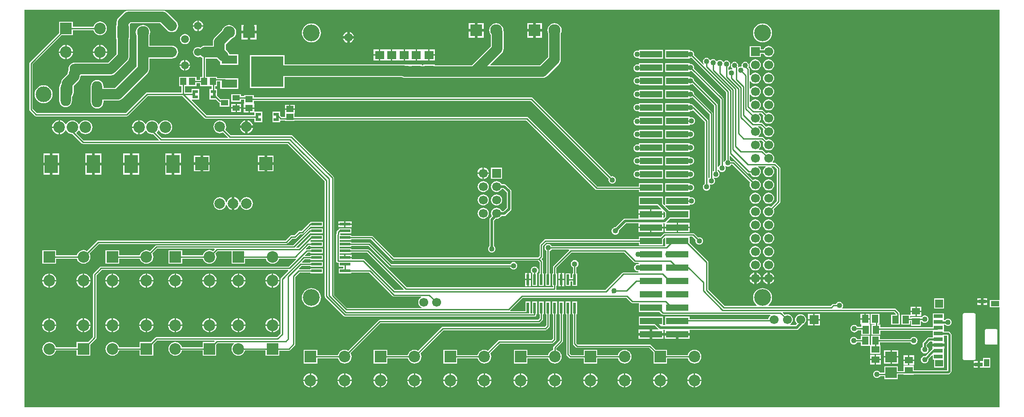
<source format=gbl>
G04*
G04 #@! TF.GenerationSoftware,Altium Limited,Altium Designer,19.1.8 (144)*
G04*
G04 Layer_Physical_Order=2*
G04 Layer_Color=16711680*
%FSLAX25Y25*%
%MOIN*%
G70*
G01*
G75*
%ADD10C,0.01000*%
%ADD38R,0.05118X0.05906*%
%ADD39R,0.05906X0.05118*%
%ADD40C,0.00906*%
%ADD41C,0.01500*%
%ADD42C,0.01968*%
%ADD43C,0.07874*%
%ADD44C,0.06693*%
%ADD45R,0.06693X0.06693*%
%ADD46R,0.09843X0.09843*%
%ADD47C,0.07874*%
%ADD48R,0.09055X0.09055*%
%ADD49C,0.09055*%
%ADD50C,0.08661*%
%ADD51R,0.08661X0.08661*%
%ADD52R,0.06693X0.06693*%
%ADD53R,0.09843X0.13780*%
%ADD54C,0.11811*%
%ADD55O,0.17717X0.07874*%
%ADD56O,0.07874X0.17717*%
%ADD57O,0.07874X0.19685*%
%ADD58C,0.05906*%
%ADD59R,0.06299X0.06299*%
%ADD60C,0.06299*%
%ADD61C,0.12598*%
%ADD62C,0.04000*%
%ADD63C,0.15748*%
%ADD64C,0.05000*%
%ADD65C,0.86614*%
%ADD66R,0.06890X0.02756*%
%ADD67R,0.05906X0.05906*%
%ADD68R,0.05906X0.03150*%
%ADD69R,0.03937X0.05709*%
%ADD70R,0.05512X0.03150*%
%ADD71R,0.06102X0.03937*%
%ADD72R,0.02362X0.06496*%
%ADD73R,0.04331X0.02264*%
%ADD74R,0.24410X0.22835*%
%ADD75R,0.11811X0.06299*%
%ADD76R,0.05315X0.04528*%
%ADD77R,0.05709X0.04724*%
%ADD78R,0.05512X0.03937*%
%ADD79R,0.04724X0.05709*%
%ADD80R,0.02362X0.07874*%
%ADD81R,0.16693X0.05000*%
%ADD82R,0.07874X0.02362*%
%ADD83R,0.07087X0.06299*%
%ADD84R,0.08661X0.07874*%
%ADD85C,0.06299*%
G36*
X733622Y-220295D02*
X726421D01*
Y-225807D01*
X733622D01*
Y-300551D01*
X2598D01*
Y-2598D01*
X733622D01*
Y-220295D01*
D02*
G37*
%LPC*%
G36*
X133303Y-10815D02*
Y-14236D01*
X136724D01*
X136654Y-13704D01*
X136256Y-12743D01*
X135622Y-11917D01*
X134797Y-11284D01*
X133835Y-10885D01*
X133303Y-10815D01*
D02*
G37*
G36*
X132303Y-10815D02*
X131771Y-10885D01*
X130810Y-11284D01*
X129984Y-11917D01*
X129350Y-12743D01*
X128952Y-13704D01*
X128882Y-14236D01*
X132303D01*
Y-10815D01*
D02*
G37*
G36*
X59295Y-11479D02*
X57959Y-11655D01*
X56714Y-12171D01*
X55645Y-12991D01*
X54825Y-14061D01*
X54309Y-15306D01*
X54306Y-15329D01*
X38823D01*
Y-11524D01*
X28587D01*
Y-19904D01*
X6572Y-41918D01*
X6287Y-42344D01*
X6187Y-42846D01*
Y-77500D01*
X6287Y-78002D01*
X6572Y-78428D01*
X10359Y-82216D01*
X10785Y-82500D01*
X11287Y-82600D01*
X79213D01*
X79715Y-82500D01*
X80141Y-82216D01*
X95044Y-67313D01*
X121151D01*
X137767Y-83928D01*
X138193Y-84213D01*
X138695Y-84313D01*
X175110D01*
Y-87035D01*
X181016D01*
Y-83197D01*
X181016D01*
Y-82803D01*
X181016D01*
Y-78965D01*
X175354D01*
X175110Y-78965D01*
X174854Y-78571D01*
Y-76846D01*
X171500D01*
Y-79709D01*
X174610D01*
X174854Y-79709D01*
X175110Y-80103D01*
Y-81687D01*
X139239D01*
X128087Y-70535D01*
X128294Y-70035D01*
X133725D01*
Y-66197D01*
X133725D01*
Y-65803D01*
X133725D01*
Y-61965D01*
X127820D01*
Y-64687D01*
X122966D01*
Y-60142D01*
X124697D01*
X124803Y-60142D01*
X125197D01*
X125303Y-60142D01*
X131496D01*
Y-57813D01*
X134158D01*
Y-60142D01*
X140350D01*
X140457Y-60142D01*
X140850D01*
X140957Y-60142D01*
X142943D01*
Y-61965D01*
X141206D01*
Y-65803D01*
X141206D01*
Y-66197D01*
X141206D01*
Y-70035D01*
X146238D01*
X148162Y-71960D01*
X148588Y-72244D01*
X149091Y-72344D01*
X149126D01*
Y-75256D01*
X156213D01*
Y-69744D01*
X151328D01*
X151201Y-69719D01*
X149634D01*
X147111Y-67196D01*
Y-61965D01*
X145569D01*
Y-60142D01*
X147150D01*
Y-56478D01*
X149484D01*
Y-61953D01*
X162870D01*
Y-54079D01*
X153695D01*
X153506Y-53953D01*
X153004Y-53853D01*
X147150D01*
Y-52858D01*
X140957D01*
X140850Y-52858D01*
X140457D01*
X140350Y-52858D01*
X138620D01*
Y-39186D01*
X146768D01*
X148378Y-40796D01*
X149364Y-41553D01*
X149484Y-41603D01*
Y-43921D01*
X162870D01*
Y-36047D01*
X156289D01*
X155874Y-35044D01*
X155116Y-34057D01*
X153507Y-32447D01*
Y-28732D01*
X157683Y-24556D01*
X158680Y-24143D01*
X159791Y-23291D01*
X160643Y-22181D01*
X161178Y-20888D01*
X161361Y-19500D01*
X161178Y-18113D01*
X160643Y-16820D01*
X159791Y-15709D01*
X158680Y-14857D01*
X157387Y-14322D01*
X156000Y-14139D01*
X154613Y-14322D01*
X153320Y-14857D01*
X152209Y-15709D01*
X151357Y-16820D01*
X150944Y-17817D01*
X145372Y-23389D01*
X144615Y-24376D01*
X144139Y-25525D01*
X143977Y-26758D01*
Y-29656D01*
X138000D01*
X136767Y-29818D01*
X135617Y-30294D01*
X134631Y-31052D01*
X134585Y-31111D01*
X133780Y-30777D01*
X132803Y-30649D01*
X131827Y-30777D01*
X130917Y-31154D01*
X130136Y-31754D01*
X129536Y-32535D01*
X129159Y-33445D01*
X129031Y-34421D01*
X129159Y-35398D01*
X129536Y-36307D01*
X130136Y-37089D01*
X130917Y-37688D01*
X131827Y-38065D01*
X132803Y-38194D01*
X133780Y-38065D01*
X134585Y-37732D01*
X134631Y-37791D01*
X135617Y-38548D01*
X135995Y-38704D01*
Y-52858D01*
X134158D01*
Y-55187D01*
X131496D01*
Y-52858D01*
X125303D01*
X125197Y-52858D01*
X124803D01*
X124697Y-52858D01*
X118504D01*
Y-60142D01*
X120341D01*
Y-64687D01*
X94500D01*
X93998Y-64787D01*
X93572Y-65072D01*
X78669Y-79975D01*
X11831D01*
X8813Y-76956D01*
Y-43390D01*
X30443Y-21760D01*
X38823D01*
Y-17954D01*
X54306D01*
X54309Y-17978D01*
X54825Y-19223D01*
X55645Y-20292D01*
X56714Y-21112D01*
X57959Y-21628D01*
X59295Y-21804D01*
X60631Y-21628D01*
X61876Y-21112D01*
X62946Y-20292D01*
X63766Y-19223D01*
X64282Y-17978D01*
X64458Y-16642D01*
X64282Y-15306D01*
X63766Y-14061D01*
X62946Y-12991D01*
X61876Y-12171D01*
X60631Y-11655D01*
X59295Y-11479D01*
D02*
G37*
G36*
X390547Y-12583D02*
X386020D01*
Y-17110D01*
X390547D01*
Y-12583D01*
D02*
G37*
G36*
X384020D02*
X379492D01*
Y-17110D01*
X384020D01*
Y-12583D01*
D02*
G37*
G36*
X346866D02*
X342338D01*
Y-17110D01*
X346866D01*
Y-12583D01*
D02*
G37*
G36*
X340338D02*
X335811D01*
Y-17110D01*
X340338D01*
Y-12583D01*
D02*
G37*
G36*
X176528Y-13972D02*
X172000D01*
Y-18500D01*
X176528D01*
Y-13972D01*
D02*
G37*
G36*
X170000D02*
X165472D01*
Y-18500D01*
X170000D01*
Y-13972D01*
D02*
G37*
G36*
X132303Y-15236D02*
X128882D01*
X128952Y-15768D01*
X129350Y-16730D01*
X129984Y-17555D01*
X130810Y-18189D01*
X131771Y-18587D01*
X132303Y-18657D01*
Y-15236D01*
D02*
G37*
G36*
X136724D02*
X133303D01*
Y-18657D01*
X133835Y-18587D01*
X134797Y-18189D01*
X135622Y-17555D01*
X136256Y-16730D01*
X136654Y-15768D01*
X136724Y-15236D01*
D02*
G37*
G36*
X106382Y-3235D02*
X80500D01*
X79267Y-3397D01*
X78117Y-3873D01*
X77131Y-4631D01*
X73131Y-8630D01*
X72373Y-9617D01*
X71897Y-10767D01*
X71735Y-12000D01*
Y-14185D01*
X71185D01*
Y-24815D01*
X71735D01*
Y-36026D01*
X65424Y-42337D01*
X40390D01*
X39156Y-42500D01*
X38007Y-42976D01*
X37020Y-43733D01*
X36263Y-44720D01*
X35787Y-45869D01*
X35625Y-47102D01*
X35733Y-47929D01*
X35271Y-49044D01*
X35109Y-50278D01*
Y-50566D01*
X31446Y-54229D01*
X30689Y-55216D01*
X30213Y-56365D01*
X30050Y-57598D01*
Y-57814D01*
X29373Y-58696D01*
X28897Y-59845D01*
X28735Y-61079D01*
Y-70921D01*
X28897Y-72155D01*
X29373Y-73304D01*
X30130Y-74291D01*
X31117Y-75048D01*
X32267Y-75524D01*
X33500Y-75686D01*
X34733Y-75524D01*
X35883Y-75048D01*
X36869Y-74291D01*
X37627Y-73304D01*
X38103Y-72155D01*
X38265Y-70921D01*
Y-67949D01*
X38942Y-67067D01*
X39418Y-65918D01*
X39581Y-64685D01*
Y-59572D01*
X43244Y-55909D01*
X44001Y-54922D01*
X44477Y-53773D01*
X44639Y-52539D01*
Y-52252D01*
X45023Y-51868D01*
X67398D01*
X68631Y-51705D01*
X69780Y-51229D01*
X70767Y-50472D01*
X79869Y-41370D01*
X80627Y-40383D01*
X81103Y-39233D01*
X81265Y-38000D01*
Y-24815D01*
X81815D01*
Y-14185D01*
X81761D01*
X81554Y-13685D01*
X82474Y-12765D01*
X104408D01*
X109749Y-18106D01*
X110736Y-18863D01*
X111885Y-19339D01*
X113118Y-19501D01*
X114351Y-19339D01*
X115501Y-18863D01*
X116488Y-18106D01*
X117245Y-17119D01*
X117721Y-15970D01*
X117883Y-14736D01*
X117721Y-13503D01*
X117245Y-12354D01*
X116488Y-11367D01*
X109751Y-4631D01*
X108765Y-3873D01*
X107615Y-3397D01*
X106382Y-3235D01*
D02*
G37*
G36*
X246500Y-19305D02*
Y-22359D01*
X249554D01*
X249543Y-22275D01*
X249125Y-21266D01*
X248460Y-20399D01*
X247593Y-19734D01*
X246583Y-19316D01*
X246500Y-19305D01*
D02*
G37*
G36*
X244500D02*
X244417Y-19316D01*
X243407Y-19734D01*
X242541Y-20399D01*
X241875Y-21266D01*
X241457Y-22275D01*
X241446Y-22359D01*
X244500D01*
Y-19305D01*
D02*
G37*
G36*
X390547Y-19110D02*
X386020D01*
Y-23638D01*
X390547D01*
Y-19110D01*
D02*
G37*
G36*
X384020D02*
X379492D01*
Y-23638D01*
X384020D01*
Y-19110D01*
D02*
G37*
G36*
X346866D02*
X342338D01*
Y-23638D01*
X346866D01*
Y-19110D01*
D02*
G37*
G36*
X340338D02*
X335811D01*
Y-23638D01*
X340338D01*
Y-19110D01*
D02*
G37*
G36*
X176528Y-20500D02*
X172000D01*
Y-25028D01*
X176528D01*
Y-20500D01*
D02*
G37*
G36*
X170000D02*
X165472D01*
Y-25028D01*
X170000D01*
Y-20500D01*
D02*
G37*
G36*
X555988Y-12871D02*
X554599Y-13008D01*
X553263Y-13413D01*
X552032Y-14071D01*
X550953Y-14957D01*
X550067Y-16036D01*
X549409Y-17267D01*
X549004Y-18603D01*
X548867Y-19992D01*
X549004Y-21381D01*
X549409Y-22717D01*
X550067Y-23948D01*
X550953Y-25027D01*
X552032Y-25913D01*
X553263Y-26571D01*
X554599Y-26976D01*
X555988Y-27113D01*
X557377Y-26976D01*
X558713Y-26571D01*
X559944Y-25913D01*
X561023Y-25027D01*
X561909Y-23948D01*
X562567Y-22717D01*
X562972Y-21381D01*
X563109Y-19992D01*
X562972Y-18603D01*
X562567Y-17267D01*
X561909Y-16036D01*
X561023Y-14957D01*
X559944Y-14071D01*
X558713Y-13413D01*
X557377Y-13008D01*
X555988Y-12871D01*
D02*
G37*
G36*
X217799D02*
X216410Y-13008D01*
X215074Y-13413D01*
X213843Y-14071D01*
X212764Y-14957D01*
X211878Y-16036D01*
X211220Y-17267D01*
X210815Y-18603D01*
X210678Y-19992D01*
X210815Y-21381D01*
X211220Y-22717D01*
X211878Y-23948D01*
X212764Y-25027D01*
X213843Y-25913D01*
X215074Y-26571D01*
X216410Y-26976D01*
X217799Y-27113D01*
X219188Y-26976D01*
X220524Y-26571D01*
X221755Y-25913D01*
X222834Y-25027D01*
X223720Y-23948D01*
X224378Y-22717D01*
X224783Y-21381D01*
X224920Y-19992D01*
X224783Y-18603D01*
X224378Y-17267D01*
X223720Y-16036D01*
X222834Y-14957D01*
X221755Y-14071D01*
X220524Y-13413D01*
X219188Y-13008D01*
X217799Y-12871D01*
D02*
G37*
G36*
X249554Y-24359D02*
X246500D01*
Y-27413D01*
X246583Y-27402D01*
X247593Y-26983D01*
X248460Y-26318D01*
X249125Y-25451D01*
X249543Y-24442D01*
X249554Y-24359D01*
D02*
G37*
G36*
X244500D02*
X241446D01*
X241457Y-24442D01*
X241875Y-25451D01*
X242541Y-26318D01*
X243407Y-26983D01*
X244417Y-27402D01*
X244500Y-27413D01*
Y-24359D01*
D02*
G37*
G36*
X122960Y-20806D02*
X121984Y-20935D01*
X121074Y-21312D01*
X120293Y-21911D01*
X119694Y-22693D01*
X119317Y-23602D01*
X119188Y-24579D01*
X119317Y-25555D01*
X119694Y-26465D01*
X120293Y-27246D01*
X121074Y-27846D01*
X121984Y-28223D01*
X122960Y-28351D01*
X123937Y-28223D01*
X124847Y-27846D01*
X125628Y-27246D01*
X126228Y-26465D01*
X126604Y-25555D01*
X126733Y-24579D01*
X126604Y-23602D01*
X126228Y-22693D01*
X125628Y-21911D01*
X124847Y-21312D01*
X123937Y-20935D01*
X122960Y-20806D01*
D02*
G37*
G36*
X560500Y-29823D02*
X559421Y-29965D01*
X558415Y-30381D01*
X557552Y-31044D01*
X556889Y-31907D01*
X556774Y-32186D01*
X554634D01*
Y-29858D01*
X546366D01*
Y-38126D01*
X554634D01*
Y-35798D01*
X556774D01*
X556889Y-36077D01*
X557552Y-36940D01*
X558415Y-37603D01*
X559421Y-38020D01*
X560500Y-38162D01*
X561579Y-38020D01*
X562585Y-37603D01*
X563448Y-36940D01*
X564111Y-36077D01*
X564528Y-35071D01*
X564670Y-33992D01*
X564528Y-32913D01*
X564111Y-31907D01*
X563448Y-31044D01*
X562585Y-30381D01*
X561579Y-29965D01*
X560500Y-29823D01*
D02*
G37*
G36*
X301362Y-32465D02*
X301000D01*
X300862Y-32465D01*
X296957D01*
Y-36614D01*
Y-40764D01*
X300862D01*
X301000Y-40764D01*
X301362D01*
X301500Y-40764D01*
X305405D01*
Y-36614D01*
Y-32465D01*
X301500D01*
X301362Y-32465D01*
D02*
G37*
G36*
X481437Y-32658D02*
X463169D01*
Y-33017D01*
X462851Y-33230D01*
X462669Y-33277D01*
X462000Y-33189D01*
X461272Y-33284D01*
X460594Y-33565D01*
X460012Y-34012D01*
X459565Y-34594D01*
X459284Y-35272D01*
X459189Y-36000D01*
X459284Y-36728D01*
X459565Y-37406D01*
X460012Y-37988D01*
X460594Y-38435D01*
X461272Y-38716D01*
X462000Y-38811D01*
X462669Y-38723D01*
X462851Y-38770D01*
X463169Y-38983D01*
Y-39232D01*
X481437D01*
Y-32658D01*
D02*
G37*
G36*
X59796Y-29047D02*
Y-33858D01*
X64607D01*
X64489Y-32967D01*
X63952Y-31670D01*
X63098Y-30556D01*
X61984Y-29702D01*
X60687Y-29165D01*
X59796Y-29047D01*
D02*
G37*
G36*
X58796D02*
X57904Y-29165D01*
X56607Y-29702D01*
X55494Y-30556D01*
X54639Y-31670D01*
X54102Y-32967D01*
X53985Y-33858D01*
X58796D01*
Y-29047D01*
D02*
G37*
G36*
X34204D02*
Y-33858D01*
X39015D01*
X38898Y-32967D01*
X38361Y-31670D01*
X37506Y-30556D01*
X36393Y-29702D01*
X35096Y-29165D01*
X34204Y-29047D01*
D02*
G37*
G36*
X33204D02*
X32313Y-29165D01*
X31016Y-29702D01*
X29902Y-30556D01*
X29048Y-31670D01*
X28511Y-32967D01*
X28394Y-33858D01*
X33204D01*
Y-29047D01*
D02*
G37*
G36*
X306405Y-32465D02*
Y-36114D01*
X310449D01*
Y-32465D01*
X306405D01*
D02*
G37*
G36*
X268398D02*
X264354D01*
Y-36114D01*
X268398D01*
Y-32465D01*
D02*
G37*
G36*
X64607Y-34858D02*
X59796D01*
Y-39669D01*
X60687Y-39552D01*
X61984Y-39015D01*
X63098Y-38160D01*
X63952Y-37047D01*
X64489Y-35750D01*
X64607Y-34858D01*
D02*
G37*
G36*
X58796D02*
X53985D01*
X54102Y-35750D01*
X54639Y-37047D01*
X55494Y-38160D01*
X56607Y-39015D01*
X57904Y-39552D01*
X58796Y-39669D01*
Y-34858D01*
D02*
G37*
G36*
X39015D02*
X34204D01*
Y-39669D01*
X35096Y-39552D01*
X36393Y-39015D01*
X37506Y-38160D01*
X38361Y-37047D01*
X38898Y-35750D01*
X39015Y-34858D01*
D02*
G37*
G36*
X33204D02*
X28394D01*
X28511Y-35750D01*
X29048Y-37047D01*
X29902Y-38160D01*
X31016Y-39015D01*
X32313Y-39552D01*
X33204Y-39669D01*
Y-34858D01*
D02*
G37*
G36*
X310449Y-37114D02*
X306405D01*
Y-40764D01*
X310449D01*
Y-37114D01*
D02*
G37*
G36*
X282858Y-32465D02*
X282496D01*
X282358Y-32465D01*
X278453D01*
Y-36614D01*
Y-40764D01*
X282358D01*
X282496Y-40764D01*
X282858D01*
X282996Y-40764D01*
X286901D01*
Y-36614D01*
Y-32465D01*
X282996D01*
X282858Y-32465D01*
D02*
G37*
G36*
X268398Y-37114D02*
X264354D01*
Y-40764D01*
X268398D01*
Y-37114D01*
D02*
G37*
G36*
X287901Y-32465D02*
Y-36614D01*
Y-40764D01*
X295957D01*
Y-36614D01*
Y-32465D01*
X287901D01*
D02*
G37*
G36*
X277453D02*
X269398D01*
Y-36614D01*
Y-40764D01*
X277453D01*
Y-36614D01*
Y-32465D01*
D02*
G37*
G36*
X123461Y-40343D02*
Y-43764D01*
X126882D01*
X126812Y-43232D01*
X126413Y-42270D01*
X125780Y-41445D01*
X124954Y-40811D01*
X123992Y-40413D01*
X123461Y-40343D01*
D02*
G37*
G36*
X122461D02*
X121929Y-40413D01*
X120967Y-40811D01*
X120141Y-41445D01*
X119508Y-42270D01*
X119109Y-43232D01*
X119039Y-43764D01*
X122461D01*
Y-40343D01*
D02*
G37*
G36*
X481437Y-42658D02*
X463169D01*
Y-43517D01*
X462851Y-43730D01*
X462669Y-43777D01*
X462000Y-43688D01*
X461272Y-43784D01*
X460594Y-44065D01*
X460012Y-44512D01*
X459565Y-45094D01*
X459284Y-45772D01*
X459189Y-46500D01*
X459284Y-47228D01*
X459565Y-47906D01*
X460012Y-48488D01*
X460594Y-48935D01*
X461272Y-49216D01*
X462000Y-49312D01*
X462669Y-49223D01*
X463169Y-49232D01*
X463169Y-49232D01*
X463169Y-49232D01*
X481437D01*
Y-42658D01*
D02*
G37*
G36*
X400020Y-12750D02*
X398632Y-12932D01*
X397339Y-13468D01*
X396229Y-14320D01*
X395377Y-15430D01*
X394842Y-16723D01*
X394659Y-18110D01*
X394842Y-19498D01*
X395254Y-20495D01*
Y-38164D01*
X389168Y-44251D01*
X352118D01*
X351927Y-43789D01*
X360456Y-35259D01*
X361213Y-34272D01*
X361689Y-33123D01*
X361852Y-31890D01*
Y-18858D01*
X361852Y-18858D01*
X361852Y-18858D01*
X361768Y-18219D01*
X361689Y-17625D01*
X361689Y-17625D01*
X361689Y-17624D01*
X361610Y-17433D01*
X361517Y-16723D01*
X360981Y-15430D01*
X360129Y-14320D01*
X359019Y-13468D01*
X357726Y-12932D01*
X356339Y-12750D01*
X354951Y-12932D01*
X353658Y-13468D01*
X352548Y-14320D01*
X351696Y-15430D01*
X351160Y-16723D01*
X350978Y-18110D01*
X351160Y-19498D01*
X351696Y-20791D01*
X352322Y-21606D01*
Y-29916D01*
X337987Y-44251D01*
X310236D01*
Y-43701D01*
X306092D01*
X305762Y-43669D01*
X305576Y-43701D01*
X301575D01*
Y-44251D01*
X300787D01*
Y-43701D01*
X296715D01*
X296457Y-43667D01*
X296199Y-43701D01*
X292126D01*
Y-43701D01*
X291732D01*
Y-43701D01*
X287495D01*
X286681Y-43593D01*
X197516D01*
Y-36795D01*
X171531D01*
Y-61205D01*
X197516D01*
Y-53124D01*
X285713D01*
X285937Y-53241D01*
X286426Y-53419D01*
X286907Y-53619D01*
X287009Y-53632D01*
X287106Y-53667D01*
X287625Y-53713D01*
X288141Y-53781D01*
X391142D01*
X392375Y-53619D01*
X393524Y-53142D01*
X394511Y-52385D01*
X403389Y-43507D01*
X404146Y-42520D01*
X404623Y-41371D01*
X404785Y-40138D01*
Y-20495D01*
X405198Y-19498D01*
X405380Y-18110D01*
X405198Y-16723D01*
X404662Y-15430D01*
X403810Y-14320D01*
X402700Y-13468D01*
X401407Y-12932D01*
X400020Y-12750D01*
D02*
G37*
G36*
X560500Y-39823D02*
X559421Y-39965D01*
X558415Y-40381D01*
X557552Y-41044D01*
X556889Y-41907D01*
X556472Y-42913D01*
X556330Y-43992D01*
X556472Y-45071D01*
X556889Y-46077D01*
X557552Y-46940D01*
X558415Y-47603D01*
X559421Y-48020D01*
X560500Y-48162D01*
X561579Y-48020D01*
X562585Y-47603D01*
X563448Y-46940D01*
X564111Y-46077D01*
X564528Y-45071D01*
X564670Y-43992D01*
X564528Y-42913D01*
X564111Y-41907D01*
X563448Y-41044D01*
X562585Y-40381D01*
X561579Y-39965D01*
X560500Y-39823D01*
D02*
G37*
G36*
X550500D02*
X549421Y-39965D01*
X548415Y-40381D01*
X547552Y-41044D01*
X546889Y-41907D01*
X546473Y-42913D01*
X546330Y-43992D01*
X546473Y-45071D01*
X546889Y-46077D01*
X547552Y-46940D01*
X548415Y-47603D01*
X549421Y-48020D01*
X550500Y-48162D01*
X551579Y-48020D01*
X552585Y-47603D01*
X553448Y-46940D01*
X554111Y-46077D01*
X554528Y-45071D01*
X554670Y-43992D01*
X554528Y-42913D01*
X554111Y-41907D01*
X553448Y-41044D01*
X552585Y-40381D01*
X551579Y-39965D01*
X550500Y-39823D01*
D02*
G37*
G36*
X126882Y-44764D02*
X123461D01*
Y-48185D01*
X123992Y-48115D01*
X124954Y-47716D01*
X125780Y-47083D01*
X126413Y-46257D01*
X126812Y-45296D01*
X126882Y-44764D01*
D02*
G37*
G36*
X122461D02*
X119039D01*
X119109Y-45296D01*
X119508Y-46257D01*
X120141Y-47083D01*
X120967Y-47716D01*
X121929Y-48115D01*
X122461Y-48185D01*
Y-44764D01*
D02*
G37*
G36*
X481437Y-52658D02*
X463169D01*
Y-53017D01*
X462851Y-53230D01*
X462669Y-53277D01*
X462000Y-53189D01*
X461272Y-53284D01*
X460594Y-53565D01*
X460012Y-54012D01*
X459565Y-54594D01*
X459284Y-55272D01*
X459189Y-56000D01*
X459284Y-56728D01*
X459565Y-57406D01*
X460012Y-57988D01*
X460594Y-58435D01*
X461272Y-58716D01*
X462000Y-58811D01*
X462669Y-58723D01*
X462851Y-58770D01*
X463169Y-58983D01*
Y-59232D01*
X481437D01*
Y-52658D01*
D02*
G37*
G36*
X560500Y-49823D02*
X559421Y-49965D01*
X558415Y-50381D01*
X557552Y-51044D01*
X556889Y-51907D01*
X556472Y-52913D01*
X556330Y-53992D01*
X556472Y-55071D01*
X556889Y-56077D01*
X557552Y-56940D01*
X558415Y-57603D01*
X559421Y-58020D01*
X560500Y-58162D01*
X561579Y-58020D01*
X562585Y-57603D01*
X563448Y-56940D01*
X564111Y-56077D01*
X564528Y-55071D01*
X564670Y-53992D01*
X564528Y-52913D01*
X564111Y-51907D01*
X563448Y-51044D01*
X562585Y-50381D01*
X561579Y-49965D01*
X560500Y-49823D01*
D02*
G37*
G36*
X91500Y-14139D02*
X90113Y-14322D01*
X88819Y-14857D01*
X87709Y-15709D01*
X86857Y-16820D01*
X86322Y-18113D01*
X86139Y-19500D01*
X86322Y-20888D01*
X86735Y-21885D01*
Y-34629D01*
Y-45026D01*
X70526Y-61235D01*
X61887D01*
Y-60094D01*
X61725Y-58861D01*
X61249Y-57712D01*
X60492Y-56725D01*
X59505Y-55968D01*
X58355Y-55492D01*
X57122Y-55329D01*
X55889Y-55492D01*
X54740Y-55968D01*
X53753Y-56725D01*
X52995Y-57712D01*
X52519Y-58861D01*
X52357Y-60094D01*
Y-71905D01*
X52519Y-73139D01*
X52995Y-74288D01*
X53753Y-75275D01*
X54740Y-76032D01*
X55889Y-76508D01*
X57122Y-76671D01*
X58355Y-76508D01*
X59505Y-76032D01*
X60492Y-75275D01*
X61249Y-74288D01*
X61725Y-73139D01*
X61887Y-71905D01*
Y-70765D01*
X72500D01*
X73733Y-70603D01*
X74883Y-70127D01*
X75870Y-69370D01*
X94870Y-50370D01*
X95627Y-49383D01*
X96103Y-48233D01*
X96265Y-47000D01*
Y-39186D01*
X113118D01*
X114351Y-39024D01*
X115501Y-38548D01*
X116488Y-37791D01*
X117245Y-36804D01*
X117721Y-35655D01*
X117883Y-34421D01*
X117721Y-33188D01*
X117245Y-32039D01*
X116488Y-31052D01*
X115501Y-30294D01*
X114351Y-29818D01*
X113118Y-29656D01*
X96265D01*
Y-21884D01*
X96678Y-20888D01*
X96861Y-19500D01*
X96678Y-18113D01*
X96143Y-16820D01*
X95291Y-15709D01*
X94180Y-14857D01*
X92887Y-14322D01*
X91500Y-14139D01*
D02*
G37*
G36*
X481437Y-62657D02*
X463169D01*
Y-63017D01*
X462851Y-63230D01*
X462669Y-63277D01*
X462000Y-63188D01*
X461272Y-63284D01*
X460594Y-63565D01*
X460012Y-64012D01*
X459565Y-64594D01*
X459284Y-65272D01*
X459189Y-66000D01*
X459284Y-66728D01*
X459565Y-67406D01*
X460012Y-67988D01*
X460594Y-68435D01*
X461272Y-68716D01*
X462000Y-68812D01*
X462669Y-68723D01*
X462851Y-68770D01*
X463169Y-68983D01*
Y-69232D01*
X481437D01*
Y-62657D01*
D02*
G37*
G36*
X560500Y-59823D02*
X559421Y-59965D01*
X558415Y-60381D01*
X557552Y-61044D01*
X556889Y-61907D01*
X556472Y-62913D01*
X556330Y-63992D01*
X556472Y-65071D01*
X556889Y-66077D01*
X557552Y-66940D01*
X558415Y-67603D01*
X559421Y-68020D01*
X560500Y-68162D01*
X561579Y-68020D01*
X562585Y-67603D01*
X563448Y-66940D01*
X564111Y-66077D01*
X564528Y-65071D01*
X564670Y-63992D01*
X564528Y-62913D01*
X564111Y-61907D01*
X563448Y-61044D01*
X562585Y-60381D01*
X561579Y-59965D01*
X560500Y-59823D01*
D02*
G37*
G36*
X16965Y-59275D02*
X15653Y-59404D01*
X14391Y-59787D01*
X13228Y-60408D01*
X12209Y-61244D01*
X11373Y-62264D01*
X10751Y-63426D01*
X10368Y-64688D01*
X10239Y-66000D01*
X10368Y-67312D01*
X10751Y-68574D01*
X11373Y-69736D01*
X12209Y-70755D01*
X13228Y-71592D01*
X14391Y-72213D01*
X15653Y-72596D01*
X16965Y-72725D01*
X18277Y-72596D01*
X19538Y-72213D01*
X20701Y-71592D01*
X21720Y-70755D01*
X22557Y-69736D01*
X23178Y-68574D01*
X23561Y-67312D01*
X23690Y-66000D01*
X23561Y-64688D01*
X23178Y-63426D01*
X22557Y-62264D01*
X21720Y-61244D01*
X20701Y-60408D01*
X19538Y-59787D01*
X18277Y-59404D01*
X16965Y-59275D01*
D02*
G37*
G36*
X481437Y-72658D02*
X463169D01*
Y-73017D01*
X462851Y-73230D01*
X462669Y-73277D01*
X462000Y-73189D01*
X461272Y-73284D01*
X460594Y-73565D01*
X460012Y-74012D01*
X459565Y-74594D01*
X459284Y-75272D01*
X459189Y-76000D01*
X459284Y-76728D01*
X459565Y-77406D01*
X460012Y-77988D01*
X460594Y-78435D01*
X461272Y-78716D01*
X462000Y-78812D01*
X462669Y-78723D01*
X462851Y-78770D01*
X463169Y-78983D01*
Y-79232D01*
X481437D01*
Y-72658D01*
D02*
G37*
G36*
X165087Y-73272D02*
X161831D01*
Y-75740D01*
X165087D01*
Y-73272D01*
D02*
G37*
G36*
X160831D02*
X157575D01*
Y-75740D01*
X160831D01*
Y-73272D01*
D02*
G37*
G36*
X205157Y-73882D02*
X202000D01*
Y-76646D01*
X205157D01*
Y-73882D01*
D02*
G37*
G36*
X201000D02*
X197843D01*
Y-76646D01*
X201000D01*
Y-73882D01*
D02*
G37*
G36*
X560500Y-69823D02*
X559421Y-69965D01*
X558415Y-70381D01*
X557552Y-71044D01*
X556889Y-71907D01*
X556472Y-72913D01*
X556330Y-73992D01*
X556472Y-75071D01*
X556889Y-76077D01*
X557552Y-76940D01*
X558415Y-77603D01*
X559421Y-78020D01*
X560500Y-78162D01*
X561579Y-78020D01*
X562585Y-77603D01*
X563448Y-76940D01*
X564111Y-76077D01*
X564528Y-75071D01*
X564670Y-73992D01*
X564528Y-72913D01*
X564111Y-71907D01*
X563448Y-71044D01*
X562585Y-70381D01*
X561579Y-69965D01*
X560500Y-69823D01*
D02*
G37*
G36*
X165087Y-76740D02*
X161831D01*
Y-79209D01*
X165087D01*
Y-76740D01*
D02*
G37*
G36*
X160831D02*
X157575D01*
Y-79209D01*
X160831D01*
Y-76740D01*
D02*
G37*
G36*
X170500Y-76846D02*
X167146D01*
Y-79709D01*
X170500D01*
Y-76846D01*
D02*
G37*
G36*
X205157Y-77646D02*
X201500D01*
X197843D01*
Y-80409D01*
X198055D01*
Y-82951D01*
X195308D01*
X194402Y-82045D01*
Y-78965D01*
X188496D01*
Y-82803D01*
X188496D01*
Y-83197D01*
X188496D01*
Y-87035D01*
X194402D01*
Y-85874D01*
X194764Y-85576D01*
X198055D01*
Y-85905D01*
X204945D01*
Y-85576D01*
X378720D01*
X430572Y-137428D01*
X430998Y-137713D01*
X431500Y-137813D01*
X463169D01*
Y-139232D01*
X481437D01*
Y-132658D01*
X463169D01*
Y-135187D01*
X432044D01*
X380192Y-83336D01*
X379766Y-83051D01*
X379264Y-82951D01*
X204945D01*
Y-80409D01*
X205157D01*
Y-77646D01*
D02*
G37*
G36*
X481437Y-82657D02*
X463169D01*
Y-83517D01*
X462851Y-83730D01*
X462669Y-83777D01*
X462000Y-83688D01*
X461272Y-83784D01*
X460594Y-84065D01*
X460012Y-84512D01*
X459565Y-85094D01*
X459284Y-85772D01*
X459189Y-86500D01*
X459284Y-87228D01*
X459565Y-87906D01*
X460012Y-88488D01*
X460594Y-88935D01*
X461272Y-89216D01*
X462000Y-89311D01*
X462669Y-89223D01*
X463169Y-89232D01*
X463169Y-89232D01*
X463169Y-89232D01*
X481437D01*
Y-82657D01*
D02*
G37*
G36*
X501161D02*
X482894D01*
Y-89232D01*
X501161D01*
Y-88913D01*
X501577Y-88635D01*
X501772Y-88716D01*
X502500Y-88811D01*
X503228Y-88716D01*
X503906Y-88435D01*
X504488Y-87988D01*
X504935Y-87406D01*
X505216Y-86728D01*
X505311Y-86000D01*
X505216Y-85272D01*
X504935Y-84594D01*
X504488Y-84012D01*
X503906Y-83565D01*
X503228Y-83284D01*
X502500Y-83188D01*
X501772Y-83284D01*
X501577Y-83365D01*
X501161Y-83087D01*
Y-82657D01*
D02*
G37*
G36*
X170138Y-85558D02*
Y-89406D01*
X173986D01*
X173948Y-89117D01*
X173450Y-87916D01*
X172659Y-86884D01*
X171628Y-86093D01*
X170427Y-85596D01*
X170138Y-85558D01*
D02*
G37*
G36*
X168138Y-85558D02*
X167849Y-85596D01*
X166648Y-86093D01*
X165617Y-86884D01*
X164825Y-87916D01*
X164328Y-89117D01*
X164290Y-89406D01*
X168138D01*
Y-85558D01*
D02*
G37*
G36*
X88008Y-85429D02*
X87116Y-85547D01*
X85820Y-86084D01*
X84706Y-86938D01*
X83851Y-88052D01*
X83314Y-89349D01*
X83197Y-90240D01*
X88008D01*
Y-85429D01*
D02*
G37*
G36*
X28165D02*
X27274Y-85547D01*
X25977Y-86084D01*
X24863Y-86938D01*
X24009Y-88052D01*
X23472Y-89349D01*
X23354Y-90240D01*
X28165D01*
Y-85429D01*
D02*
G37*
G36*
X481437Y-92658D02*
X463169D01*
Y-93017D01*
X462851Y-93230D01*
X462669Y-93277D01*
X462000Y-93189D01*
X461272Y-93284D01*
X460594Y-93565D01*
X460012Y-94012D01*
X459565Y-94594D01*
X459284Y-95272D01*
X459189Y-96000D01*
X459284Y-96728D01*
X459565Y-97406D01*
X460012Y-97988D01*
X460594Y-98435D01*
X461272Y-98716D01*
X462000Y-98812D01*
X462669Y-98723D01*
X462851Y-98770D01*
X463169Y-98983D01*
Y-99232D01*
X481437D01*
Y-92658D01*
D02*
G37*
G36*
X168138Y-91405D02*
X164290D01*
X164328Y-91694D01*
X164825Y-92895D01*
X165617Y-93927D01*
X166648Y-94718D01*
X167849Y-95215D01*
X168138Y-95253D01*
Y-91405D01*
D02*
G37*
G36*
X173986D02*
X170138D01*
Y-95253D01*
X170427Y-95215D01*
X171628Y-94718D01*
X172659Y-93927D01*
X173450Y-92895D01*
X173948Y-91694D01*
X173986Y-91405D01*
D02*
G37*
G36*
X89008Y-85429D02*
Y-90740D01*
Y-96051D01*
X89899Y-95934D01*
X91196Y-95397D01*
X92310Y-94542D01*
X93164Y-93428D01*
X93294Y-93115D01*
X93794D01*
X93880Y-93321D01*
X94700Y-94390D01*
X95769Y-95211D01*
X97014Y-95727D01*
X98350Y-95902D01*
X99025Y-95814D01*
X103485Y-100274D01*
X103294Y-100736D01*
X47024D01*
X41589Y-95301D01*
X41622Y-94802D01*
X42158Y-94390D01*
X42979Y-93321D01*
X43179Y-92837D01*
X43679D01*
X43880Y-93321D01*
X44700Y-94390D01*
X45769Y-95211D01*
X47014Y-95727D01*
X48350Y-95902D01*
X49686Y-95727D01*
X50931Y-95211D01*
X52001Y-94390D01*
X52821Y-93321D01*
X53337Y-92076D01*
X53513Y-90740D01*
X53337Y-89404D01*
X52821Y-88159D01*
X52001Y-87090D01*
X50931Y-86269D01*
X49686Y-85754D01*
X48350Y-85578D01*
X47014Y-85754D01*
X45769Y-86269D01*
X44700Y-87090D01*
X43880Y-88159D01*
X43679Y-88643D01*
X43179D01*
X42979Y-88159D01*
X42158Y-87090D01*
X41089Y-86269D01*
X39844Y-85754D01*
X38508Y-85578D01*
X37172Y-85754D01*
X35927Y-86269D01*
X34858Y-87090D01*
X34037Y-88159D01*
X33952Y-88366D01*
X33452D01*
X33322Y-88052D01*
X32467Y-86938D01*
X31354Y-86084D01*
X30057Y-85547D01*
X29165Y-85429D01*
Y-90740D01*
Y-96051D01*
X30057Y-95934D01*
X31354Y-95397D01*
X32467Y-94542D01*
X33322Y-93428D01*
X33452Y-93115D01*
X33952D01*
X34037Y-93321D01*
X34858Y-94390D01*
X35927Y-95211D01*
X37172Y-95727D01*
X38508Y-95902D01*
X38602Y-95890D01*
X45606Y-102894D01*
X46016Y-103168D01*
X46500Y-103264D01*
X199901D01*
X227736Y-131099D01*
Y-217500D01*
X227832Y-217984D01*
X228106Y-218394D01*
X242102Y-232390D01*
X242512Y-232664D01*
X242996Y-232761D01*
X385138D01*
X385622Y-232664D01*
X386032Y-232390D01*
X386306Y-231980D01*
X386402Y-231496D01*
Y-230925D01*
X387106D01*
Y-221476D01*
X383169D01*
Y-230232D01*
X382106D01*
Y-221476D01*
X378169D01*
Y-228539D01*
X366957D01*
X366750Y-228039D01*
X376241Y-218548D01*
X401596D01*
X401670Y-218597D01*
X402154Y-218693D01*
X453913D01*
X457374Y-222154D01*
X457784Y-222428D01*
X457784Y-222428D01*
X458268Y-222524D01*
X462724D01*
X463169Y-222657D01*
Y-229232D01*
X478625D01*
X480287Y-230894D01*
X480697Y-231168D01*
X481181Y-231264D01*
X561796D01*
X561966Y-231764D01*
X561540Y-232091D01*
X560877Y-232955D01*
X560461Y-233960D01*
X560381Y-234562D01*
X501161D01*
Y-232658D01*
X482894D01*
Y-239139D01*
X481437D01*
Y-232658D01*
X463169D01*
Y-239232D01*
X475178D01*
X477890Y-241945D01*
X477683Y-242445D01*
X473303D01*
Y-244945D01*
X481649D01*
Y-242751D01*
X482681D01*
Y-244945D01*
X492028D01*
X501374D01*
Y-242751D01*
X581496D01*
X582187Y-242614D01*
X582773Y-242222D01*
X585923Y-239073D01*
X586064Y-238861D01*
X586573Y-238650D01*
X587436Y-237988D01*
X588099Y-237124D01*
X588516Y-236119D01*
X588658Y-235039D01*
X588516Y-233960D01*
X588099Y-232955D01*
X587436Y-232091D01*
X586573Y-231428D01*
X585567Y-231012D01*
X584488Y-230870D01*
X583409Y-231012D01*
X582403Y-231428D01*
X581540Y-232091D01*
X580877Y-232955D01*
X580461Y-233960D01*
X580319Y-235039D01*
X580461Y-236119D01*
X580877Y-237124D01*
X581540Y-237988D01*
X581562Y-238324D01*
X580748Y-239139D01*
X576700D01*
X576583Y-238688D01*
X576588Y-238638D01*
X577436Y-237988D01*
X578099Y-237124D01*
X578515Y-236119D01*
X578658Y-235039D01*
X578515Y-233960D01*
X578099Y-232955D01*
X577436Y-232091D01*
X576573Y-231428D01*
X575567Y-231012D01*
X574488Y-230870D01*
X573409Y-231012D01*
X572589Y-231352D01*
X571012Y-229775D01*
X571203Y-229313D01*
X654456D01*
X655904Y-230760D01*
X655696Y-231260D01*
X652414D01*
Y-238740D01*
X659106D01*
Y-231260D01*
X658703D01*
Y-230390D01*
X658603Y-229888D01*
X658318Y-229462D01*
X655928Y-227072D01*
X655502Y-226787D01*
X655000Y-226687D01*
X615965D01*
X615719Y-226187D01*
X615935Y-225906D01*
X616216Y-225228D01*
X616311Y-224500D01*
X616216Y-223772D01*
X615935Y-223094D01*
X615488Y-222512D01*
X614906Y-222065D01*
X614228Y-221784D01*
X613500Y-221689D01*
X612772Y-221784D01*
X612094Y-222065D01*
X611512Y-222512D01*
X611065Y-223094D01*
X611027Y-223187D01*
X609000D01*
X608498Y-223287D01*
X608072Y-223572D01*
X606956Y-224687D01*
X560398D01*
X560219Y-224187D01*
X561023Y-223527D01*
X561909Y-222448D01*
X562567Y-221217D01*
X562972Y-219881D01*
X563109Y-218492D01*
X562972Y-217103D01*
X562567Y-215767D01*
X561909Y-214536D01*
X561023Y-213457D01*
X559944Y-212571D01*
X558713Y-211913D01*
X557377Y-211508D01*
X555988Y-211371D01*
X554599Y-211508D01*
X553263Y-211913D01*
X552032Y-212571D01*
X550953Y-213457D01*
X550067Y-214536D01*
X549409Y-215767D01*
X549004Y-217103D01*
X548867Y-218492D01*
X549004Y-219881D01*
X549409Y-221217D01*
X550067Y-222448D01*
X550953Y-223527D01*
X551757Y-224187D01*
X551578Y-224687D01*
X527544D01*
X515313Y-212456D01*
Y-192071D01*
X515213Y-191569D01*
X514928Y-191143D01*
X501161Y-177376D01*
Y-172813D01*
X503456D01*
X505823Y-175179D01*
X505784Y-175272D01*
X505689Y-176000D01*
X505784Y-176728D01*
X506065Y-177406D01*
X506512Y-177988D01*
X507094Y-178435D01*
X507772Y-178716D01*
X508500Y-178811D01*
X509228Y-178716D01*
X509906Y-178435D01*
X510488Y-177988D01*
X510935Y-177406D01*
X511216Y-176728D01*
X511311Y-176000D01*
X511216Y-175272D01*
X510935Y-174594D01*
X510488Y-174012D01*
X509906Y-173565D01*
X509228Y-173284D01*
X508500Y-173189D01*
X507772Y-173284D01*
X507679Y-173323D01*
X504928Y-170572D01*
X504502Y-170287D01*
X504000Y-170187D01*
X482594D01*
X482092Y-170287D01*
X481666Y-170572D01*
X479581Y-172658D01*
X463169D01*
Y-174680D01*
X393347D01*
X392863Y-174777D01*
X392452Y-175051D01*
X389244Y-178259D01*
X388969Y-178670D01*
X388969Y-178670D01*
X388873Y-179154D01*
Y-187193D01*
X387803Y-188263D01*
X279566D01*
X263875Y-172572D01*
X263449Y-172287D01*
X262947Y-172187D01*
X247638D01*
Y-171531D01*
X239663D01*
X239259Y-171031D01*
X239281Y-170918D01*
Y-170468D01*
X247638D01*
Y-166531D01*
X238189D01*
Y-167406D01*
X237940Y-167572D01*
X237040Y-168472D01*
X236756Y-168898D01*
X236656Y-169400D01*
Y-170416D01*
X236456Y-170716D01*
X236356Y-171218D01*
Y-191018D01*
X236456Y-191520D01*
X236740Y-191946D01*
X237166Y-192231D01*
X237668Y-192331D01*
X238189D01*
Y-195468D01*
X241601D01*
Y-196531D01*
X238189D01*
Y-200468D01*
X247638D01*
Y-199812D01*
X261125D01*
X278759Y-217446D01*
X279184Y-217731D01*
X279687Y-217831D01*
X299989D01*
X300088Y-218331D01*
X299966Y-218381D01*
X299103Y-219044D01*
X298440Y-219907D01*
X298024Y-220913D01*
X297882Y-221992D01*
X298024Y-223071D01*
X298440Y-224077D01*
X299103Y-224940D01*
X299966Y-225603D01*
X300286Y-225736D01*
X300187Y-226236D01*
X244414D01*
X234764Y-216586D01*
Y-128776D01*
X234668Y-128292D01*
X234394Y-127882D01*
X203619Y-97106D01*
X203208Y-96832D01*
X202724Y-96736D01*
X157256D01*
X153277Y-92757D01*
X153741Y-91639D01*
X153903Y-90405D01*
X153741Y-89172D01*
X153265Y-88023D01*
X152507Y-87036D01*
X151520Y-86279D01*
X150371Y-85803D01*
X149138Y-85640D01*
X147905Y-85803D01*
X146755Y-86279D01*
X145768Y-87036D01*
X145011Y-88023D01*
X144535Y-89172D01*
X144373Y-90405D01*
X144535Y-91639D01*
X145011Y-92788D01*
X145768Y-93775D01*
X146755Y-94532D01*
X147905Y-95008D01*
X149138Y-95171D01*
X150371Y-95008D01*
X151489Y-94545D01*
X155218Y-98274D01*
X155026Y-98736D01*
X105524D01*
X101804Y-95015D01*
X101836Y-94516D01*
X102001Y-94390D01*
X102821Y-93321D01*
X103022Y-92837D01*
X103522D01*
X103722Y-93321D01*
X104543Y-94390D01*
X105612Y-95211D01*
X106857Y-95727D01*
X108193Y-95902D01*
X109529Y-95727D01*
X110774Y-95211D01*
X111843Y-94390D01*
X112664Y-93321D01*
X113179Y-92076D01*
X113355Y-90740D01*
X113179Y-89404D01*
X112664Y-88159D01*
X111843Y-87090D01*
X110774Y-86269D01*
X109529Y-85754D01*
X108193Y-85578D01*
X106857Y-85754D01*
X105612Y-86269D01*
X104543Y-87090D01*
X103722Y-88159D01*
X103522Y-88643D01*
X103022D01*
X102821Y-88159D01*
X102001Y-87090D01*
X100931Y-86269D01*
X99686Y-85754D01*
X98350Y-85578D01*
X97014Y-85754D01*
X95769Y-86269D01*
X94700Y-87090D01*
X93880Y-88159D01*
X93794Y-88365D01*
X93294D01*
X93164Y-88052D01*
X92310Y-86938D01*
X91196Y-86084D01*
X89899Y-85547D01*
X89008Y-85429D01*
D02*
G37*
G36*
X88008Y-91240D02*
X83197D01*
X83314Y-92132D01*
X83851Y-93428D01*
X84706Y-94542D01*
X85820Y-95397D01*
X87116Y-95934D01*
X88008Y-96051D01*
Y-91240D01*
D02*
G37*
G36*
X28165D02*
X23354D01*
X23472Y-92132D01*
X24009Y-93428D01*
X24863Y-94542D01*
X25977Y-95397D01*
X27274Y-95934D01*
X28165Y-96051D01*
Y-91240D01*
D02*
G37*
G36*
X501161Y-92658D02*
X482894D01*
Y-99232D01*
X501161D01*
Y-99185D01*
X501661Y-98767D01*
X502000Y-98812D01*
X502728Y-98716D01*
X503406Y-98435D01*
X503988Y-97988D01*
X504435Y-97406D01*
X504716Y-96728D01*
X504811Y-96000D01*
X504716Y-95272D01*
X504435Y-94594D01*
X503988Y-94012D01*
X503406Y-93565D01*
X502728Y-93284D01*
X502000Y-93189D01*
X501661Y-93233D01*
X501161Y-92815D01*
Y-92658D01*
D02*
G37*
G36*
X481437Y-102657D02*
X463169D01*
Y-103517D01*
X462851Y-103730D01*
X462669Y-103777D01*
X462000Y-103689D01*
X461272Y-103784D01*
X460594Y-104065D01*
X460012Y-104512D01*
X459565Y-105094D01*
X459284Y-105772D01*
X459189Y-106500D01*
X459284Y-107228D01*
X459565Y-107906D01*
X460012Y-108488D01*
X460594Y-108935D01*
X461272Y-109216D01*
X462000Y-109311D01*
X462669Y-109223D01*
X463169Y-109232D01*
X463169Y-109232D01*
X463169Y-109232D01*
X481437D01*
Y-102657D01*
D02*
G37*
G36*
X501161D02*
X482894D01*
Y-109232D01*
X501161D01*
Y-109185D01*
X501661Y-108767D01*
X502000Y-108811D01*
X502728Y-108716D01*
X503406Y-108435D01*
X503988Y-107988D01*
X504435Y-107406D01*
X504716Y-106728D01*
X504811Y-106000D01*
X504716Y-105272D01*
X504435Y-104594D01*
X503988Y-104012D01*
X503406Y-103565D01*
X502728Y-103284D01*
X502000Y-103189D01*
X501661Y-103233D01*
X501161Y-102815D01*
Y-102657D01*
D02*
G37*
G36*
X481437Y-112657D02*
X463169D01*
Y-113017D01*
X462851Y-113230D01*
X462669Y-113277D01*
X462000Y-113189D01*
X461272Y-113284D01*
X460594Y-113565D01*
X460012Y-114012D01*
X459565Y-114594D01*
X459284Y-115272D01*
X459189Y-116000D01*
X459284Y-116728D01*
X459565Y-117406D01*
X460012Y-117988D01*
X460594Y-118435D01*
X461272Y-118716D01*
X462000Y-118811D01*
X462669Y-118723D01*
X462851Y-118770D01*
X463169Y-118983D01*
Y-119232D01*
X481437D01*
Y-112657D01*
D02*
G37*
G36*
X501161Y-32658D02*
X482894D01*
Y-39232D01*
X501161D01*
Y-39185D01*
X501661Y-38767D01*
X502000Y-38811D01*
X502728Y-38716D01*
X502821Y-38677D01*
X528687Y-64544D01*
Y-115027D01*
X528594Y-115065D01*
X528012Y-115512D01*
X527565Y-116094D01*
X527284Y-116772D01*
X526813Y-116665D01*
Y-69500D01*
X526713Y-68998D01*
X526428Y-68572D01*
X504677Y-46821D01*
X504716Y-46728D01*
X504811Y-46000D01*
X504716Y-45272D01*
X504435Y-44594D01*
X503988Y-44012D01*
X503406Y-43565D01*
X502728Y-43284D01*
X502000Y-43189D01*
X501661Y-43233D01*
X501161Y-42815D01*
Y-42658D01*
X482894D01*
Y-49232D01*
X501161D01*
Y-49185D01*
X501661Y-48767D01*
X502000Y-48812D01*
X502728Y-48716D01*
X502821Y-48677D01*
X524187Y-70044D01*
Y-119027D01*
X524094Y-119065D01*
X523512Y-119512D01*
X523065Y-120094D01*
X522784Y-120772D01*
X522313Y-120666D01*
Y-74000D01*
X522213Y-73498D01*
X521928Y-73072D01*
X504805Y-55948D01*
X504716Y-55272D01*
X504435Y-54594D01*
X503988Y-54012D01*
X503406Y-53565D01*
X502728Y-53284D01*
X502000Y-53189D01*
X501661Y-53233D01*
X501161Y-52815D01*
Y-52658D01*
X482894D01*
Y-59232D01*
X501161D01*
Y-59185D01*
X501661Y-58767D01*
X502000Y-58811D01*
X502728Y-58716D01*
X503406Y-58435D01*
X503504Y-58360D01*
X519687Y-74544D01*
Y-123508D01*
X519610Y-123559D01*
X519594Y-123565D01*
X519562Y-123590D01*
X519288Y-123769D01*
X518813Y-123535D01*
Y-80500D01*
X518713Y-79998D01*
X518428Y-79572D01*
X504805Y-65948D01*
X504716Y-65272D01*
X504435Y-64594D01*
X503988Y-64012D01*
X503406Y-63565D01*
X502728Y-63284D01*
X502000Y-63188D01*
X501661Y-63233D01*
X501161Y-62815D01*
Y-62657D01*
X482894D01*
Y-69232D01*
X501161D01*
Y-69185D01*
X501661Y-68767D01*
X502000Y-68812D01*
X502728Y-68716D01*
X503406Y-68435D01*
X503504Y-68360D01*
X516187Y-81044D01*
Y-128508D01*
X516110Y-128559D01*
X516094Y-128565D01*
X516062Y-128590D01*
X515788Y-128769D01*
X515313Y-128535D01*
Y-86000D01*
X515213Y-85498D01*
X514928Y-85072D01*
X504928Y-75072D01*
X504520Y-74799D01*
X504435Y-74594D01*
X503988Y-74012D01*
X503406Y-73565D01*
X502728Y-73284D01*
X502000Y-73189D01*
X501661Y-73233D01*
X501161Y-72815D01*
Y-72658D01*
X482894D01*
Y-79232D01*
X501161D01*
Y-79185D01*
X501661Y-78767D01*
X502000Y-78812D01*
X502728Y-78716D01*
X503406Y-78435D01*
X503988Y-77988D01*
X504123Y-77979D01*
X512687Y-86544D01*
Y-133027D01*
X512594Y-133065D01*
X512012Y-133512D01*
X511565Y-134094D01*
X511284Y-134772D01*
X511189Y-135500D01*
X511284Y-136228D01*
X511565Y-136906D01*
X512012Y-137488D01*
X512594Y-137935D01*
X513272Y-138216D01*
X514000Y-138311D01*
X514728Y-138216D01*
X515406Y-137935D01*
X515988Y-137488D01*
X516435Y-136906D01*
X516716Y-136228D01*
X516811Y-135500D01*
X516716Y-134772D01*
X516446Y-134122D01*
X516489Y-134033D01*
X516766Y-133723D01*
X516775Y-133716D01*
X517500Y-133811D01*
X518228Y-133716D01*
X518906Y-133435D01*
X519488Y-132988D01*
X519935Y-132406D01*
X520216Y-131728D01*
X520311Y-131000D01*
X520216Y-130272D01*
X519935Y-129594D01*
X519488Y-129012D01*
X519232Y-128816D01*
X519235Y-128789D01*
X519331Y-128695D01*
X519765Y-128506D01*
X520272Y-128716D01*
X521000Y-128811D01*
X521728Y-128716D01*
X522406Y-128435D01*
X522988Y-127988D01*
X523435Y-127406D01*
X523716Y-126728D01*
X523811Y-126000D01*
X523716Y-125272D01*
X523435Y-124594D01*
X522988Y-124012D01*
X522406Y-123565D01*
X522313Y-123527D01*
Y-122335D01*
X522784Y-122228D01*
X523065Y-122906D01*
X523512Y-123488D01*
X524094Y-123935D01*
X524772Y-124216D01*
X525500Y-124311D01*
X526228Y-124216D01*
X526906Y-123935D01*
X527488Y-123488D01*
X527935Y-122906D01*
X528216Y-122228D01*
X528311Y-121500D01*
X528216Y-120772D01*
X527935Y-120094D01*
X527869Y-120009D01*
X528226Y-119652D01*
X528594Y-119935D01*
X529272Y-120216D01*
X530000Y-120311D01*
X530728Y-120216D01*
X531406Y-119935D01*
X531988Y-119488D01*
X532435Y-118906D01*
X532473Y-118813D01*
X533464D01*
X546792Y-132141D01*
X546473Y-132913D01*
X546330Y-133992D01*
X546473Y-135071D01*
X546889Y-136077D01*
X547552Y-136940D01*
X548415Y-137603D01*
X549421Y-138020D01*
X550500Y-138162D01*
X551579Y-138020D01*
X552585Y-137603D01*
X553448Y-136940D01*
X554111Y-136077D01*
X554528Y-135071D01*
X554670Y-133992D01*
X554528Y-132913D01*
X554111Y-131907D01*
X553448Y-131044D01*
X552585Y-130381D01*
X551579Y-129965D01*
X550500Y-129823D01*
X549421Y-129965D01*
X548649Y-130285D01*
X534936Y-116572D01*
X534510Y-116287D01*
X534008Y-116187D01*
X532473D01*
X532435Y-116094D01*
X531988Y-115512D01*
X531406Y-115065D01*
X531313Y-115027D01*
Y-112322D01*
X531775Y-112131D01*
X544564Y-124920D01*
X544990Y-125205D01*
X545492Y-125305D01*
X546569D01*
X546889Y-126077D01*
X547552Y-126940D01*
X548415Y-127603D01*
X549421Y-128020D01*
X550500Y-128162D01*
X551579Y-128020D01*
X552585Y-127603D01*
X553448Y-126940D01*
X554111Y-126077D01*
X554528Y-125071D01*
X554670Y-123992D01*
X554528Y-122913D01*
X554111Y-121907D01*
X553448Y-121044D01*
X552660Y-120439D01*
X552693Y-120155D01*
X552795Y-119939D01*
X558205D01*
X558308Y-120155D01*
X558341Y-120439D01*
X557552Y-121044D01*
X556889Y-121907D01*
X556472Y-122913D01*
X556330Y-123992D01*
X556472Y-125071D01*
X556889Y-126077D01*
X557552Y-126940D01*
X558415Y-127603D01*
X559421Y-128020D01*
X560500Y-128162D01*
X561579Y-128020D01*
X562585Y-127603D01*
X563448Y-126940D01*
X564111Y-126077D01*
X564528Y-125071D01*
X564670Y-123992D01*
X564528Y-122913D01*
X564111Y-121907D01*
X563448Y-121044D01*
X562660Y-120439D01*
X562692Y-120155D01*
X562795Y-119939D01*
X564582D01*
X566687Y-122044D01*
Y-145949D01*
X562351Y-150285D01*
X561579Y-149965D01*
X560500Y-149823D01*
X559421Y-149965D01*
X558415Y-150381D01*
X557552Y-151044D01*
X556889Y-151907D01*
X556472Y-152913D01*
X556330Y-153992D01*
X556472Y-155071D01*
X556889Y-156077D01*
X557552Y-156940D01*
X558415Y-157603D01*
X559421Y-158020D01*
X560500Y-158162D01*
X561579Y-158020D01*
X562585Y-157603D01*
X563448Y-156940D01*
X564111Y-156077D01*
X564528Y-155071D01*
X564670Y-153992D01*
X564528Y-152913D01*
X564208Y-152141D01*
X568928Y-147420D01*
X569213Y-146994D01*
X569313Y-146492D01*
Y-121500D01*
X569213Y-120998D01*
X568928Y-120572D01*
X566054Y-117698D01*
X565628Y-117413D01*
X565126Y-117313D01*
X563726D01*
X563546Y-116813D01*
X564111Y-116077D01*
X564528Y-115071D01*
X564670Y-113992D01*
X564528Y-112913D01*
X564111Y-111907D01*
X563448Y-111044D01*
X562585Y-110381D01*
X561579Y-109965D01*
X560500Y-109823D01*
X559421Y-109965D01*
X558649Y-110284D01*
X556345Y-107980D01*
X555919Y-107696D01*
X555416Y-107596D01*
X553372D01*
X553211Y-107122D01*
X553448Y-106940D01*
X554111Y-106077D01*
X554528Y-105071D01*
X554670Y-103992D01*
X554528Y-102913D01*
X554111Y-101907D01*
X553448Y-101044D01*
X553375Y-100988D01*
X553536Y-100514D01*
X555166D01*
X556792Y-102141D01*
X556472Y-102913D01*
X556330Y-103992D01*
X556472Y-105071D01*
X556889Y-106077D01*
X557552Y-106940D01*
X558415Y-107603D01*
X559421Y-108020D01*
X560500Y-108162D01*
X561579Y-108020D01*
X562585Y-107603D01*
X563448Y-106940D01*
X564111Y-106077D01*
X564528Y-105071D01*
X564670Y-103992D01*
X564528Y-102913D01*
X564111Y-101907D01*
X563448Y-101044D01*
X562585Y-100381D01*
X561579Y-99965D01*
X560500Y-99823D01*
X559421Y-99965D01*
X558649Y-100285D01*
X556638Y-98273D01*
X556212Y-97989D01*
X555709Y-97889D01*
X553034D01*
X552864Y-97389D01*
X553448Y-96940D01*
X554111Y-96077D01*
X554528Y-95071D01*
X554670Y-93992D01*
X554528Y-92913D01*
X554111Y-91907D01*
X553448Y-91044D01*
X552660Y-90439D01*
X552693Y-90155D01*
X552795Y-89939D01*
X554590D01*
X556792Y-92141D01*
X556472Y-92913D01*
X556330Y-93992D01*
X556472Y-95071D01*
X556889Y-96077D01*
X557552Y-96940D01*
X558415Y-97603D01*
X559421Y-98020D01*
X560500Y-98162D01*
X561579Y-98020D01*
X562585Y-97603D01*
X563448Y-96940D01*
X564111Y-96077D01*
X564528Y-95071D01*
X564670Y-93992D01*
X564528Y-92913D01*
X564111Y-91907D01*
X563448Y-91044D01*
X562585Y-90381D01*
X561579Y-89965D01*
X560500Y-89823D01*
X559421Y-89965D01*
X558649Y-90285D01*
X556062Y-87698D01*
X555636Y-87413D01*
X555134Y-87313D01*
X553726D01*
X553546Y-86813D01*
X554111Y-86077D01*
X554528Y-85071D01*
X554670Y-83992D01*
X554528Y-82913D01*
X554111Y-81907D01*
X553448Y-81044D01*
X553147Y-80813D01*
X553317Y-80313D01*
X554964D01*
X556792Y-82141D01*
X556472Y-82913D01*
X556330Y-83992D01*
X556472Y-85071D01*
X556889Y-86077D01*
X557552Y-86940D01*
X558415Y-87603D01*
X559421Y-88020D01*
X560500Y-88162D01*
X561579Y-88020D01*
X562585Y-87603D01*
X563448Y-86940D01*
X564111Y-86077D01*
X564528Y-85071D01*
X564670Y-83992D01*
X564528Y-82913D01*
X564111Y-81907D01*
X563448Y-81044D01*
X562585Y-80381D01*
X561579Y-79965D01*
X560500Y-79823D01*
X559421Y-79965D01*
X558649Y-80285D01*
X556436Y-78072D01*
X556010Y-77787D01*
X555508Y-77687D01*
X553296D01*
X553126Y-77187D01*
X553448Y-76940D01*
X554111Y-76077D01*
X554528Y-75071D01*
X554670Y-73992D01*
X554528Y-72913D01*
X554111Y-71907D01*
X553448Y-71044D01*
X552585Y-70381D01*
X551579Y-69965D01*
X550500Y-69823D01*
X549421Y-69965D01*
X548415Y-70381D01*
X547552Y-71044D01*
X546962Y-71812D01*
X546565Y-71736D01*
X546462Y-71681D01*
Y-66303D01*
X546565Y-66249D01*
X546962Y-66172D01*
X547552Y-66940D01*
X548415Y-67603D01*
X549421Y-68020D01*
X550500Y-68162D01*
X551579Y-68020D01*
X552585Y-67603D01*
X553448Y-66940D01*
X554111Y-66077D01*
X554528Y-65071D01*
X554670Y-63992D01*
X554528Y-62913D01*
X554111Y-61907D01*
X553448Y-61044D01*
X552585Y-60381D01*
X551579Y-59965D01*
X550500Y-59823D01*
X549421Y-59965D01*
X548415Y-60381D01*
X547552Y-61044D01*
X546962Y-61812D01*
X546565Y-61735D01*
X546462Y-61681D01*
Y-56303D01*
X546565Y-56249D01*
X546962Y-56172D01*
X547552Y-56940D01*
X548415Y-57603D01*
X549421Y-58020D01*
X550500Y-58162D01*
X551579Y-58020D01*
X552585Y-57603D01*
X553448Y-56940D01*
X554111Y-56077D01*
X554528Y-55071D01*
X554670Y-53992D01*
X554528Y-52913D01*
X554111Y-51907D01*
X553448Y-51044D01*
X552585Y-50381D01*
X551579Y-49965D01*
X550500Y-49823D01*
X549421Y-49965D01*
X548415Y-50381D01*
X547552Y-51044D01*
X546962Y-51812D01*
X546565Y-51736D01*
X546462Y-51681D01*
Y-47300D01*
X546362Y-46798D01*
X546078Y-46372D01*
X545486Y-45781D01*
X545716Y-45228D01*
X545811Y-44500D01*
X545716Y-43772D01*
X545435Y-43094D01*
X544988Y-42512D01*
X544406Y-42065D01*
X543728Y-41784D01*
X543000Y-41688D01*
X542272Y-41784D01*
X541594Y-42065D01*
X541012Y-42512D01*
X540565Y-43094D01*
X540284Y-43772D01*
X540189Y-44500D01*
X540225Y-44780D01*
X539780Y-45225D01*
X539500Y-45189D01*
X538772Y-45284D01*
X538122Y-45554D01*
X538033Y-45511D01*
X537723Y-45234D01*
X537716Y-45225D01*
X537811Y-44500D01*
X537716Y-43772D01*
X537435Y-43094D01*
X536988Y-42512D01*
X536406Y-42065D01*
X535728Y-41784D01*
X535000Y-41688D01*
X534272Y-41784D01*
X533594Y-42065D01*
X533012Y-42512D01*
X532565Y-43094D01*
X532284Y-43772D01*
X532189Y-44500D01*
X532284Y-45228D01*
X532565Y-45906D01*
X533012Y-46488D01*
X533482Y-46848D01*
X533229Y-47285D01*
X533228Y-47284D01*
X532500Y-47188D01*
X531772Y-47284D01*
X531094Y-47565D01*
X530813Y-47781D01*
X530313Y-47535D01*
Y-45973D01*
X530406Y-45935D01*
X530988Y-45488D01*
X531435Y-44906D01*
X531716Y-44228D01*
X531811Y-43500D01*
X531716Y-42772D01*
X531435Y-42094D01*
X530988Y-41512D01*
X530406Y-41065D01*
X529728Y-40784D01*
X529000Y-40688D01*
X528272Y-40784D01*
X527594Y-41065D01*
X527012Y-41512D01*
X526922Y-41629D01*
X526377Y-41519D01*
X525988Y-41012D01*
X525406Y-40565D01*
X524728Y-40284D01*
X524000Y-40189D01*
X523272Y-40284D01*
X522594Y-40565D01*
X522012Y-41012D01*
X521922Y-41129D01*
X521377Y-41019D01*
X520988Y-40512D01*
X520406Y-40065D01*
X519728Y-39784D01*
X519000Y-39689D01*
X518272Y-39784D01*
X517594Y-40065D01*
X517116Y-40432D01*
X516721Y-40397D01*
X516529Y-40321D01*
X516435Y-40094D01*
X515988Y-39512D01*
X515406Y-39065D01*
X514728Y-38784D01*
X514000Y-38688D01*
X513272Y-38784D01*
X512594Y-39065D01*
X512012Y-39512D01*
X511565Y-40094D01*
X511284Y-40772D01*
X511189Y-41500D01*
X511284Y-42228D01*
X511565Y-42906D01*
X511844Y-43269D01*
X511882Y-43319D01*
X511506Y-43648D01*
X511497Y-43640D01*
X504677Y-36821D01*
X504716Y-36728D01*
X504811Y-36000D01*
X504716Y-35272D01*
X504435Y-34594D01*
X503988Y-34012D01*
X503406Y-33565D01*
X502728Y-33284D01*
X502000Y-33189D01*
X501661Y-33233D01*
X501161Y-32815D01*
Y-32658D01*
D02*
G37*
G36*
X141437Y-111984D02*
X136516D01*
Y-116905D01*
X141437D01*
Y-111984D01*
D02*
G37*
G36*
X189469D02*
X184547D01*
Y-116905D01*
X189469D01*
Y-111984D01*
D02*
G37*
G36*
X182547D02*
X177626D01*
Y-116905D01*
X182547D01*
Y-111984D01*
D02*
G37*
G36*
X134516D02*
X129595D01*
Y-116905D01*
X134516D01*
Y-111984D01*
D02*
G37*
G36*
X120020Y-110409D02*
X115099D01*
Y-117299D01*
X120020D01*
Y-110409D01*
D02*
G37*
G36*
X88524D02*
X83602D01*
Y-117299D01*
X88524D01*
Y-110409D01*
D02*
G37*
G36*
X28681D02*
X23760D01*
Y-117299D01*
X28681D01*
Y-110409D01*
D02*
G37*
G36*
X60177D02*
X55256D01*
Y-117299D01*
X60177D01*
Y-110409D01*
D02*
G37*
G36*
X113099D02*
X108177D01*
Y-117299D01*
X113099D01*
Y-110409D01*
D02*
G37*
G36*
X81602D02*
X76681D01*
Y-117299D01*
X81602D01*
Y-110409D01*
D02*
G37*
G36*
X53256D02*
X48335D01*
Y-117299D01*
X53256D01*
Y-110409D01*
D02*
G37*
G36*
X21760D02*
X16839D01*
Y-117299D01*
X21760D01*
Y-110409D01*
D02*
G37*
G36*
X501161Y-112657D02*
X482894D01*
Y-119232D01*
X501161D01*
Y-119185D01*
X501661Y-118767D01*
X502000Y-118811D01*
X502728Y-118716D01*
X503406Y-118435D01*
X503988Y-117988D01*
X504435Y-117406D01*
X504716Y-116728D01*
X504811Y-116000D01*
X504716Y-115272D01*
X504435Y-114594D01*
X503988Y-114012D01*
X503406Y-113565D01*
X502728Y-113284D01*
X502000Y-113189D01*
X501661Y-113233D01*
X501161Y-112815D01*
Y-112657D01*
D02*
G37*
G36*
X481437Y-122658D02*
X463169D01*
Y-123017D01*
X462851Y-123230D01*
X462669Y-123277D01*
X462000Y-123189D01*
X461272Y-123284D01*
X460594Y-123565D01*
X460012Y-124012D01*
X459565Y-124594D01*
X459284Y-125272D01*
X459189Y-126000D01*
X459284Y-126728D01*
X459565Y-127406D01*
X460012Y-127988D01*
X460594Y-128435D01*
X461272Y-128716D01*
X462000Y-128811D01*
X462669Y-128723D01*
X462851Y-128770D01*
X463169Y-128983D01*
Y-129232D01*
X481437D01*
Y-122658D01*
D02*
G37*
G36*
X189469Y-118905D02*
X184547D01*
Y-123827D01*
X189469D01*
Y-118905D01*
D02*
G37*
G36*
X182547D02*
X177626D01*
Y-123827D01*
X182547D01*
Y-118905D01*
D02*
G37*
G36*
X141437D02*
X136516D01*
Y-123827D01*
X141437D01*
Y-118905D01*
D02*
G37*
G36*
X134516D02*
X129595D01*
Y-123827D01*
X134516D01*
Y-118905D01*
D02*
G37*
G36*
X347071Y-120879D02*
Y-124697D01*
X350889D01*
X350805Y-124062D01*
X350367Y-123005D01*
X349671Y-122097D01*
X348763Y-121400D01*
X347706Y-120962D01*
X347071Y-120879D01*
D02*
G37*
G36*
X346071Y-120879D02*
X345436Y-120962D01*
X344379Y-121400D01*
X343471Y-122097D01*
X342774Y-123005D01*
X342336Y-124062D01*
X342253Y-124697D01*
X346071D01*
Y-120879D01*
D02*
G37*
G36*
X120020Y-119299D02*
X115099D01*
Y-126189D01*
X120020D01*
Y-119299D01*
D02*
G37*
G36*
X113099D02*
X108177D01*
Y-126189D01*
X113099D01*
Y-119299D01*
D02*
G37*
G36*
X88524D02*
X83602D01*
Y-126189D01*
X88524D01*
Y-119299D01*
D02*
G37*
G36*
X81602D02*
X76681D01*
Y-126189D01*
X81602D01*
Y-119299D01*
D02*
G37*
G36*
X60177D02*
X55256D01*
Y-126189D01*
X60177D01*
Y-119299D01*
D02*
G37*
G36*
X53256D02*
X48335D01*
Y-126189D01*
X53256D01*
Y-119299D01*
D02*
G37*
G36*
X28681D02*
X23760D01*
Y-126189D01*
X28681D01*
Y-119299D01*
D02*
G37*
G36*
X21760D02*
X16839D01*
Y-126189D01*
X21760D01*
Y-119299D01*
D02*
G37*
G36*
X501161Y-122658D02*
X482894D01*
Y-129232D01*
X501161D01*
Y-129185D01*
X501661Y-128767D01*
X502000Y-128811D01*
X502728Y-128716D01*
X503406Y-128435D01*
X503988Y-127988D01*
X504435Y-127406D01*
X504716Y-126728D01*
X504811Y-126000D01*
X504716Y-125272D01*
X504435Y-124594D01*
X503988Y-124012D01*
X503406Y-123565D01*
X502728Y-123284D01*
X502000Y-123189D01*
X501661Y-123233D01*
X501161Y-122815D01*
Y-122658D01*
D02*
G37*
G36*
X360705Y-121063D02*
X352437D01*
Y-129331D01*
X360705D01*
Y-121063D01*
D02*
G37*
G36*
X346071Y-125697D02*
X342253D01*
X342336Y-126331D01*
X342774Y-127389D01*
X343471Y-128297D01*
X344379Y-128993D01*
X345436Y-129431D01*
X346071Y-129515D01*
Y-125697D01*
D02*
G37*
G36*
X350889D02*
X347071D01*
Y-129515D01*
X347706Y-129431D01*
X348763Y-128993D01*
X349671Y-128297D01*
X350367Y-127389D01*
X350805Y-126331D01*
X350889Y-125697D01*
D02*
G37*
G36*
X164874Y-66004D02*
X157787D01*
Y-71516D01*
X164874D01*
Y-70073D01*
X167358D01*
X167358Y-72572D01*
X167146Y-72984D01*
X167146Y-73215D01*
Y-75846D01*
X174854D01*
X174854Y-72984D01*
X174642Y-72572D01*
X174642Y-70966D01*
X382110D01*
X440620Y-129477D01*
X440582Y-129570D01*
X440486Y-130298D01*
X440582Y-131025D01*
X440863Y-131703D01*
X441309Y-132285D01*
X441892Y-132732D01*
X442570Y-133013D01*
X443297Y-133109D01*
X444025Y-133013D01*
X444703Y-132732D01*
X445286Y-132285D01*
X445732Y-131703D01*
X446013Y-131025D01*
X446109Y-130298D01*
X446013Y-129570D01*
X445732Y-128892D01*
X445286Y-128310D01*
X444703Y-127863D01*
X444025Y-127582D01*
X443297Y-127486D01*
X442570Y-127582D01*
X442477Y-127620D01*
X383582Y-68725D01*
X383156Y-68441D01*
X382653Y-68341D01*
X174642D01*
Y-66504D01*
X167358D01*
Y-67447D01*
X164874D01*
Y-66004D01*
D02*
G37*
G36*
X560500Y-129823D02*
X559421Y-129965D01*
X558415Y-130381D01*
X557552Y-131044D01*
X556889Y-131907D01*
X556472Y-132913D01*
X556330Y-133992D01*
X556472Y-135071D01*
X556889Y-136077D01*
X557552Y-136940D01*
X558415Y-137603D01*
X559421Y-138020D01*
X560500Y-138162D01*
X561579Y-138020D01*
X562585Y-137603D01*
X563448Y-136940D01*
X564111Y-136077D01*
X564528Y-135071D01*
X564670Y-133992D01*
X564528Y-132913D01*
X564111Y-131907D01*
X563448Y-131044D01*
X562585Y-130381D01*
X561579Y-129965D01*
X560500Y-129823D01*
D02*
G37*
G36*
X501161Y-132658D02*
X482894D01*
Y-139232D01*
X501161D01*
Y-139185D01*
X501661Y-138767D01*
X502000Y-138811D01*
X502728Y-138716D01*
X503406Y-138435D01*
X503988Y-137988D01*
X504435Y-137406D01*
X504716Y-136728D01*
X504811Y-136000D01*
X504716Y-135272D01*
X504435Y-134594D01*
X503988Y-134012D01*
X503406Y-133565D01*
X502728Y-133284D01*
X502000Y-133189D01*
X501661Y-133233D01*
X501161Y-132815D01*
Y-132658D01*
D02*
G37*
G36*
X346571Y-131027D02*
X345492Y-131169D01*
X344486Y-131586D01*
X343623Y-132249D01*
X342960Y-133112D01*
X342543Y-134118D01*
X342401Y-135197D01*
X342543Y-136276D01*
X342960Y-137282D01*
X343623Y-138145D01*
X344486Y-138808D01*
X345492Y-139224D01*
X346571Y-139366D01*
X347650Y-139224D01*
X348656Y-138808D01*
X349519Y-138145D01*
X350182Y-137282D01*
X350598Y-136276D01*
X350740Y-135197D01*
X350598Y-134118D01*
X350182Y-133112D01*
X349519Y-132249D01*
X348656Y-131586D01*
X347650Y-131169D01*
X346571Y-131027D01*
D02*
G37*
G36*
X158138Y-143058D02*
X157849Y-143096D01*
X156648Y-143593D01*
X155617Y-144384D01*
X154825Y-145416D01*
X154328Y-146617D01*
X154283Y-146959D01*
X153778D01*
X153741Y-146672D01*
X153265Y-145523D01*
X152507Y-144536D01*
X151520Y-143779D01*
X150371Y-143303D01*
X149138Y-143140D01*
X147905Y-143303D01*
X146755Y-143779D01*
X145768Y-144536D01*
X145011Y-145523D01*
X144535Y-146672D01*
X144373Y-147906D01*
X144535Y-149139D01*
X145011Y-150288D01*
X145768Y-151275D01*
X146755Y-152032D01*
X147905Y-152508D01*
X149138Y-152671D01*
X150371Y-152508D01*
X151520Y-152032D01*
X152507Y-151275D01*
X153265Y-150288D01*
X153741Y-149139D01*
X153778Y-148852D01*
X154283D01*
X154328Y-149194D01*
X154825Y-150395D01*
X155617Y-151427D01*
X156648Y-152218D01*
X157849Y-152715D01*
X158138Y-152753D01*
Y-147906D01*
Y-143058D01*
D02*
G37*
G36*
X560500Y-139823D02*
X559421Y-139965D01*
X558415Y-140381D01*
X557552Y-141044D01*
X556889Y-141907D01*
X556472Y-142913D01*
X556330Y-143992D01*
X556472Y-145071D01*
X556889Y-146077D01*
X557552Y-146940D01*
X558415Y-147603D01*
X559421Y-148020D01*
X560500Y-148162D01*
X561579Y-148020D01*
X562585Y-147603D01*
X563448Y-146940D01*
X564111Y-146077D01*
X564528Y-145071D01*
X564670Y-143992D01*
X564528Y-142913D01*
X564111Y-141907D01*
X563448Y-141044D01*
X562585Y-140381D01*
X561579Y-139965D01*
X560500Y-139823D01*
D02*
G37*
G36*
X550500D02*
X549421Y-139965D01*
X548415Y-140381D01*
X547552Y-141044D01*
X546889Y-141907D01*
X546473Y-142913D01*
X546330Y-143992D01*
X546473Y-145071D01*
X546889Y-146077D01*
X547552Y-146940D01*
X548415Y-147603D01*
X549421Y-148020D01*
X550500Y-148162D01*
X551579Y-148020D01*
X552585Y-147603D01*
X553448Y-146940D01*
X554111Y-146077D01*
X554528Y-145071D01*
X554670Y-143992D01*
X554528Y-142913D01*
X554111Y-141907D01*
X553448Y-141044D01*
X552585Y-140381D01*
X551579Y-139965D01*
X550500Y-139823D01*
D02*
G37*
G36*
X501161Y-142657D02*
X482894D01*
X482894Y-148860D01*
Y-148888D01*
Y-148888D01*
X482894Y-148923D01*
X482818Y-148955D01*
X482394Y-149130D01*
X481437Y-148174D01*
Y-142657D01*
X463169D01*
Y-149232D01*
X477386D01*
X480137Y-151983D01*
X479946Y-152445D01*
X472803D01*
Y-155445D01*
X481649D01*
Y-154149D01*
X482112Y-153957D01*
X482894Y-154739D01*
Y-157859D01*
X482112Y-158641D01*
X481649Y-158450D01*
Y-156445D01*
X472303D01*
X462957D01*
Y-159217D01*
X453034D01*
X452343Y-159355D01*
X451757Y-159746D01*
X445791Y-165712D01*
X445564Y-165682D01*
X444836Y-165778D01*
X444158Y-166059D01*
X443576Y-166506D01*
X443129Y-167088D01*
X442848Y-167766D01*
X442753Y-168494D01*
X442848Y-169221D01*
X443129Y-169899D01*
X443576Y-170482D01*
X444158Y-170929D01*
X444836Y-171210D01*
X445564Y-171305D01*
X446292Y-171210D01*
X446970Y-170929D01*
X447552Y-170482D01*
X447999Y-169899D01*
X448280Y-169221D01*
X448376Y-168494D01*
X448346Y-168267D01*
X453782Y-162830D01*
X462957D01*
Y-165445D01*
X472303D01*
X481649D01*
Y-162830D01*
X482283D01*
X482284Y-162830D01*
X482681Y-163249D01*
Y-165445D01*
X491528D01*
Y-162445D01*
X484124D01*
X483917Y-161945D01*
X486629Y-159232D01*
X501161D01*
Y-152657D01*
X485921D01*
X482996Y-149732D01*
X483203Y-149232D01*
X483238Y-149232D01*
Y-149232D01*
X483266Y-149232D01*
X501161D01*
Y-148913D01*
X501577Y-148635D01*
X501772Y-148716D01*
X502500Y-148811D01*
X503228Y-148716D01*
X503906Y-148435D01*
X504488Y-147988D01*
X504935Y-147406D01*
X505216Y-146728D01*
X505311Y-146000D01*
X505216Y-145272D01*
X504935Y-144594D01*
X504488Y-144012D01*
X503906Y-143565D01*
X503228Y-143284D01*
X502500Y-143189D01*
X501772Y-143284D01*
X501577Y-143365D01*
X501161Y-143087D01*
Y-142657D01*
D02*
G37*
G36*
X356571Y-141027D02*
X355492Y-141169D01*
X354486Y-141586D01*
X353623Y-142249D01*
X352960Y-143112D01*
X352543Y-144118D01*
X352401Y-145197D01*
X352543Y-146276D01*
X352960Y-147282D01*
X353623Y-148145D01*
X354486Y-148808D01*
X355492Y-149224D01*
X356571Y-149366D01*
X357650Y-149224D01*
X358656Y-148808D01*
X359519Y-148145D01*
X360182Y-147282D01*
X360598Y-146276D01*
X360740Y-145197D01*
X360598Y-144118D01*
X360182Y-143112D01*
X359519Y-142249D01*
X358656Y-141586D01*
X357650Y-141169D01*
X356571Y-141027D01*
D02*
G37*
G36*
X346571D02*
X345492Y-141169D01*
X344486Y-141586D01*
X343623Y-142249D01*
X342960Y-143112D01*
X342543Y-144118D01*
X342401Y-145197D01*
X342543Y-146276D01*
X342960Y-147282D01*
X343623Y-148145D01*
X344486Y-148808D01*
X345492Y-149224D01*
X346571Y-149366D01*
X347650Y-149224D01*
X348656Y-148808D01*
X349519Y-148145D01*
X350182Y-147282D01*
X350598Y-146276D01*
X350740Y-145197D01*
X350598Y-144118D01*
X350182Y-143112D01*
X349519Y-142249D01*
X348656Y-141586D01*
X347650Y-141169D01*
X346571Y-141027D01*
D02*
G37*
G36*
X160138Y-143058D02*
Y-147906D01*
Y-152753D01*
X160427Y-152715D01*
X161628Y-152218D01*
X162659Y-151427D01*
X163450Y-150395D01*
X163948Y-149194D01*
X163993Y-148852D01*
X164497D01*
X164535Y-149139D01*
X165011Y-150288D01*
X165768Y-151275D01*
X166755Y-152032D01*
X167904Y-152508D01*
X169138Y-152671D01*
X170371Y-152508D01*
X171520Y-152032D01*
X172507Y-151275D01*
X173265Y-150288D01*
X173741Y-149139D01*
X173903Y-147906D01*
X173741Y-146672D01*
X173265Y-145523D01*
X172507Y-144536D01*
X171520Y-143779D01*
X170371Y-143303D01*
X169138Y-143140D01*
X167904Y-143303D01*
X166755Y-143779D01*
X165768Y-144536D01*
X165011Y-145523D01*
X164535Y-146672D01*
X164497Y-146959D01*
X163993D01*
X163948Y-146617D01*
X163450Y-145416D01*
X162659Y-144384D01*
X161628Y-143593D01*
X160427Y-143096D01*
X160138Y-143058D01*
D02*
G37*
G36*
X356571Y-131027D02*
X355492Y-131169D01*
X354486Y-131586D01*
X353623Y-132249D01*
X352960Y-133112D01*
X352543Y-134118D01*
X352401Y-135197D01*
X352543Y-136276D01*
X352960Y-137282D01*
X353623Y-138145D01*
X354486Y-138808D01*
X355492Y-139224D01*
X356571Y-139366D01*
X357650Y-139224D01*
X358656Y-138808D01*
X359519Y-138145D01*
X360182Y-137282D01*
X360297Y-137003D01*
X361639D01*
X364194Y-139558D01*
Y-151139D01*
X361639Y-153694D01*
X360423D01*
X360182Y-153112D01*
X359519Y-152249D01*
X358656Y-151586D01*
X357650Y-151169D01*
X356571Y-151027D01*
X355492Y-151169D01*
X354486Y-151586D01*
X353623Y-152249D01*
X352960Y-153112D01*
X352543Y-154118D01*
X352401Y-155197D01*
X352543Y-156276D01*
X352960Y-157282D01*
X353048Y-157397D01*
X351723Y-158723D01*
X351331Y-159309D01*
X351194Y-160000D01*
Y-179873D01*
X351012Y-180012D01*
X350565Y-180594D01*
X350284Y-181272D01*
X350188Y-182000D01*
X350284Y-182728D01*
X350565Y-183406D01*
X351012Y-183988D01*
X351594Y-184435D01*
X352272Y-184716D01*
X353000Y-184811D01*
X353728Y-184716D01*
X354406Y-184435D01*
X354988Y-183988D01*
X355435Y-183406D01*
X355716Y-182728D01*
X355812Y-182000D01*
X355716Y-181272D01*
X355435Y-180594D01*
X354988Y-180012D01*
X354806Y-179873D01*
Y-160748D01*
X356233Y-159322D01*
X356571Y-159366D01*
X357650Y-159224D01*
X358656Y-158808D01*
X359519Y-158145D01*
X360163Y-157306D01*
X362387D01*
X363078Y-157169D01*
X363665Y-156777D01*
X367277Y-153165D01*
X367669Y-152578D01*
X367806Y-151887D01*
Y-138810D01*
X367669Y-138118D01*
X367277Y-137532D01*
X363665Y-133920D01*
X363078Y-133528D01*
X362387Y-133390D01*
X360297D01*
X360182Y-133112D01*
X359519Y-132249D01*
X358656Y-131586D01*
X357650Y-131169D01*
X356571Y-131027D01*
D02*
G37*
G36*
X471803Y-152445D02*
X462957D01*
Y-155445D01*
X471803D01*
Y-152445D01*
D02*
G37*
G36*
X550500Y-149823D02*
X549421Y-149965D01*
X548415Y-150381D01*
X547552Y-151044D01*
X546889Y-151907D01*
X546473Y-152913D01*
X546330Y-153992D01*
X546473Y-155071D01*
X546889Y-156077D01*
X547552Y-156940D01*
X548415Y-157603D01*
X549421Y-158020D01*
X550500Y-158162D01*
X551579Y-158020D01*
X552585Y-157603D01*
X553448Y-156940D01*
X554111Y-156077D01*
X554528Y-155071D01*
X554670Y-153992D01*
X554528Y-152913D01*
X554111Y-151907D01*
X553448Y-151044D01*
X552585Y-150381D01*
X551579Y-149965D01*
X550500Y-149823D01*
D02*
G37*
G36*
X346571Y-151027D02*
X345492Y-151169D01*
X344486Y-151586D01*
X343623Y-152249D01*
X342960Y-153112D01*
X342543Y-154118D01*
X342401Y-155197D01*
X342543Y-156276D01*
X342960Y-157282D01*
X343623Y-158145D01*
X344486Y-158808D01*
X345492Y-159224D01*
X346571Y-159366D01*
X347650Y-159224D01*
X348656Y-158808D01*
X349519Y-158145D01*
X350182Y-157282D01*
X350598Y-156276D01*
X350740Y-155197D01*
X350598Y-154118D01*
X350182Y-153112D01*
X349519Y-152249D01*
X348656Y-151586D01*
X347650Y-151169D01*
X346571Y-151027D01*
D02*
G37*
G36*
X247850Y-161319D02*
X243413D01*
Y-163000D01*
X247850D01*
Y-161319D01*
D02*
G37*
G36*
X242413D02*
X237976D01*
Y-163000D01*
X242413D01*
Y-161319D01*
D02*
G37*
G36*
X501374Y-162445D02*
X492527D01*
Y-165445D01*
X501374D01*
Y-162445D01*
D02*
G37*
G36*
X247850Y-164000D02*
X243413D01*
Y-165681D01*
X247850D01*
Y-164000D01*
D02*
G37*
G36*
X242413D02*
X237976D01*
Y-165681D01*
X242413D01*
Y-164000D01*
D02*
G37*
G36*
X560500Y-159823D02*
X559421Y-159965D01*
X558415Y-160381D01*
X557552Y-161044D01*
X556889Y-161907D01*
X556472Y-162913D01*
X556330Y-163992D01*
X556472Y-165071D01*
X556889Y-166077D01*
X557552Y-166940D01*
X558415Y-167603D01*
X559421Y-168020D01*
X560500Y-168162D01*
X561579Y-168020D01*
X562585Y-167603D01*
X563448Y-166940D01*
X564111Y-166077D01*
X564528Y-165071D01*
X564670Y-163992D01*
X564528Y-162913D01*
X564111Y-161907D01*
X563448Y-161044D01*
X562585Y-160381D01*
X561579Y-159965D01*
X560500Y-159823D01*
D02*
G37*
G36*
X550500D02*
X549421Y-159965D01*
X548415Y-160381D01*
X547552Y-161044D01*
X546889Y-161907D01*
X546473Y-162913D01*
X546330Y-163992D01*
X546473Y-165071D01*
X546889Y-166077D01*
X547552Y-166940D01*
X548415Y-167603D01*
X549421Y-168020D01*
X550500Y-168162D01*
X551579Y-168020D01*
X552585Y-167603D01*
X553448Y-166940D01*
X554111Y-166077D01*
X554528Y-165071D01*
X554670Y-163992D01*
X554528Y-162913D01*
X554111Y-161907D01*
X553448Y-161044D01*
X552585Y-160381D01*
X551579Y-159965D01*
X550500Y-159823D01*
D02*
G37*
G36*
X501374Y-166445D02*
X492527D01*
Y-169445D01*
X501374D01*
Y-166445D01*
D02*
G37*
G36*
X491528D02*
X482681D01*
Y-169445D01*
X491528D01*
Y-166445D01*
D02*
G37*
G36*
X481649Y-166445D02*
X472803D01*
Y-169445D01*
X481649D01*
Y-166445D01*
D02*
G37*
G36*
X471803D02*
X462957D01*
Y-169445D01*
X471803D01*
Y-166445D01*
D02*
G37*
G36*
X226378Y-166531D02*
X216929D01*
Y-167187D01*
X216500D01*
X215998Y-167287D01*
X215572Y-167572D01*
X203964Y-179180D01*
X101594D01*
X101092Y-179279D01*
X100666Y-179564D01*
X96694Y-183536D01*
X96676Y-183521D01*
X95431Y-183006D01*
X94095Y-182830D01*
X92758Y-183006D01*
X91513Y-183521D01*
X90444Y-184342D01*
X89624Y-185411D01*
X89108Y-186656D01*
X89099Y-186728D01*
X73622D01*
Y-182874D01*
X63386D01*
Y-193110D01*
X73622D01*
Y-189257D01*
X89099D01*
X89108Y-189328D01*
X89624Y-190573D01*
X90444Y-191642D01*
X91513Y-192463D01*
X92758Y-192979D01*
X94095Y-193154D01*
X95431Y-192979D01*
X96676Y-192463D01*
X97745Y-191642D01*
X98565Y-190573D01*
X99081Y-189328D01*
X99257Y-187992D01*
X99081Y-186656D01*
X98565Y-185411D01*
X98551Y-185392D01*
X102138Y-181805D01*
X145016D01*
X145208Y-182267D01*
X143938Y-183536D01*
X143920Y-183521D01*
X142675Y-183006D01*
X141339Y-182830D01*
X140002Y-183006D01*
X138757Y-183521D01*
X137688Y-184342D01*
X136868Y-185411D01*
X136352Y-186656D01*
X136343Y-186728D01*
X120866D01*
Y-182874D01*
X110630D01*
Y-193110D01*
X120866D01*
Y-189257D01*
X136343D01*
X136352Y-189328D01*
X136868Y-190573D01*
X137688Y-191642D01*
X138757Y-192463D01*
X140002Y-192979D01*
X141339Y-193154D01*
X142675Y-192979D01*
X143920Y-192463D01*
X144989Y-191642D01*
X145809Y-190573D01*
X146325Y-189328D01*
X146501Y-187992D01*
X146325Y-186656D01*
X145809Y-185411D01*
X145795Y-185392D01*
X147556Y-183631D01*
X157874D01*
Y-193110D01*
X168110D01*
Y-189257D01*
X183587D01*
X183596Y-189328D01*
X184112Y-190573D01*
X184932Y-191642D01*
X186002Y-192463D01*
X187247Y-192979D01*
X188583Y-193154D01*
X189919Y-192979D01*
X191164Y-192463D01*
X192233Y-191642D01*
X193053Y-190573D01*
X193569Y-189328D01*
X193572Y-189305D01*
X205563D01*
X206032Y-189211D01*
X206062Y-189234D01*
X206219Y-189732D01*
X200763Y-195187D01*
X60000D01*
X59498Y-195287D01*
X59072Y-195572D01*
X56228Y-198416D01*
X56090Y-198621D01*
X54451Y-200261D01*
X54308Y-200476D01*
X54177Y-200671D01*
X54177Y-200671D01*
X54177Y-200671D01*
X54131Y-200906D01*
X54081Y-201155D01*
Y-247871D01*
X50180Y-251772D01*
X41732D01*
Y-255625D01*
X26256D01*
X26246Y-255554D01*
X25731Y-254309D01*
X24910Y-253239D01*
X23841Y-252419D01*
X22596Y-251903D01*
X21260Y-251727D01*
X19924Y-251903D01*
X18679Y-252419D01*
X17610Y-253239D01*
X16789Y-254309D01*
X16274Y-255554D01*
X16098Y-256890D01*
X16274Y-258226D01*
X16789Y-259471D01*
X17610Y-260540D01*
X18679Y-261360D01*
X19924Y-261876D01*
X21260Y-262052D01*
X22596Y-261876D01*
X23841Y-261360D01*
X24910Y-260540D01*
X25731Y-259471D01*
X26246Y-258226D01*
X26256Y-258154D01*
X41732D01*
Y-262008D01*
X51968D01*
Y-253560D01*
X56239Y-249289D01*
X56514Y-248879D01*
X56610Y-248395D01*
Y-201679D01*
X57879Y-200409D01*
X58084Y-200272D01*
X60544Y-197812D01*
X200289D01*
X200480Y-198275D01*
X195072Y-203683D01*
X194787Y-204109D01*
X194687Y-204611D01*
Y-245307D01*
X191918Y-248077D01*
X101594D01*
X101092Y-248177D01*
X100666Y-248462D01*
X97356Y-251772D01*
X88976D01*
Y-255625D01*
X73500D01*
X73490Y-255554D01*
X72975Y-254309D01*
X72154Y-253239D01*
X71085Y-252419D01*
X69840Y-251903D01*
X68504Y-251727D01*
X67168Y-251903D01*
X65923Y-252419D01*
X64854Y-253239D01*
X64033Y-254309D01*
X63517Y-255554D01*
X63342Y-256890D01*
X63517Y-258226D01*
X64033Y-259471D01*
X64854Y-260540D01*
X65923Y-261360D01*
X67168Y-261876D01*
X68504Y-262052D01*
X69840Y-261876D01*
X71085Y-261360D01*
X72154Y-260540D01*
X72975Y-259471D01*
X73490Y-258226D01*
X73500Y-258154D01*
X88976D01*
Y-262008D01*
X99213D01*
Y-253628D01*
X102138Y-250702D01*
X145016D01*
X145208Y-251164D01*
X144600Y-251772D01*
X136220D01*
Y-255625D01*
X120744D01*
X120735Y-255554D01*
X120219Y-254309D01*
X119398Y-253239D01*
X118329Y-252419D01*
X117084Y-251903D01*
X115748Y-251727D01*
X114412Y-251903D01*
X113167Y-252419D01*
X112098Y-253239D01*
X111277Y-254309D01*
X110762Y-255554D01*
X110586Y-256890D01*
X110762Y-258226D01*
X111277Y-259471D01*
X112098Y-260540D01*
X113167Y-261360D01*
X114412Y-261876D01*
X115748Y-262052D01*
X117084Y-261876D01*
X118329Y-261360D01*
X119398Y-260540D01*
X120219Y-259471D01*
X120735Y-258226D01*
X120744Y-258154D01*
X136220D01*
Y-262008D01*
X146457D01*
Y-253628D01*
X147554Y-252531D01*
X159488D01*
X159648Y-253004D01*
X159342Y-253239D01*
X158521Y-254309D01*
X158006Y-255554D01*
X157830Y-256890D01*
X158006Y-258226D01*
X158521Y-259471D01*
X159342Y-260540D01*
X160411Y-261360D01*
X161656Y-261876D01*
X162992Y-262052D01*
X164328Y-261876D01*
X165573Y-261360D01*
X166642Y-260540D01*
X167463Y-259471D01*
X167979Y-258226D01*
X167988Y-258154D01*
X183465D01*
Y-262008D01*
X193701D01*
Y-258202D01*
X200997D01*
X201499Y-258102D01*
X201925Y-257818D01*
X205397Y-254346D01*
X205681Y-253920D01*
X205781Y-253418D01*
Y-202944D01*
X208912Y-199812D01*
X216929D01*
Y-200468D01*
X226378D01*
Y-196531D01*
X216929D01*
Y-197187D01*
X208515D01*
X208311Y-196815D01*
X208294Y-196701D01*
X210183Y-194813D01*
X216929D01*
Y-195468D01*
X226378D01*
Y-191531D01*
X216929D01*
Y-192187D01*
X210933D01*
X210742Y-191725D01*
X212655Y-189813D01*
X216929D01*
Y-190468D01*
X226378D01*
Y-186531D01*
X216929D01*
Y-187187D01*
X213129D01*
X212938Y-186725D01*
X214851Y-184812D01*
X216929D01*
Y-185468D01*
X226378D01*
Y-181531D01*
X216929D01*
Y-182187D01*
X214307D01*
X213838Y-182281D01*
X213808Y-182259D01*
X213650Y-181762D01*
X215599Y-179813D01*
X216929D01*
Y-180468D01*
X226378D01*
Y-176531D01*
X217417D01*
X217228Y-176531D01*
X216857Y-176104D01*
X216863Y-175994D01*
X217389Y-175468D01*
X226378D01*
Y-171531D01*
X216929D01*
Y-172334D01*
X216573Y-172572D01*
X208139Y-181006D01*
X206504D01*
X206313Y-180544D01*
X216546Y-170310D01*
X216929Y-170468D01*
Y-170468D01*
X226378D01*
Y-166531D01*
D02*
G37*
G36*
X560500Y-169823D02*
X559421Y-169965D01*
X558415Y-170381D01*
X557552Y-171044D01*
X556889Y-171907D01*
X556472Y-172913D01*
X556330Y-173992D01*
X556472Y-175071D01*
X556889Y-176077D01*
X557552Y-176940D01*
X558415Y-177603D01*
X559421Y-178020D01*
X560500Y-178162D01*
X561579Y-178020D01*
X562585Y-177603D01*
X563448Y-176940D01*
X564111Y-176077D01*
X564528Y-175071D01*
X564670Y-173992D01*
X564528Y-172913D01*
X564111Y-171907D01*
X563448Y-171044D01*
X562585Y-170381D01*
X561579Y-169965D01*
X560500Y-169823D01*
D02*
G37*
G36*
X550500D02*
X549421Y-169965D01*
X548415Y-170381D01*
X547552Y-171044D01*
X546889Y-171907D01*
X546473Y-172913D01*
X546330Y-173992D01*
X546473Y-175071D01*
X546889Y-176077D01*
X547552Y-176940D01*
X548415Y-177603D01*
X549421Y-178020D01*
X550500Y-178162D01*
X551579Y-178020D01*
X552585Y-177603D01*
X553448Y-176940D01*
X554111Y-176077D01*
X554528Y-175071D01*
X554670Y-173992D01*
X554528Y-172913D01*
X554111Y-171907D01*
X553448Y-171044D01*
X552585Y-170381D01*
X551579Y-169965D01*
X550500Y-169823D01*
D02*
G37*
G36*
X226378Y-161531D02*
X216929D01*
Y-162201D01*
X216498Y-162287D01*
X216072Y-162572D01*
X210425Y-168218D01*
X208849D01*
X208347Y-168318D01*
X207921Y-168603D01*
X204880Y-171643D01*
X202815D01*
X202313Y-171743D01*
X201887Y-172028D01*
X198357Y-175557D01*
X57973D01*
X57470Y-175657D01*
X57044Y-175942D01*
X49450Y-183536D01*
X49431Y-183521D01*
X48186Y-183006D01*
X46850Y-182830D01*
X45514Y-183006D01*
X44269Y-183521D01*
X43200Y-184342D01*
X42380Y-185411D01*
X41864Y-186656D01*
X41855Y-186728D01*
X26378D01*
Y-182874D01*
X16142D01*
Y-193110D01*
X26378D01*
Y-189257D01*
X41855D01*
X41864Y-189328D01*
X42380Y-190573D01*
X43200Y-191642D01*
X44269Y-192463D01*
X45514Y-192979D01*
X46850Y-193154D01*
X48186Y-192979D01*
X49431Y-192463D01*
X50501Y-191642D01*
X51321Y-190573D01*
X51837Y-189328D01*
X52013Y-187992D01*
X51837Y-186656D01*
X51321Y-185411D01*
X51307Y-185392D01*
X58516Y-178183D01*
X198901D01*
X199403Y-178083D01*
X199829Y-177798D01*
X203359Y-174268D01*
X205424D01*
X205926Y-174169D01*
X206352Y-173884D01*
X209393Y-170844D01*
X210969D01*
X211471Y-170744D01*
X211897Y-170459D01*
X216580Y-165776D01*
X216929Y-165468D01*
Y-165468D01*
X216929Y-165468D01*
X226378D01*
Y-161531D01*
D02*
G37*
G36*
X560500Y-179823D02*
X559421Y-179965D01*
X558415Y-180381D01*
X557552Y-181044D01*
X556889Y-181907D01*
X556472Y-182913D01*
X556330Y-183992D01*
X556472Y-185071D01*
X556889Y-186077D01*
X557552Y-186940D01*
X558415Y-187603D01*
X559421Y-188020D01*
X560500Y-188162D01*
X561579Y-188020D01*
X562585Y-187603D01*
X563448Y-186940D01*
X564111Y-186077D01*
X564528Y-185071D01*
X564670Y-183992D01*
X564528Y-182913D01*
X564111Y-181907D01*
X563448Y-181044D01*
X562585Y-180381D01*
X561579Y-179965D01*
X560500Y-179823D01*
D02*
G37*
G36*
X550500D02*
X549421Y-179965D01*
X548415Y-180381D01*
X547552Y-181044D01*
X546889Y-181907D01*
X546473Y-182913D01*
X546330Y-183992D01*
X546473Y-185071D01*
X546889Y-186077D01*
X547552Y-186940D01*
X548415Y-187603D01*
X549421Y-188020D01*
X550500Y-188162D01*
X551579Y-188020D01*
X552585Y-187603D01*
X553448Y-186940D01*
X554111Y-186077D01*
X554528Y-185071D01*
X554670Y-183992D01*
X554528Y-182913D01*
X554111Y-181907D01*
X553448Y-181044D01*
X552585Y-180381D01*
X551579Y-179965D01*
X550500Y-179823D01*
D02*
G37*
G36*
X560500Y-189823D02*
X559421Y-189965D01*
X558415Y-190381D01*
X557552Y-191044D01*
X556889Y-191907D01*
X556472Y-192913D01*
X556330Y-193992D01*
X556472Y-195071D01*
X556889Y-196077D01*
X557552Y-196940D01*
X558415Y-197603D01*
X559421Y-198020D01*
X560500Y-198162D01*
X561579Y-198020D01*
X562585Y-197603D01*
X563448Y-196940D01*
X564111Y-196077D01*
X564528Y-195071D01*
X564670Y-193992D01*
X564528Y-192913D01*
X564111Y-191907D01*
X563448Y-191044D01*
X562585Y-190381D01*
X561579Y-189965D01*
X560500Y-189823D01*
D02*
G37*
G36*
X550500D02*
X549421Y-189965D01*
X548415Y-190381D01*
X547552Y-191044D01*
X546889Y-191907D01*
X546473Y-192913D01*
X546330Y-193992D01*
X546473Y-195071D01*
X546889Y-196077D01*
X547552Y-196940D01*
X548415Y-197603D01*
X549421Y-198020D01*
X550500Y-198162D01*
X551579Y-198020D01*
X552585Y-197603D01*
X553448Y-196940D01*
X554111Y-196077D01*
X554528Y-195071D01*
X554670Y-193992D01*
X554528Y-192913D01*
X554111Y-191907D01*
X553448Y-191044D01*
X552585Y-190381D01*
X551579Y-189965D01*
X550500Y-189823D01*
D02*
G37*
G36*
X561500Y-199740D02*
Y-202992D01*
X564752D01*
X564735Y-202857D01*
X564297Y-201800D01*
X563600Y-200892D01*
X562692Y-200196D01*
X561635Y-199758D01*
X561500Y-199740D01*
D02*
G37*
G36*
X559500D02*
X559365Y-199758D01*
X558308Y-200196D01*
X557400Y-200892D01*
X556703Y-201800D01*
X556265Y-202857D01*
X556248Y-202992D01*
X559500D01*
Y-199740D01*
D02*
G37*
G36*
X551500D02*
Y-202992D01*
X554752D01*
X554735Y-202857D01*
X554297Y-201800D01*
X553600Y-200892D01*
X552692Y-200196D01*
X551635Y-199758D01*
X551500Y-199740D01*
D02*
G37*
G36*
X549500D02*
X549365Y-199758D01*
X548308Y-200196D01*
X547400Y-200892D01*
X546703Y-201800D01*
X546265Y-202857D01*
X546248Y-202992D01*
X549500D01*
Y-199740D01*
D02*
G37*
G36*
X189083Y-200398D02*
Y-205209D01*
X193894D01*
X193777Y-204317D01*
X193239Y-203020D01*
X192385Y-201907D01*
X191271Y-201052D01*
X189975Y-200515D01*
X189083Y-200398D01*
D02*
G37*
G36*
X188083D02*
X187191Y-200515D01*
X185895Y-201052D01*
X184781Y-201907D01*
X183927Y-203020D01*
X183390Y-204317D01*
X183272Y-205209D01*
X188083D01*
Y-200398D01*
D02*
G37*
G36*
X163492D02*
Y-205209D01*
X168303D01*
X168185Y-204317D01*
X167648Y-203020D01*
X166794Y-201907D01*
X165680Y-201052D01*
X164383Y-200515D01*
X163492Y-200398D01*
D02*
G37*
G36*
X162492D02*
X161600Y-200515D01*
X160303Y-201052D01*
X159190Y-201907D01*
X158335Y-203020D01*
X157798Y-204317D01*
X157681Y-205209D01*
X162492D01*
Y-200398D01*
D02*
G37*
G36*
X141839D02*
Y-205209D01*
X146650D01*
X146532Y-204317D01*
X145995Y-203020D01*
X145141Y-201907D01*
X144027Y-201052D01*
X142730Y-200515D01*
X141839Y-200398D01*
D02*
G37*
G36*
X140839D02*
X139947Y-200515D01*
X138651Y-201052D01*
X137537Y-201907D01*
X136682Y-203020D01*
X136145Y-204317D01*
X136028Y-205209D01*
X140839D01*
Y-200398D01*
D02*
G37*
G36*
X116248D02*
Y-205209D01*
X121059D01*
X120941Y-204317D01*
X120404Y-203020D01*
X119550Y-201907D01*
X118436Y-201052D01*
X117139Y-200515D01*
X116248Y-200398D01*
D02*
G37*
G36*
X115248D02*
X114356Y-200515D01*
X113059Y-201052D01*
X111946Y-201907D01*
X111091Y-203020D01*
X110554Y-204317D01*
X110437Y-205209D01*
X115248D01*
Y-200398D01*
D02*
G37*
G36*
X94595D02*
Y-205209D01*
X99406D01*
X99288Y-204317D01*
X98751Y-203020D01*
X97897Y-201907D01*
X96783Y-201052D01*
X95486Y-200515D01*
X94595Y-200398D01*
D02*
G37*
G36*
X93595D02*
X92703Y-200515D01*
X91407Y-201052D01*
X90293Y-201907D01*
X89438Y-203020D01*
X88901Y-204317D01*
X88784Y-205209D01*
X93595D01*
Y-200398D01*
D02*
G37*
G36*
X69003D02*
Y-205209D01*
X73814D01*
X73697Y-204317D01*
X73160Y-203020D01*
X72305Y-201907D01*
X71192Y-201052D01*
X69895Y-200515D01*
X69003Y-200398D01*
D02*
G37*
G36*
X68003D02*
X67112Y-200515D01*
X65815Y-201052D01*
X64702Y-201907D01*
X63847Y-203020D01*
X63310Y-204317D01*
X63193Y-205209D01*
X68003D01*
Y-200398D01*
D02*
G37*
G36*
X47351D02*
Y-205209D01*
X52162D01*
X52044Y-204317D01*
X51507Y-203020D01*
X50653Y-201907D01*
X49539Y-201052D01*
X48242Y-200515D01*
X47351Y-200398D01*
D02*
G37*
G36*
X46351D02*
X45459Y-200515D01*
X44162Y-201052D01*
X43049Y-201907D01*
X42194Y-203020D01*
X41657Y-204317D01*
X41540Y-205209D01*
X46351D01*
Y-200398D01*
D02*
G37*
G36*
X21759D02*
Y-205209D01*
X26570D01*
X26453Y-204317D01*
X25916Y-203020D01*
X25061Y-201907D01*
X23948Y-201052D01*
X22651Y-200515D01*
X21759Y-200398D01*
D02*
G37*
G36*
X20760D02*
X19868Y-200515D01*
X18571Y-201052D01*
X17458Y-201907D01*
X16603Y-203020D01*
X16066Y-204317D01*
X15949Y-205209D01*
X20760D01*
Y-200398D01*
D02*
G37*
G36*
X564752Y-204992D02*
X561500D01*
Y-208244D01*
X561635Y-208227D01*
X562692Y-207789D01*
X563600Y-207092D01*
X564297Y-206184D01*
X564735Y-205127D01*
X564752Y-204992D01*
D02*
G37*
G36*
X559500D02*
X556248D01*
X556265Y-205127D01*
X556703Y-206184D01*
X557400Y-207092D01*
X558308Y-207789D01*
X559365Y-208227D01*
X559500Y-208244D01*
Y-204992D01*
D02*
G37*
G36*
X554752D02*
X551500D01*
Y-208244D01*
X551635Y-208227D01*
X552692Y-207789D01*
X553600Y-207092D01*
X554297Y-206184D01*
X554735Y-205127D01*
X554752Y-204992D01*
D02*
G37*
G36*
X549500D02*
X546248D01*
X546265Y-205127D01*
X546703Y-206184D01*
X547400Y-207092D01*
X548308Y-207789D01*
X549365Y-208227D01*
X549500Y-208244D01*
Y-204992D01*
D02*
G37*
G36*
X193894Y-206209D02*
X189083D01*
Y-211020D01*
X189975Y-210902D01*
X191271Y-210365D01*
X192385Y-209511D01*
X193239Y-208397D01*
X193777Y-207100D01*
X193894Y-206209D01*
D02*
G37*
G36*
X188083D02*
X183272D01*
X183390Y-207100D01*
X183927Y-208397D01*
X184781Y-209511D01*
X185895Y-210365D01*
X187191Y-210902D01*
X188083Y-211020D01*
Y-206209D01*
D02*
G37*
G36*
X168303D02*
X163492D01*
Y-211020D01*
X164383Y-210902D01*
X165680Y-210365D01*
X166794Y-209511D01*
X167648Y-208397D01*
X168185Y-207100D01*
X168303Y-206209D01*
D02*
G37*
G36*
X162492D02*
X157681D01*
X157798Y-207100D01*
X158335Y-208397D01*
X159190Y-209511D01*
X160303Y-210365D01*
X161600Y-210902D01*
X162492Y-211020D01*
Y-206209D01*
D02*
G37*
G36*
X146650D02*
X141839D01*
Y-211020D01*
X142730Y-210902D01*
X144027Y-210365D01*
X145141Y-209511D01*
X145995Y-208397D01*
X146532Y-207100D01*
X146650Y-206209D01*
D02*
G37*
G36*
X140839D02*
X136028D01*
X136145Y-207100D01*
X136682Y-208397D01*
X137537Y-209511D01*
X138651Y-210365D01*
X139947Y-210902D01*
X140839Y-211020D01*
Y-206209D01*
D02*
G37*
G36*
X121059D02*
X116248D01*
Y-211020D01*
X117139Y-210902D01*
X118436Y-210365D01*
X119550Y-209511D01*
X120404Y-208397D01*
X120941Y-207100D01*
X121059Y-206209D01*
D02*
G37*
G36*
X115248D02*
X110437D01*
X110554Y-207100D01*
X111091Y-208397D01*
X111946Y-209511D01*
X113059Y-210365D01*
X114356Y-210902D01*
X115248Y-211020D01*
Y-206209D01*
D02*
G37*
G36*
X99406D02*
X94595D01*
Y-211020D01*
X95486Y-210902D01*
X96783Y-210365D01*
X97897Y-209511D01*
X98751Y-208397D01*
X99288Y-207100D01*
X99406Y-206209D01*
D02*
G37*
G36*
X93595D02*
X88784D01*
X88901Y-207100D01*
X89438Y-208397D01*
X90293Y-209511D01*
X91407Y-210365D01*
X92703Y-210902D01*
X93595Y-211020D01*
Y-206209D01*
D02*
G37*
G36*
X73814D02*
X69003D01*
Y-211020D01*
X69895Y-210902D01*
X71192Y-210365D01*
X72305Y-209511D01*
X73160Y-208397D01*
X73697Y-207100D01*
X73814Y-206209D01*
D02*
G37*
G36*
X68003D02*
X63193D01*
X63310Y-207100D01*
X63847Y-208397D01*
X64702Y-209511D01*
X65815Y-210365D01*
X67112Y-210902D01*
X68003Y-211020D01*
Y-206209D01*
D02*
G37*
G36*
X52162D02*
X47351D01*
Y-211020D01*
X48242Y-210902D01*
X49539Y-210365D01*
X50653Y-209511D01*
X51507Y-208397D01*
X52044Y-207100D01*
X52162Y-206209D01*
D02*
G37*
G36*
X46351D02*
X41540D01*
X41657Y-207100D01*
X42194Y-208397D01*
X43049Y-209511D01*
X44162Y-210365D01*
X45459Y-210902D01*
X46351Y-211020D01*
Y-206209D01*
D02*
G37*
G36*
X26570D02*
X21759D01*
Y-211020D01*
X22651Y-210902D01*
X23948Y-210365D01*
X25061Y-209511D01*
X25916Y-208397D01*
X26453Y-207100D01*
X26570Y-206209D01*
D02*
G37*
G36*
X20760D02*
X15949D01*
X16066Y-207100D01*
X16603Y-208397D01*
X17458Y-209511D01*
X18571Y-210365D01*
X19868Y-210902D01*
X20760Y-211020D01*
Y-206209D01*
D02*
G37*
G36*
X724469Y-218902D02*
X721713D01*
Y-220476D01*
X724469D01*
Y-218902D01*
D02*
G37*
G36*
X719713D02*
X716957D01*
Y-220476D01*
X719713D01*
Y-218902D01*
D02*
G37*
G36*
X724469Y-222476D02*
X721713D01*
Y-224051D01*
X724469D01*
Y-222476D01*
D02*
G37*
G36*
X719713D02*
X716957D01*
Y-224051D01*
X719713D01*
Y-222476D01*
D02*
G37*
G36*
X217799Y-211371D02*
X216410Y-211508D01*
X215074Y-211913D01*
X213843Y-212571D01*
X212764Y-213457D01*
X211878Y-214536D01*
X211220Y-215767D01*
X210815Y-217103D01*
X210678Y-218492D01*
X210815Y-219881D01*
X211220Y-221217D01*
X211878Y-222448D01*
X212764Y-223527D01*
X213843Y-224413D01*
X215074Y-225071D01*
X216410Y-225476D01*
X217799Y-225613D01*
X219188Y-225476D01*
X220524Y-225071D01*
X221755Y-224413D01*
X222834Y-223527D01*
X223720Y-222448D01*
X224378Y-221217D01*
X224783Y-219881D01*
X224920Y-218492D01*
X224783Y-217103D01*
X224378Y-215767D01*
X223720Y-214536D01*
X222834Y-213457D01*
X221755Y-212571D01*
X220524Y-211913D01*
X219188Y-211508D01*
X217799Y-211371D01*
D02*
G37*
G36*
X691972Y-219114D02*
X684492D01*
Y-226594D01*
X691972D01*
Y-219114D01*
D02*
G37*
G36*
X674953Y-225201D02*
X671500D01*
Y-228260D01*
X674953D01*
Y-225201D01*
D02*
G37*
G36*
X670500D02*
X667047D01*
Y-228260D01*
X670500D01*
Y-225201D01*
D02*
G37*
G36*
X674953Y-229260D02*
X671500D01*
Y-232319D01*
X674953D01*
Y-229260D01*
D02*
G37*
G36*
X636457Y-230547D02*
X633398D01*
Y-234000D01*
X636457D01*
Y-230547D01*
D02*
G37*
G36*
X632398D02*
X629339D01*
Y-234000D01*
X632398D01*
Y-230547D01*
D02*
G37*
G36*
X598835Y-230693D02*
X594988D01*
Y-234539D01*
X598835D01*
Y-230693D01*
D02*
G37*
G36*
X593988D02*
X590142D01*
Y-234539D01*
X593988D01*
Y-230693D01*
D02*
G37*
G36*
X670500Y-229260D02*
X667047D01*
Y-231165D01*
X666587Y-231260D01*
X666547Y-231260D01*
X659894D01*
Y-238740D01*
X666587D01*
Y-235910D01*
X667260D01*
Y-239587D01*
X674740D01*
Y-236414D01*
X675240Y-236244D01*
X675539Y-236634D01*
X676121Y-237081D01*
X676799Y-237361D01*
X677527Y-237457D01*
X678255Y-237361D01*
X678933Y-237081D01*
X679515Y-236634D01*
X679962Y-236051D01*
X680243Y-235373D01*
X680338Y-234646D01*
X680243Y-233918D01*
X679962Y-233240D01*
X679515Y-232658D01*
X678933Y-232211D01*
X678255Y-231930D01*
X677527Y-231834D01*
X676799Y-231930D01*
X676121Y-232211D01*
X675539Y-232658D01*
X675240Y-233047D01*
X674740Y-232894D01*
Y-232894D01*
X667260D01*
Y-233381D01*
X666587D01*
Y-232414D01*
X667047Y-232319D01*
X667087Y-232319D01*
X670500D01*
Y-229260D01*
D02*
G37*
G36*
X69003Y-233862D02*
Y-238673D01*
X73814D01*
X73697Y-237782D01*
X73160Y-236485D01*
X72305Y-235371D01*
X71192Y-234517D01*
X69895Y-233980D01*
X69003Y-233862D01*
D02*
G37*
G36*
X21759D02*
Y-238673D01*
X26570D01*
X26453Y-237782D01*
X25916Y-236485D01*
X25061Y-235371D01*
X23948Y-234517D01*
X22651Y-233980D01*
X21759Y-233862D01*
D02*
G37*
G36*
X189083D02*
Y-238673D01*
X193894D01*
X193777Y-237782D01*
X193239Y-236485D01*
X192385Y-235371D01*
X191271Y-234517D01*
X189975Y-233980D01*
X189083Y-233862D01*
D02*
G37*
G36*
X163492D02*
Y-238673D01*
X168303D01*
X168185Y-237782D01*
X167648Y-236485D01*
X166794Y-235371D01*
X165680Y-234517D01*
X164383Y-233980D01*
X163492Y-233862D01*
D02*
G37*
G36*
X94595D02*
Y-238673D01*
X99406D01*
X99288Y-237782D01*
X98751Y-236485D01*
X97897Y-235371D01*
X96783Y-234517D01*
X95486Y-233980D01*
X94595Y-233862D01*
D02*
G37*
G36*
X47351D02*
Y-238673D01*
X52162D01*
X52044Y-237782D01*
X51507Y-236485D01*
X50653Y-235371D01*
X49539Y-234517D01*
X48242Y-233980D01*
X47351Y-233862D01*
D02*
G37*
G36*
X141839D02*
Y-238673D01*
X146650D01*
X146532Y-237782D01*
X145995Y-236485D01*
X145141Y-235371D01*
X144027Y-234517D01*
X142730Y-233980D01*
X141839Y-233862D01*
D02*
G37*
G36*
X116248D02*
Y-238673D01*
X121059D01*
X120941Y-237782D01*
X120404Y-236485D01*
X119550Y-235371D01*
X118436Y-234517D01*
X117139Y-233980D01*
X116248Y-233862D01*
D02*
G37*
G36*
X68003D02*
X67112Y-233980D01*
X65815Y-234517D01*
X64702Y-235371D01*
X63847Y-236485D01*
X63310Y-237782D01*
X63193Y-238673D01*
X68003D01*
Y-233862D01*
D02*
G37*
G36*
X20760D02*
X19868Y-233980D01*
X18571Y-234517D01*
X17458Y-235371D01*
X16603Y-236485D01*
X16066Y-237782D01*
X15949Y-238673D01*
X20760D01*
Y-233862D01*
D02*
G37*
G36*
X188083D02*
X187191Y-233980D01*
X185895Y-234517D01*
X184781Y-235371D01*
X183927Y-236485D01*
X183390Y-237782D01*
X183272Y-238673D01*
X188083D01*
Y-233862D01*
D02*
G37*
G36*
X162492D02*
X161600Y-233980D01*
X160303Y-234517D01*
X159190Y-235371D01*
X158335Y-236485D01*
X157798Y-237782D01*
X157681Y-238673D01*
X162492D01*
Y-233862D01*
D02*
G37*
G36*
X140839D02*
X139947Y-233980D01*
X138651Y-234517D01*
X137537Y-235371D01*
X136682Y-236485D01*
X136145Y-237782D01*
X136028Y-238673D01*
X140839D01*
Y-233862D01*
D02*
G37*
G36*
X93595D02*
X92703Y-233980D01*
X91407Y-234517D01*
X90293Y-235371D01*
X89438Y-236485D01*
X88901Y-237782D01*
X88784Y-238673D01*
X93595D01*
Y-233862D01*
D02*
G37*
G36*
X46351D02*
X45459Y-233980D01*
X44162Y-234517D01*
X43049Y-235371D01*
X42194Y-236485D01*
X41657Y-237782D01*
X41540Y-238673D01*
X46351D01*
Y-233862D01*
D02*
G37*
G36*
X115248D02*
X114356Y-233980D01*
X113059Y-234517D01*
X111946Y-235371D01*
X111091Y-236485D01*
X110554Y-237782D01*
X110437Y-238673D01*
X115248D01*
Y-233862D01*
D02*
G37*
G36*
X598835Y-235539D02*
X594988D01*
Y-239386D01*
X598835D01*
Y-235539D01*
D02*
G37*
G36*
X593988D02*
X590142D01*
Y-239386D01*
X593988D01*
Y-235539D01*
D02*
G37*
G36*
X636457Y-235000D02*
X629339D01*
Y-238453D01*
X629753D01*
X630118Y-238780D01*
X630118Y-238953D01*
Y-240468D01*
X627296D01*
X627238Y-240327D01*
X626791Y-239744D01*
X626209Y-239298D01*
X625531Y-239017D01*
X624803Y-238921D01*
X624075Y-239017D01*
X623397Y-239298D01*
X622815Y-239744D01*
X622368Y-240327D01*
X622087Y-241005D01*
X621992Y-241732D01*
X622087Y-242460D01*
X622368Y-243138D01*
X622815Y-243720D01*
X623397Y-244167D01*
X624075Y-244448D01*
X624803Y-244544D01*
X625531Y-244448D01*
X626209Y-244167D01*
X626791Y-243720D01*
X627238Y-243138D01*
X627296Y-242997D01*
X630118D01*
Y-246260D01*
X636811D01*
X636811Y-238780D01*
X636457Y-238427D01*
X636457Y-238280D01*
Y-235000D01*
D02*
G37*
G36*
X691972Y-230335D02*
X683508D01*
Y-234665D01*
Y-238996D01*
Y-240822D01*
X644291D01*
Y-238780D01*
X642603D01*
Y-238240D01*
X643724D01*
Y-230760D01*
X637032D01*
Y-238240D01*
X640074D01*
Y-238780D01*
X637598D01*
Y-246260D01*
X644291D01*
Y-243351D01*
X683508D01*
Y-248255D01*
X680677D01*
X680077Y-248375D01*
X679569Y-248714D01*
X676392Y-251892D01*
X676052Y-252400D01*
X675933Y-253000D01*
Y-255189D01*
X675512Y-255512D01*
X675065Y-256094D01*
X674784Y-256772D01*
X674689Y-257500D01*
X674784Y-258228D01*
X675065Y-258906D01*
X675512Y-259488D01*
X676094Y-259935D01*
X676772Y-260216D01*
X677500Y-260312D01*
X678228Y-260216D01*
X678906Y-259935D01*
X679488Y-259488D01*
X679935Y-258906D01*
X680216Y-258228D01*
X680311Y-257500D01*
X680216Y-256772D01*
X679935Y-256094D01*
X679488Y-255512D01*
X679068Y-255189D01*
Y-253649D01*
X681326Y-251390D01*
X683018D01*
X683295Y-251776D01*
Y-253153D01*
X687740D01*
X692185D01*
Y-251776D01*
X691972D01*
Y-247060D01*
X694432D01*
Y-272933D01*
X669276D01*
Y-269502D01*
X661796D01*
Y-273539D01*
X657480D01*
Y-270079D01*
X647244D01*
Y-274720D01*
X644226D01*
X644167Y-274579D01*
X643720Y-273996D01*
X643138Y-273550D01*
X642460Y-273269D01*
X641732Y-273173D01*
X641005Y-273269D01*
X640327Y-273550D01*
X639744Y-273996D01*
X639297Y-274579D01*
X639017Y-275257D01*
X638921Y-275984D01*
X639017Y-276712D01*
X639297Y-277390D01*
X639744Y-277972D01*
X640327Y-278419D01*
X641005Y-278700D01*
X641732Y-278796D01*
X642460Y-278700D01*
X643138Y-278419D01*
X643720Y-277972D01*
X644167Y-277390D01*
X644226Y-277249D01*
X647244D01*
Y-279527D01*
X657480D01*
Y-276068D01*
X661796D01*
Y-276195D01*
X669276D01*
Y-276067D01*
X695121D01*
X695721Y-275948D01*
X696230Y-275608D01*
X697108Y-274730D01*
X697448Y-274221D01*
X697568Y-273621D01*
Y-246379D01*
X697448Y-245779D01*
X697108Y-245270D01*
X696222Y-244384D01*
X695713Y-244044D01*
X695114Y-243925D01*
X691972D01*
Y-238567D01*
X692689D01*
X693012Y-238988D01*
X693594Y-239435D01*
X694272Y-239716D01*
X695000Y-239811D01*
X695728Y-239716D01*
X696406Y-239435D01*
X696988Y-238988D01*
X697435Y-238406D01*
X697716Y-237728D01*
X697811Y-237000D01*
X697716Y-236272D01*
X697435Y-235594D01*
X696988Y-235012D01*
X696406Y-234565D01*
X695728Y-234284D01*
X695000Y-234189D01*
X694272Y-234284D01*
X693594Y-234565D01*
X693012Y-235012D01*
X692689Y-235433D01*
X691972D01*
Y-234665D01*
Y-230335D01*
D02*
G37*
G36*
X193894Y-239673D02*
X189083D01*
Y-244484D01*
X189975Y-244367D01*
X191271Y-243830D01*
X192385Y-242975D01*
X193239Y-241862D01*
X193777Y-240565D01*
X193894Y-239673D01*
D02*
G37*
G36*
X168303D02*
X163492D01*
Y-244484D01*
X164383Y-244367D01*
X165680Y-243830D01*
X166794Y-242975D01*
X167648Y-241862D01*
X168185Y-240565D01*
X168303Y-239673D01*
D02*
G37*
G36*
X146650D02*
X141839D01*
Y-244484D01*
X142730Y-244367D01*
X144027Y-243830D01*
X145141Y-242975D01*
X145995Y-241862D01*
X146532Y-240565D01*
X146650Y-239673D01*
D02*
G37*
G36*
X121059D02*
X116248D01*
Y-244484D01*
X117139Y-244367D01*
X118436Y-243830D01*
X119550Y-242975D01*
X120404Y-241862D01*
X120941Y-240565D01*
X121059Y-239673D01*
D02*
G37*
G36*
X99406D02*
X94595D01*
Y-244484D01*
X95486Y-244367D01*
X96783Y-243830D01*
X97897Y-242975D01*
X98751Y-241862D01*
X99288Y-240565D01*
X99406Y-239673D01*
D02*
G37*
G36*
X73814D02*
X69003D01*
Y-244484D01*
X69895Y-244367D01*
X71192Y-243830D01*
X72305Y-242975D01*
X73160Y-241862D01*
X73697Y-240565D01*
X73814Y-239673D01*
D02*
G37*
G36*
X52162D02*
X47351D01*
Y-244484D01*
X48242Y-244367D01*
X49539Y-243830D01*
X50653Y-242975D01*
X51507Y-241862D01*
X52044Y-240565D01*
X52162Y-239673D01*
D02*
G37*
G36*
X26570D02*
X21759D01*
Y-244484D01*
X22651Y-244367D01*
X23948Y-243830D01*
X25061Y-242975D01*
X25916Y-241862D01*
X26453Y-240565D01*
X26570Y-239673D01*
D02*
G37*
G36*
X188083D02*
X183272D01*
X183390Y-240565D01*
X183927Y-241862D01*
X184781Y-242975D01*
X185895Y-243830D01*
X187191Y-244367D01*
X188083Y-244484D01*
Y-239673D01*
D02*
G37*
G36*
X162492D02*
X157681D01*
X157798Y-240565D01*
X158335Y-241862D01*
X159190Y-242975D01*
X160303Y-243830D01*
X161600Y-244367D01*
X162492Y-244484D01*
Y-239673D01*
D02*
G37*
G36*
X140839D02*
X136028D01*
X136145Y-240565D01*
X136682Y-241862D01*
X137537Y-242975D01*
X138651Y-243830D01*
X139947Y-244367D01*
X140839Y-244484D01*
Y-239673D01*
D02*
G37*
G36*
X115248D02*
X110437D01*
X110554Y-240565D01*
X111091Y-241862D01*
X111946Y-242975D01*
X113059Y-243830D01*
X114356Y-244367D01*
X115248Y-244484D01*
Y-239673D01*
D02*
G37*
G36*
X93595D02*
X88784D01*
X88901Y-240565D01*
X89438Y-241862D01*
X90293Y-242975D01*
X91407Y-243830D01*
X92703Y-244367D01*
X93595Y-244484D01*
Y-239673D01*
D02*
G37*
G36*
X68003D02*
X63193D01*
X63310Y-240565D01*
X63847Y-241862D01*
X64702Y-242975D01*
X65815Y-243830D01*
X67112Y-244367D01*
X68003Y-244484D01*
Y-239673D01*
D02*
G37*
G36*
X46351D02*
X41540D01*
X41657Y-240565D01*
X42194Y-241862D01*
X43049Y-242975D01*
X44162Y-243830D01*
X45459Y-244367D01*
X46351Y-244484D01*
Y-239673D01*
D02*
G37*
G36*
X20760D02*
X15949D01*
X16066Y-240565D01*
X16603Y-241862D01*
X17458Y-242975D01*
X18571Y-243830D01*
X19868Y-244367D01*
X20760Y-244484D01*
Y-239673D01*
D02*
G37*
G36*
X471303Y-242445D02*
X462957D01*
Y-244945D01*
X471303D01*
Y-242445D01*
D02*
G37*
G36*
X501374Y-246945D02*
X493027D01*
Y-249445D01*
X501374D01*
Y-246945D01*
D02*
G37*
G36*
X491027D02*
X482681D01*
Y-249445D01*
X491027D01*
Y-246945D01*
D02*
G37*
G36*
X481649Y-246945D02*
X473303D01*
Y-249445D01*
X481649D01*
Y-246945D01*
D02*
G37*
G36*
X471303D02*
X462957D01*
Y-249445D01*
X471303D01*
Y-246945D01*
D02*
G37*
G36*
X731343Y-242130D02*
X723468D01*
X723161Y-242192D01*
X722901Y-242366D01*
X722727Y-242626D01*
X722666Y-242933D01*
Y-252776D01*
X722727Y-253083D01*
X722901Y-253343D01*
X723161Y-253517D01*
X723468Y-253578D01*
X731343D01*
X731650Y-253517D01*
X731910Y-253343D01*
X732084Y-253083D01*
X732145Y-252776D01*
Y-242933D01*
X732084Y-242626D01*
X731910Y-242366D01*
X731650Y-242192D01*
X731343Y-242130D01*
D02*
G37*
G36*
X643897Y-247047D02*
X637205D01*
Y-253780D01*
X637035Y-253950D01*
X636862Y-254010D01*
X636417Y-253702D01*
Y-247047D01*
X629724D01*
Y-249523D01*
X626903D01*
X626844Y-249382D01*
X626398Y-248799D01*
X625815Y-248353D01*
X625137Y-248072D01*
X624409Y-247976D01*
X623682Y-248072D01*
X623004Y-248353D01*
X622422Y-248799D01*
X621975Y-249382D01*
X621694Y-250060D01*
X621598Y-250787D01*
X621694Y-251515D01*
X621975Y-252193D01*
X622422Y-252775D01*
X623004Y-253222D01*
X623682Y-253503D01*
X624409Y-253599D01*
X625137Y-253503D01*
X625815Y-253222D01*
X626398Y-252775D01*
X626844Y-252193D01*
X626903Y-252052D01*
X629724D01*
Y-254527D01*
X636311D01*
X636417Y-254527D01*
X636811Y-254784D01*
Y-260827D01*
X644291D01*
Y-254134D01*
X643897D01*
Y-252052D01*
X666892D01*
X666951Y-252193D01*
X667397Y-252775D01*
X667980Y-253222D01*
X668658Y-253503D01*
X669385Y-253599D01*
X670113Y-253503D01*
X670791Y-253222D01*
X671374Y-252775D01*
X671820Y-252193D01*
X672101Y-251515D01*
X672197Y-250787D01*
X672101Y-250060D01*
X671820Y-249382D01*
X671374Y-248799D01*
X670791Y-248353D01*
X670113Y-248072D01*
X669385Y-247976D01*
X668658Y-248072D01*
X667980Y-248353D01*
X667397Y-248799D01*
X666951Y-249382D01*
X666892Y-249523D01*
X643897D01*
Y-247047D01*
D02*
G37*
G36*
X402106Y-221476D02*
X398169D01*
Y-230925D01*
X398873D01*
Y-249305D01*
X397803Y-250375D01*
X358597D01*
X358113Y-250471D01*
X357703Y-250745D01*
X350079Y-258369D01*
X350022Y-258325D01*
X348777Y-257809D01*
X347441Y-257633D01*
X346105Y-257809D01*
X344860Y-258325D01*
X343791Y-259145D01*
X342970Y-260214D01*
X342455Y-261459D01*
X342445Y-261531D01*
X326968D01*
Y-257677D01*
X316732D01*
Y-267913D01*
X326968D01*
Y-264060D01*
X342445D01*
X342455Y-264131D01*
X342970Y-265376D01*
X343791Y-266446D01*
X344860Y-267266D01*
X346105Y-267782D01*
X347441Y-267958D01*
X348777Y-267782D01*
X350022Y-267266D01*
X351091Y-266446D01*
X351912Y-265376D01*
X352427Y-264131D01*
X352603Y-262795D01*
X352427Y-261459D01*
X351912Y-260214D01*
X351868Y-260157D01*
X359121Y-252904D01*
X398327D01*
X398811Y-252807D01*
X399221Y-252533D01*
X401032Y-250722D01*
X401306Y-250312D01*
X401402Y-249828D01*
Y-230925D01*
X402106D01*
Y-221476D01*
D02*
G37*
G36*
X397106D02*
X393169D01*
Y-230925D01*
X393873D01*
Y-239253D01*
X392803Y-240323D01*
X316287D01*
X315803Y-240419D01*
X315393Y-240693D01*
X297717Y-258369D01*
X297660Y-258325D01*
X296415Y-257809D01*
X295079Y-257633D01*
X293743Y-257809D01*
X292498Y-258325D01*
X291428Y-259145D01*
X290608Y-260214D01*
X290092Y-261459D01*
X290083Y-261531D01*
X274606D01*
Y-257677D01*
X264370D01*
Y-267913D01*
X274606D01*
Y-264060D01*
X290083D01*
X290092Y-264131D01*
X290608Y-265376D01*
X291428Y-266446D01*
X292498Y-267266D01*
X293743Y-267782D01*
X295079Y-267958D01*
X296415Y-267782D01*
X297660Y-267266D01*
X298729Y-266446D01*
X299549Y-265376D01*
X300065Y-264131D01*
X300241Y-262795D01*
X300065Y-261459D01*
X299549Y-260214D01*
X299505Y-260157D01*
X316810Y-242852D01*
X393327D01*
X393811Y-242756D01*
X394221Y-242481D01*
X396032Y-240670D01*
X396306Y-240260D01*
X396402Y-239776D01*
Y-230925D01*
X397106D01*
Y-221476D01*
D02*
G37*
G36*
X392106D02*
X388169D01*
Y-230925D01*
X388873D01*
Y-234027D01*
X387803Y-235097D01*
X269150D01*
X268666Y-235193D01*
X268256Y-235468D01*
X245355Y-258369D01*
X245298Y-258325D01*
X244053Y-257809D01*
X242717Y-257633D01*
X241380Y-257809D01*
X240135Y-258325D01*
X239066Y-259145D01*
X238246Y-260214D01*
X237730Y-261459D01*
X237721Y-261531D01*
X222244D01*
Y-257677D01*
X212008D01*
Y-267913D01*
X222244D01*
Y-264060D01*
X237721D01*
X237730Y-264131D01*
X238246Y-265376D01*
X239066Y-266446D01*
X240135Y-267266D01*
X241380Y-267782D01*
X242717Y-267958D01*
X244053Y-267782D01*
X245298Y-267266D01*
X246367Y-266446D01*
X247187Y-265376D01*
X247703Y-264131D01*
X247879Y-262795D01*
X247703Y-261459D01*
X247187Y-260214D01*
X247143Y-260157D01*
X269674Y-237626D01*
X388327D01*
X388811Y-237530D01*
X389221Y-237256D01*
X391032Y-235445D01*
X391306Y-235035D01*
X391402Y-234551D01*
Y-230925D01*
X392106D01*
Y-221476D01*
D02*
G37*
G36*
X407106D02*
X403169D01*
Y-230925D01*
X403873D01*
Y-250457D01*
X399303Y-255027D01*
X399029Y-255437D01*
X398933Y-255921D01*
Y-257800D01*
X398861Y-257809D01*
X397616Y-258325D01*
X396547Y-259145D01*
X395726Y-260214D01*
X395211Y-261459D01*
X395201Y-261531D01*
X379724D01*
Y-257677D01*
X369488D01*
Y-267913D01*
X379724D01*
Y-264060D01*
X395201D01*
X395211Y-264131D01*
X395726Y-265376D01*
X396547Y-266446D01*
X397616Y-267266D01*
X398861Y-267782D01*
X400197Y-267958D01*
X401533Y-267782D01*
X402778Y-267266D01*
X403847Y-266446D01*
X404668Y-265376D01*
X405183Y-264131D01*
X405359Y-262795D01*
X405183Y-261459D01*
X404668Y-260214D01*
X403847Y-259145D01*
X402778Y-258325D01*
X401533Y-257809D01*
X401461Y-257800D01*
Y-256445D01*
X406032Y-251874D01*
X406306Y-251464D01*
X406402Y-250980D01*
Y-230925D01*
X407106D01*
Y-221476D01*
D02*
G37*
G36*
X657693Y-258055D02*
X652862D01*
Y-262492D01*
X657693D01*
Y-258055D01*
D02*
G37*
G36*
X651862D02*
X647032D01*
Y-262492D01*
X651862D01*
Y-258055D01*
D02*
G37*
G36*
X644504Y-261402D02*
X641051D01*
Y-264461D01*
X644504D01*
Y-261402D01*
D02*
G37*
G36*
X640051D02*
X636598D01*
Y-264461D01*
X640051D01*
Y-261402D01*
D02*
G37*
G36*
X669488Y-261810D02*
X666036D01*
Y-264869D01*
X669488D01*
Y-261810D01*
D02*
G37*
G36*
X665036D02*
X661583D01*
Y-264869D01*
X665036D01*
Y-261810D01*
D02*
G37*
G36*
X714807Y-230122D02*
X706933D01*
X706626Y-230183D01*
X706365Y-230357D01*
X706191Y-230618D01*
X706130Y-230925D01*
Y-264390D01*
X706191Y-264697D01*
X706365Y-264957D01*
X706626Y-265131D01*
X706933Y-265192D01*
X714807D01*
X715114Y-265131D01*
X715375Y-264957D01*
X715549Y-264697D01*
X715610Y-264390D01*
Y-230925D01*
X715549Y-230618D01*
X715375Y-230357D01*
X715114Y-230183D01*
X714807Y-230122D01*
D02*
G37*
G36*
X717154Y-265949D02*
X714201D01*
Y-267524D01*
X717154D01*
Y-265949D01*
D02*
G37*
G36*
X657693Y-263492D02*
X652862D01*
Y-267929D01*
X657693D01*
Y-263492D01*
D02*
G37*
G36*
X651862D02*
X647032D01*
Y-267929D01*
X651862D01*
Y-263492D01*
D02*
G37*
G36*
X417106Y-221476D02*
X413169D01*
Y-230925D01*
X413873D01*
Y-253041D01*
X413873Y-253041D01*
X413873Y-253041D01*
X413918Y-253266D01*
X413970Y-253525D01*
X413970Y-253525D01*
X413970Y-253525D01*
X414107Y-253731D01*
X414244Y-253935D01*
X414244Y-253935D01*
X414244Y-253936D01*
X416055Y-255747D01*
X416310Y-255917D01*
X416465Y-256021D01*
X416465D01*
X416466Y-256021D01*
X416739Y-256075D01*
X416949Y-256117D01*
X470864D01*
X474213Y-259465D01*
Y-267913D01*
X484449D01*
Y-264060D01*
X499926D01*
X499935Y-264131D01*
X500451Y-265376D01*
X501271Y-266446D01*
X502340Y-267266D01*
X503585Y-267782D01*
X504921Y-267958D01*
X506257Y-267782D01*
X507502Y-267266D01*
X508572Y-266446D01*
X509392Y-265376D01*
X509908Y-264131D01*
X510084Y-262795D01*
X509908Y-261459D01*
X509392Y-260214D01*
X508572Y-259145D01*
X507502Y-258325D01*
X506257Y-257809D01*
X504921Y-257633D01*
X503585Y-257809D01*
X502340Y-258325D01*
X501271Y-259145D01*
X500451Y-260214D01*
X499935Y-261459D01*
X499926Y-261531D01*
X484449D01*
Y-257677D01*
X476001D01*
X472282Y-253959D01*
X471872Y-253684D01*
X471388Y-253588D01*
X417473D01*
X416402Y-252518D01*
Y-230925D01*
X417106D01*
Y-221476D01*
D02*
G37*
G36*
X412106D02*
X408169D01*
Y-230925D01*
X408873D01*
Y-260984D01*
X408873Y-260984D01*
X408873Y-260984D01*
X408918Y-261209D01*
X408969Y-261468D01*
X408969Y-261468D01*
X408969Y-261468D01*
X409107Y-261674D01*
X409244Y-261878D01*
X409244Y-261878D01*
X409244Y-261878D01*
X411055Y-263689D01*
X411310Y-263860D01*
X411465Y-263964D01*
X411465D01*
X411466Y-263964D01*
X411739Y-264018D01*
X411949Y-264060D01*
X421850D01*
Y-267913D01*
X432087D01*
Y-264060D01*
X447563D01*
X447573Y-264131D01*
X448088Y-265376D01*
X448909Y-266446D01*
X449978Y-267266D01*
X451223Y-267782D01*
X452559Y-267958D01*
X453895Y-267782D01*
X455140Y-267266D01*
X456209Y-266446D01*
X457030Y-265376D01*
X457546Y-264131D01*
X457721Y-262795D01*
X457546Y-261459D01*
X457030Y-260214D01*
X456209Y-259145D01*
X455140Y-258325D01*
X453895Y-257809D01*
X452559Y-257633D01*
X451223Y-257809D01*
X449978Y-258325D01*
X448909Y-259145D01*
X448088Y-260214D01*
X447573Y-261459D01*
X447563Y-261531D01*
X432087D01*
Y-257677D01*
X421850D01*
Y-261531D01*
X412473D01*
X411402Y-260460D01*
Y-230925D01*
X412106D01*
Y-221476D01*
D02*
G37*
G36*
X644504Y-265461D02*
X641051D01*
Y-268520D01*
X644504D01*
Y-265461D01*
D02*
G37*
G36*
X640051D02*
X636598D01*
Y-268520D01*
X640051D01*
Y-265461D01*
D02*
G37*
G36*
X669488Y-265869D02*
X666036D01*
Y-268928D01*
X669488D01*
Y-265869D01*
D02*
G37*
G36*
X665036D02*
X661583D01*
Y-268928D01*
X665036D01*
Y-265869D01*
D02*
G37*
G36*
X692185Y-255153D02*
X687740D01*
X683295D01*
Y-256532D01*
X683390D01*
X683439Y-257031D01*
X683416Y-257036D01*
X682907Y-257376D01*
X678025Y-262258D01*
X677500Y-262189D01*
X676772Y-262284D01*
X676094Y-262565D01*
X675512Y-263012D01*
X675065Y-263594D01*
X674784Y-264272D01*
X674689Y-265000D01*
X674784Y-265728D01*
X675065Y-266406D01*
X675512Y-266988D01*
X676094Y-267435D01*
X676772Y-267716D01*
X677500Y-267811D01*
X678228Y-267716D01*
X678906Y-267435D01*
X679488Y-266988D01*
X679935Y-266406D01*
X680216Y-265728D01*
X680311Y-265000D01*
X680242Y-264475D01*
X683046Y-261671D01*
X683508Y-261862D01*
Y-264980D01*
X684492D01*
Y-270886D01*
X691972D01*
Y-264980D01*
Y-260650D01*
Y-256532D01*
X692185D01*
Y-255153D01*
D02*
G37*
G36*
X726815Y-263602D02*
X721303D01*
Y-265949D01*
X719153D01*
Y-268524D01*
Y-271098D01*
X722106D01*
Y-270886D01*
X726815D01*
Y-263602D01*
D02*
G37*
G36*
X717154Y-269524D02*
X714201D01*
Y-271098D01*
X717154D01*
Y-269524D01*
D02*
G37*
G36*
X505422Y-275201D02*
Y-280012D01*
X510233D01*
X510115Y-279120D01*
X509578Y-277823D01*
X508724Y-276710D01*
X507610Y-275855D01*
X506313Y-275318D01*
X505422Y-275201D01*
D02*
G37*
G36*
X504422D02*
X503530Y-275318D01*
X502233Y-275855D01*
X501120Y-276710D01*
X500265Y-277823D01*
X499728Y-279120D01*
X499611Y-280012D01*
X504422D01*
Y-275201D01*
D02*
G37*
G36*
X479830D02*
Y-280012D01*
X484641D01*
X484524Y-279120D01*
X483987Y-277823D01*
X483132Y-276710D01*
X482019Y-275855D01*
X480722Y-275318D01*
X479830Y-275201D01*
D02*
G37*
G36*
X478830D02*
X477939Y-275318D01*
X476642Y-275855D01*
X475528Y-276710D01*
X474674Y-277823D01*
X474137Y-279120D01*
X474019Y-280012D01*
X478830D01*
Y-275201D01*
D02*
G37*
G36*
X453059D02*
Y-280012D01*
X457870D01*
X457753Y-279120D01*
X457216Y-277823D01*
X456361Y-276710D01*
X455248Y-275855D01*
X453951Y-275318D01*
X453059Y-275201D01*
D02*
G37*
G36*
X452060D02*
X451168Y-275318D01*
X449871Y-275855D01*
X448758Y-276710D01*
X447903Y-277823D01*
X447366Y-279120D01*
X447249Y-280012D01*
X452060D01*
Y-275201D01*
D02*
G37*
G36*
X427468D02*
Y-280012D01*
X432279D01*
X432162Y-279120D01*
X431625Y-277823D01*
X430770Y-276710D01*
X429657Y-275855D01*
X428360Y-275318D01*
X427468Y-275201D01*
D02*
G37*
G36*
X426468D02*
X425576Y-275318D01*
X424280Y-275855D01*
X423166Y-276710D01*
X422312Y-277823D01*
X421775Y-279120D01*
X421657Y-280012D01*
X426468D01*
Y-275201D01*
D02*
G37*
G36*
X400697D02*
Y-280012D01*
X405508D01*
X405391Y-279120D01*
X404854Y-277823D01*
X403999Y-276710D01*
X402886Y-275855D01*
X401589Y-275318D01*
X400697Y-275201D01*
D02*
G37*
G36*
X399697D02*
X398806Y-275318D01*
X397509Y-275855D01*
X396395Y-276710D01*
X395541Y-277823D01*
X395004Y-279120D01*
X394886Y-280012D01*
X399697D01*
Y-275201D01*
D02*
G37*
G36*
X375106D02*
Y-280012D01*
X379917D01*
X379799Y-279120D01*
X379262Y-277823D01*
X378408Y-276710D01*
X377294Y-275855D01*
X375997Y-275318D01*
X375106Y-275201D01*
D02*
G37*
G36*
X374106D02*
X373214Y-275318D01*
X371918Y-275855D01*
X370804Y-276710D01*
X369950Y-277823D01*
X369412Y-279120D01*
X369295Y-280012D01*
X374106D01*
Y-275201D01*
D02*
G37*
G36*
X347941D02*
Y-280012D01*
X352752D01*
X352635Y-279120D01*
X352098Y-277823D01*
X351243Y-276710D01*
X350130Y-275855D01*
X348833Y-275318D01*
X347941Y-275201D01*
D02*
G37*
G36*
X346941D02*
X346050Y-275318D01*
X344753Y-275855D01*
X343639Y-276710D01*
X342785Y-277823D01*
X342248Y-279120D01*
X342130Y-280012D01*
X346941D01*
Y-275201D01*
D02*
G37*
G36*
X322350D02*
Y-280012D01*
X327161D01*
X327044Y-279120D01*
X326506Y-277823D01*
X325652Y-276710D01*
X324538Y-275855D01*
X323242Y-275318D01*
X322350Y-275201D01*
D02*
G37*
G36*
X321350D02*
X320459Y-275318D01*
X319162Y-275855D01*
X318048Y-276710D01*
X317194Y-277823D01*
X316657Y-279120D01*
X316539Y-280012D01*
X321350D01*
Y-275201D01*
D02*
G37*
G36*
X295579D02*
Y-280012D01*
X300390D01*
X300273Y-279120D01*
X299735Y-277823D01*
X298881Y-276710D01*
X297767Y-275855D01*
X296471Y-275318D01*
X295579Y-275201D01*
D02*
G37*
G36*
X294579D02*
X293688Y-275318D01*
X292391Y-275855D01*
X291277Y-276710D01*
X290423Y-277823D01*
X289886Y-279120D01*
X289768Y-280012D01*
X294579D01*
Y-275201D01*
D02*
G37*
G36*
X269988D02*
Y-280012D01*
X274799D01*
X274681Y-279120D01*
X274144Y-277823D01*
X273290Y-276710D01*
X272176Y-275855D01*
X270879Y-275318D01*
X269988Y-275201D01*
D02*
G37*
G36*
X268988D02*
X268096Y-275318D01*
X266799Y-275855D01*
X265686Y-276710D01*
X264831Y-277823D01*
X264294Y-279120D01*
X264177Y-280012D01*
X268988D01*
Y-275201D01*
D02*
G37*
G36*
X243217D02*
Y-280012D01*
X248028D01*
X247910Y-279120D01*
X247373Y-277823D01*
X246519Y-276710D01*
X245405Y-275855D01*
X244109Y-275318D01*
X243217Y-275201D01*
D02*
G37*
G36*
X242217D02*
X241325Y-275318D01*
X240029Y-275855D01*
X238915Y-276710D01*
X238060Y-277823D01*
X237523Y-279120D01*
X237406Y-280012D01*
X242217D01*
Y-275201D01*
D02*
G37*
G36*
X217625D02*
Y-280012D01*
X222436D01*
X222319Y-279120D01*
X221782Y-277823D01*
X220927Y-276710D01*
X219814Y-275855D01*
X218517Y-275318D01*
X217625Y-275201D01*
D02*
G37*
G36*
X216625D02*
X215734Y-275318D01*
X214437Y-275855D01*
X213324Y-276710D01*
X212469Y-277823D01*
X211932Y-279120D01*
X211815Y-280012D01*
X216625D01*
Y-275201D01*
D02*
G37*
G36*
X510233Y-281012D02*
X505422D01*
Y-285823D01*
X506313Y-285705D01*
X507610Y-285168D01*
X508724Y-284314D01*
X509578Y-283200D01*
X510115Y-281903D01*
X510233Y-281012D01*
D02*
G37*
G36*
X504422D02*
X499611D01*
X499728Y-281903D01*
X500265Y-283200D01*
X501120Y-284314D01*
X502233Y-285168D01*
X503530Y-285705D01*
X504422Y-285823D01*
Y-281012D01*
D02*
G37*
G36*
X484641D02*
X479830D01*
Y-285823D01*
X480722Y-285705D01*
X482019Y-285168D01*
X483132Y-284314D01*
X483987Y-283200D01*
X484524Y-281903D01*
X484641Y-281012D01*
D02*
G37*
G36*
X478830D02*
X474019D01*
X474137Y-281903D01*
X474674Y-283200D01*
X475528Y-284314D01*
X476642Y-285168D01*
X477939Y-285705D01*
X478830Y-285823D01*
Y-281012D01*
D02*
G37*
G36*
X457870D02*
X453059D01*
Y-285823D01*
X453951Y-285705D01*
X455248Y-285168D01*
X456361Y-284314D01*
X457216Y-283200D01*
X457753Y-281903D01*
X457870Y-281012D01*
D02*
G37*
G36*
X452060D02*
X447249D01*
X447366Y-281903D01*
X447903Y-283200D01*
X448758Y-284314D01*
X449871Y-285168D01*
X451168Y-285705D01*
X452060Y-285823D01*
Y-281012D01*
D02*
G37*
G36*
X432279D02*
X427468D01*
Y-285823D01*
X428360Y-285705D01*
X429657Y-285168D01*
X430770Y-284314D01*
X431625Y-283200D01*
X432162Y-281903D01*
X432279Y-281012D01*
D02*
G37*
G36*
X426468D02*
X421657D01*
X421775Y-281903D01*
X422312Y-283200D01*
X423166Y-284314D01*
X424280Y-285168D01*
X425576Y-285705D01*
X426468Y-285823D01*
Y-281012D01*
D02*
G37*
G36*
X405508D02*
X400697D01*
Y-285823D01*
X401589Y-285705D01*
X402886Y-285168D01*
X403999Y-284314D01*
X404854Y-283200D01*
X405391Y-281903D01*
X405508Y-281012D01*
D02*
G37*
G36*
X399697D02*
X394886D01*
X395004Y-281903D01*
X395541Y-283200D01*
X396395Y-284314D01*
X397509Y-285168D01*
X398806Y-285705D01*
X399697Y-285823D01*
Y-281012D01*
D02*
G37*
G36*
X379917D02*
X375106D01*
Y-285823D01*
X375997Y-285705D01*
X377294Y-285168D01*
X378408Y-284314D01*
X379262Y-283200D01*
X379799Y-281903D01*
X379917Y-281012D01*
D02*
G37*
G36*
X374106D02*
X369295D01*
X369412Y-281903D01*
X369950Y-283200D01*
X370804Y-284314D01*
X371918Y-285168D01*
X373214Y-285705D01*
X374106Y-285823D01*
Y-281012D01*
D02*
G37*
G36*
X352752D02*
X347941D01*
Y-285823D01*
X348833Y-285705D01*
X350130Y-285168D01*
X351243Y-284314D01*
X352098Y-283200D01*
X352635Y-281903D01*
X352752Y-281012D01*
D02*
G37*
G36*
X346941D02*
X342130D01*
X342248Y-281903D01*
X342785Y-283200D01*
X343639Y-284314D01*
X344753Y-285168D01*
X346050Y-285705D01*
X346941Y-285823D01*
Y-281012D01*
D02*
G37*
G36*
X327161D02*
X322350D01*
Y-285823D01*
X323242Y-285705D01*
X324538Y-285168D01*
X325652Y-284314D01*
X326506Y-283200D01*
X327044Y-281903D01*
X327161Y-281012D01*
D02*
G37*
G36*
X321350D02*
X316539D01*
X316657Y-281903D01*
X317194Y-283200D01*
X318048Y-284314D01*
X319162Y-285168D01*
X320459Y-285705D01*
X321350Y-285823D01*
Y-281012D01*
D02*
G37*
G36*
X300390D02*
X295579D01*
Y-285823D01*
X296471Y-285705D01*
X297767Y-285168D01*
X298881Y-284314D01*
X299735Y-283200D01*
X300273Y-281903D01*
X300390Y-281012D01*
D02*
G37*
G36*
X294579D02*
X289768D01*
X289886Y-281903D01*
X290423Y-283200D01*
X291277Y-284314D01*
X292391Y-285168D01*
X293688Y-285705D01*
X294579Y-285823D01*
Y-281012D01*
D02*
G37*
G36*
X274799D02*
X269988D01*
Y-285823D01*
X270879Y-285705D01*
X272176Y-285168D01*
X273290Y-284314D01*
X274144Y-283200D01*
X274681Y-281903D01*
X274799Y-281012D01*
D02*
G37*
G36*
X268988D02*
X264177D01*
X264294Y-281903D01*
X264831Y-283200D01*
X265686Y-284314D01*
X266799Y-285168D01*
X268096Y-285705D01*
X268988Y-285823D01*
Y-281012D01*
D02*
G37*
G36*
X248028D02*
X243217D01*
Y-285823D01*
X244109Y-285705D01*
X245405Y-285168D01*
X246519Y-284314D01*
X247373Y-283200D01*
X247910Y-281903D01*
X248028Y-281012D01*
D02*
G37*
G36*
X242217D02*
X237406D01*
X237523Y-281903D01*
X238060Y-283200D01*
X238915Y-284314D01*
X240029Y-285168D01*
X241325Y-285705D01*
X242217Y-285823D01*
Y-281012D01*
D02*
G37*
G36*
X222436D02*
X217625D01*
Y-285823D01*
X218517Y-285705D01*
X219814Y-285168D01*
X220927Y-284314D01*
X221782Y-283200D01*
X222319Y-281903D01*
X222436Y-281012D01*
D02*
G37*
G36*
X216625D02*
X211815D01*
X211932Y-281903D01*
X212469Y-283200D01*
X213324Y-284314D01*
X214437Y-285168D01*
X215734Y-285705D01*
X216625Y-285823D01*
Y-281012D01*
D02*
G37*
%LPD*%
G36*
X482894Y-173710D02*
Y-179232D01*
X482894D01*
X483067Y-179732D01*
X482996Y-179838D01*
X397820D01*
X397762Y-179697D01*
X397315Y-179114D01*
X396733Y-178667D01*
X396055Y-178387D01*
X395327Y-178291D01*
X394599Y-178387D01*
X393921Y-178667D01*
X393339Y-179114D01*
X392892Y-179697D01*
X392612Y-180375D01*
X392516Y-181102D01*
X392612Y-181830D01*
X392892Y-182508D01*
X393339Y-183090D01*
X393873Y-183500D01*
Y-200217D01*
X393169D01*
Y-209665D01*
X397106D01*
Y-200217D01*
X396402D01*
Y-183674D01*
X396733Y-183537D01*
X397315Y-183090D01*
X397762Y-182508D01*
X397820Y-182367D01*
X410807D01*
X411014Y-182867D01*
X399244Y-194637D01*
X398970Y-195048D01*
X398873Y-195531D01*
Y-200217D01*
X398169D01*
Y-209665D01*
X398873D01*
Y-210723D01*
X289165D01*
X261014Y-182572D01*
X260588Y-182287D01*
X260085Y-182187D01*
X247638D01*
Y-181531D01*
X238981D01*
Y-180468D01*
X247638D01*
Y-179813D01*
X260597D01*
X276240Y-195456D01*
X276666Y-195740D01*
X277168Y-195840D01*
X277411Y-195792D01*
X366798D01*
X366857Y-195933D01*
X367303Y-196516D01*
X367886Y-196962D01*
X368564Y-197243D01*
X369291Y-197339D01*
X370019Y-197243D01*
X370697Y-196962D01*
X371279Y-196516D01*
X371726Y-195933D01*
X372007Y-195255D01*
X372103Y-194527D01*
X372007Y-193800D01*
X371726Y-193122D01*
X371279Y-192540D01*
X370697Y-192093D01*
X370019Y-191812D01*
X369291Y-191716D01*
X368564Y-191812D01*
X367886Y-192093D01*
X367303Y-192540D01*
X366857Y-193122D01*
X366798Y-193263D01*
X277760D01*
X262069Y-177572D01*
X261643Y-177287D01*
X261141Y-177187D01*
X247638D01*
Y-176531D01*
X238981D01*
Y-175468D01*
X247638D01*
Y-174812D01*
X262403D01*
X278046Y-190456D01*
X278472Y-190740D01*
X278974Y-190840D01*
X279216Y-190792D01*
X387803D01*
X388873Y-191862D01*
Y-200217D01*
X388169D01*
Y-209665D01*
X392106D01*
Y-200217D01*
X391402D01*
Y-191339D01*
X391306Y-190855D01*
X391032Y-190444D01*
X390115Y-189527D01*
X391032Y-188611D01*
X391306Y-188200D01*
X391402Y-187716D01*
Y-179677D01*
X393870Y-177209D01*
X463169D01*
Y-179232D01*
X481437D01*
Y-174514D01*
X482432Y-173519D01*
X482894Y-173710D01*
D02*
G37*
G36*
X459342Y-191839D02*
X459752Y-192113D01*
X460236Y-192209D01*
X463044D01*
X463169Y-192657D01*
X463169Y-192709D01*
Y-192897D01*
X462793Y-193227D01*
X462500Y-193189D01*
X461772Y-193284D01*
X461094Y-193565D01*
X460512Y-194012D01*
X460065Y-194594D01*
X459784Y-195272D01*
X459689Y-196000D01*
X459784Y-196728D01*
X460065Y-197406D01*
X460512Y-197988D01*
X461094Y-198435D01*
X461772Y-198716D01*
X462500Y-198811D01*
X462842Y-199271D01*
X462831Y-199471D01*
X462782Y-199505D01*
X451768D01*
X451266Y-199605D01*
X450840Y-199890D01*
X438025Y-212705D01*
X401705D01*
X401359Y-212206D01*
X401402Y-211988D01*
Y-209665D01*
X402106D01*
Y-200217D01*
X401402D01*
Y-196055D01*
X412728Y-184729D01*
X452232D01*
X459342Y-191839D01*
D02*
G37*
G36*
X286973Y-212244D02*
X286781Y-212705D01*
X280258D01*
X257643Y-190090D01*
X257217Y-189805D01*
X256715Y-189706D01*
X247850D01*
Y-189000D01*
X242913D01*
Y-188500D01*
X242413D01*
Y-186319D01*
X238981D01*
Y-185468D01*
X247638D01*
Y-184812D01*
X259542D01*
X286973Y-212244D01*
D02*
G37*
%LPC*%
G36*
X382319Y-200004D02*
X380638D01*
Y-204441D01*
X382319D01*
Y-200004D01*
D02*
G37*
G36*
X379638D02*
X377957D01*
Y-204441D01*
X379638D01*
Y-200004D01*
D02*
G37*
G36*
X385139Y-195287D02*
X384411Y-195382D01*
X383733Y-195663D01*
X383151Y-196110D01*
X382704Y-196692D01*
X382423Y-197371D01*
X382327Y-198098D01*
X382423Y-198826D01*
X382704Y-199504D01*
X382940Y-199811D01*
X383169Y-200217D01*
Y-209665D01*
X387106D01*
Y-200217D01*
X387337Y-199812D01*
X387573Y-199504D01*
X387854Y-198826D01*
X387950Y-198098D01*
X387854Y-197371D01*
X387573Y-196692D01*
X387126Y-196110D01*
X386544Y-195663D01*
X385866Y-195382D01*
X385139Y-195287D01*
D02*
G37*
G36*
X382319Y-205441D02*
X380638D01*
Y-209878D01*
X382319D01*
Y-205441D01*
D02*
G37*
G36*
X379638D02*
X377957D01*
Y-209878D01*
X379638D01*
Y-205441D01*
D02*
G37*
G36*
X415138Y-190381D02*
X414410Y-190477D01*
X413732Y-190758D01*
X413150Y-191205D01*
X412703Y-191787D01*
X412422Y-192465D01*
X412326Y-193193D01*
X412422Y-193920D01*
X412703Y-194598D01*
X413150Y-195180D01*
X413732Y-195627D01*
X413873Y-195686D01*
Y-200217D01*
X413169D01*
Y-203628D01*
X412106D01*
Y-200217D01*
X408169D01*
Y-209665D01*
X412106D01*
Y-206254D01*
X413169D01*
Y-209665D01*
X417106D01*
Y-200217D01*
X416402D01*
Y-195686D01*
X416543Y-195627D01*
X417126Y-195180D01*
X417572Y-194598D01*
X417853Y-193920D01*
X417949Y-193193D01*
X417853Y-192465D01*
X417572Y-191787D01*
X417126Y-191205D01*
X416543Y-190758D01*
X415865Y-190477D01*
X415138Y-190381D01*
D02*
G37*
G36*
X407319Y-200004D02*
X405638D01*
Y-204441D01*
X407319D01*
Y-200004D01*
D02*
G37*
G36*
X404638D02*
X402957D01*
Y-204441D01*
X404638D01*
Y-200004D01*
D02*
G37*
G36*
X407319Y-205441D02*
X405638D01*
Y-209878D01*
X407319D01*
Y-205441D01*
D02*
G37*
G36*
X404638D02*
X402957D01*
Y-209878D01*
X404638D01*
Y-205441D01*
D02*
G37*
G36*
X247850Y-186319D02*
X243413D01*
Y-188000D01*
X247850D01*
Y-186319D01*
D02*
G37*
%LPD*%
D10*
X306018Y-216518D02*
X311528Y-222028D01*
X313496Y-223996D01*
X279687Y-216518D02*
X306018D01*
X607500Y-226000D02*
X609000Y-224500D01*
X613500D01*
X527000Y-226000D02*
X607500D01*
X655000Y-228000D02*
X657390Y-230390D01*
X526000Y-228000D02*
X655000D01*
X137307Y-35114D02*
X138000Y-34421D01*
X171000Y-69653D02*
X382653D01*
X443297Y-130298D01*
X94500Y-66000D02*
X121695D01*
X79213Y-81287D02*
X94500Y-66000D01*
X11287Y-81287D02*
X79213D01*
X492028Y-145945D02*
X492083Y-146000D01*
X502500D01*
X470461Y-135260D02*
X471039Y-134681D01*
X470461Y-136500D02*
Y-135260D01*
X431500Y-136500D02*
X470461D01*
X379264Y-84264D02*
X431500Y-136500D01*
X194764Y-84264D02*
X379264D01*
X193000Y-82500D02*
X194764Y-84264D01*
X192500Y-83000D02*
X193000Y-82500D01*
X121695Y-66000D02*
X138695Y-83000D01*
X121653Y-65958D02*
X121695Y-66000D01*
X138695Y-83000D02*
X177079D01*
X170106Y-68760D02*
X171000Y-69653D01*
X161331Y-68760D02*
X170106D01*
X151201Y-71031D02*
X152669Y-72500D01*
X149091Y-71031D02*
X151201D01*
X144256Y-66197D02*
X149091Y-71031D01*
X144256Y-66197D02*
Y-66000D01*
X128347Y-56500D02*
X137307D01*
X121695Y-66000D02*
X129788D01*
X121653Y-65958D02*
Y-56500D01*
X144000D02*
X144256Y-56756D01*
Y-66000D02*
Y-56756D01*
X7500Y-77500D02*
X11287Y-81287D01*
X7500Y-77500D02*
Y-42846D01*
X33705Y-16642D01*
X59295D01*
X137307Y-56500D02*
Y-35114D01*
X144000Y-56500D02*
X145335Y-55165D01*
X153004D01*
X286681Y-48359D02*
X287402Y-47638D01*
X410138Y-204941D02*
X415138D01*
X492028Y-85945D02*
X492083Y-86000D01*
X502500D01*
X539500Y-48000D02*
X543362Y-51862D01*
Y-76854D02*
Y-51862D01*
Y-76854D02*
X550500Y-83992D01*
X545150Y-75195D02*
Y-47300D01*
X543000Y-45151D02*
X545150Y-47300D01*
X543000Y-45151D02*
Y-44500D01*
X545150Y-75195D02*
X548955Y-79000D01*
X541575Y-81620D02*
Y-60408D01*
X536213Y-55046D02*
X541575Y-60408D01*
X536213Y-55046D02*
Y-45713D01*
X535000Y-44500D02*
X536213Y-45713D01*
X532500Y-53861D02*
Y-50000D01*
X529000Y-52889D02*
Y-43500D01*
X539787Y-83279D02*
X550500Y-93992D01*
X539787Y-83279D02*
Y-61149D01*
X532500Y-53861D02*
X539787Y-61149D01*
X538000Y-95500D02*
Y-61889D01*
X529000Y-52889D02*
X538000Y-61889D01*
X535575Y-104914D02*
Y-61992D01*
X524000Y-50417D02*
X535575Y-61992D01*
X533787Y-107500D02*
Y-62732D01*
X519000Y-47945D02*
X533787Y-62732D01*
X532000Y-110500D02*
Y-63472D01*
X514000Y-45472D02*
X532000Y-63472D01*
X530000Y-117500D02*
Y-64000D01*
X502000Y-36000D02*
X530000Y-64000D01*
X532000Y-110500D02*
X545492Y-123992D01*
X538000Y-95500D02*
X541701Y-99201D01*
X533787Y-107500D02*
X544913Y-118626D01*
X535575Y-104914D02*
X539569Y-108908D01*
X541575Y-81620D02*
X548581Y-88626D01*
X548955Y-79000D02*
X555508D01*
X548581Y-88626D02*
X555134D01*
X560500Y-93992D01*
X492083Y-96000D02*
X502000D01*
X555508Y-79000D02*
X560500Y-83992D01*
X541701Y-99201D02*
X555709D01*
X560500Y-103992D01*
X539569Y-108908D02*
X555416D01*
X560500Y-113992D01*
X524000Y-50417D02*
Y-43000D01*
X560500Y-153992D02*
X568000Y-146492D01*
Y-121500D01*
X565126Y-118626D02*
X568000Y-121500D01*
X544913Y-118626D02*
X565126D01*
X519000Y-47945D02*
Y-42500D01*
X534008Y-117500D02*
X550500Y-133992D01*
X530000Y-117500D02*
X534008D01*
X545492Y-123992D02*
X550500D01*
X514000Y-45472D02*
Y-41500D01*
X521000Y-126000D02*
Y-74000D01*
X525500Y-121500D02*
Y-69500D01*
X517500Y-131000D02*
Y-80500D01*
X502000Y-46000D02*
X525500Y-69500D01*
X514000Y-135500D02*
Y-86000D01*
X504000Y-76000D02*
X514000Y-86000D01*
X502000Y-76000D02*
X504000D01*
X503000Y-66000D02*
X517500Y-80500D01*
X502000Y-66000D02*
X503000D01*
Y-56000D02*
X521000Y-74000D01*
X502000Y-56000D02*
X503000D01*
X471748Y-86500D02*
X472303Y-85945D01*
X462000Y-86500D02*
X471748D01*
X492028Y-95945D02*
X492083Y-96000D01*
Y-76000D02*
X502000D01*
X492028Y-75945D02*
X492083Y-76000D01*
Y-66000D02*
X502000D01*
X492028Y-65945D02*
X492083Y-66000D01*
Y-46000D02*
X502000D01*
X492028Y-45945D02*
X492083Y-46000D01*
X462000Y-46500D02*
X471748D01*
X472303Y-45945D01*
X462000Y-56000D02*
X472248D01*
X472303Y-55945D01*
X462000Y-66000D02*
X472248D01*
X472303Y-65945D01*
X462000Y-76000D02*
X472248D01*
X472303Y-75945D01*
X492083Y-136000D02*
X502000D01*
X492028Y-135945D02*
X492083Y-136000D01*
Y-126000D02*
X502000D01*
X492028Y-125945D02*
X492083Y-126000D01*
Y-116000D02*
X502000D01*
X492028Y-115945D02*
X492083Y-116000D01*
Y-106000D02*
X502000D01*
X492028Y-105945D02*
X492083Y-106000D01*
X462000Y-126000D02*
X472248D01*
X472303Y-125945D01*
X462000Y-116000D02*
X472248D01*
X472303Y-115945D01*
X462000Y-106500D02*
X471748D01*
X472303Y-105945D01*
X462000Y-96000D02*
X472248D01*
X472303Y-95945D01*
X514000Y-213000D02*
Y-192071D01*
X497874Y-175945D02*
X514000Y-192071D01*
X500445Y-195945D02*
X511500Y-207000D01*
X492028Y-195945D02*
X500445D01*
X511500Y-213500D02*
X526000Y-228000D01*
X511500Y-213500D02*
Y-207000D01*
X514000Y-213000D02*
X527000Y-226000D01*
X492028Y-175945D02*
X497874D01*
X504000Y-171500D02*
X508500Y-176000D01*
X482594Y-171500D02*
X504000D01*
X478150Y-175945D02*
X482594Y-171500D01*
X472303Y-175945D02*
X478150D01*
X657390Y-232193D02*
Y-230390D01*
X260085Y-183500D02*
X288573Y-211988D01*
X242913Y-183500D02*
X260085D01*
X262947Y-173500D02*
X278974Y-189527D01*
X242913Y-173500D02*
X262947D01*
X261141Y-178500D02*
X277168Y-194527D01*
X242913Y-178500D02*
X261141D01*
X214307Y-183500D02*
X221654D01*
X201307Y-196500D02*
X214307Y-183500D01*
X60000Y-196500D02*
X201307D01*
X57156Y-199344D02*
X60000Y-196500D01*
X215055Y-178500D02*
X221654D01*
X205563Y-187992D02*
X215055Y-178500D01*
X188583Y-187992D02*
X205563D01*
X242913Y-198500D02*
Y-193500D01*
X141339Y-187992D02*
X147012Y-182318D01*
X208683D01*
X217501Y-173500D01*
X221654D01*
X217000Y-163500D02*
X221654D01*
X210969Y-169531D02*
X217000Y-163500D01*
X208849Y-169531D02*
X210969D01*
X205424Y-172956D02*
X208849Y-169531D01*
X202815Y-172956D02*
X205424D01*
X198901Y-176870D02*
X202815Y-172956D01*
X57973Y-176870D02*
X198901D01*
X46850Y-187992D02*
X57973Y-176870D01*
X216500Y-168500D02*
X221654D01*
X204508Y-180492D02*
X216500Y-168500D01*
X101594Y-180492D02*
X204508D01*
X94095Y-187992D02*
X101594Y-180492D01*
X141339Y-256890D02*
X147010Y-251218D01*
X198568D01*
X200468Y-249318D01*
Y-202670D01*
X209639Y-193500D01*
X221654D01*
X212111Y-188500D02*
X221654D01*
X196000Y-204611D02*
X212111Y-188500D01*
X196000Y-245851D02*
Y-204611D01*
X192462Y-249390D02*
X196000Y-245851D01*
X101594Y-249390D02*
X192462D01*
X94095Y-256890D02*
X101594Y-249390D01*
X208368Y-198500D02*
X221654D01*
X204468Y-202400D02*
X208368Y-198500D01*
X204468Y-253418D02*
Y-202400D01*
X200997Y-256890D02*
X204468Y-253418D01*
X188583Y-256890D02*
X200997D01*
X486168Y-205945D02*
X492028D01*
X481042Y-200818D02*
X486168Y-205945D01*
X451768Y-200818D02*
X481042D01*
X438568Y-214018D02*
X451768Y-200818D01*
X279714Y-214018D02*
X438568D01*
X256715Y-191018D02*
X279714Y-214018D01*
X237668Y-191018D02*
X256715D01*
X237668D02*
Y-171218D01*
X237968Y-170918D01*
Y-169400D01*
X238868Y-168500D01*
X242913D01*
Y-198500D02*
X261668D01*
X279687Y-216518D01*
D38*
X655760Y-235000D02*
D03*
X663240D02*
D03*
X640378Y-234500D02*
D03*
X632898D02*
D03*
X633071Y-250787D02*
D03*
X640551D02*
D03*
X633464Y-242520D02*
D03*
X640945D02*
D03*
D39*
X688232Y-267539D02*
D03*
X671000Y-236240D02*
D03*
Y-228760D02*
D03*
X665536Y-265369D02*
D03*
Y-272849D02*
D03*
X640551Y-257480D02*
D03*
Y-264961D02*
D03*
D40*
X488583Y-176378D02*
X492028D01*
X664500Y-234646D02*
X677527D01*
X663581Y-274803D02*
X665536Y-272849D01*
X652362Y-274803D02*
X663581D01*
X641378Y-242087D02*
X686815D01*
X640945Y-242520D02*
X641378Y-242087D01*
X686815D02*
X687740Y-241161D01*
X477165Y-196457D02*
Y-195945D01*
X46500Y-102000D02*
X200425D01*
X38508Y-94008D02*
X46500Y-102000D01*
X38508Y-94008D02*
Y-90740D01*
X243799Y-229803D02*
X380138D01*
X105000Y-100000D02*
X201500D01*
X98350Y-93350D02*
X105000Y-100000D01*
X98350Y-93350D02*
Y-90740D01*
X200425Y-102000D02*
X229000Y-130575D01*
X201500Y-100000D02*
X209713Y-108213D01*
X202724Y-98000D02*
X233500Y-128776D01*
X156732Y-98000D02*
X202724D01*
X149138Y-90405D02*
X156732Y-98000D01*
X209713Y-108213D02*
X209787D01*
X472303Y-215945D02*
X475984D01*
Y-215748D01*
X365500Y-227500D02*
X375717Y-217283D01*
X243891Y-227500D02*
X365500D01*
X233500Y-217109D02*
X243891Y-227500D01*
X444500Y-213500D02*
X453823D01*
X444374D02*
X444500D01*
X453823D02*
X461378Y-205945D01*
X443307Y-214567D02*
X444374Y-213500D01*
X233500Y-217109D02*
Y-128776D01*
X209787Y-108213D02*
X231000Y-129425D01*
Y-217004D02*
Y-129425D01*
Y-217004D02*
X243799Y-229803D01*
X229000Y-217500D02*
Y-130575D01*
Y-217500D02*
X242996Y-231496D01*
X385138D01*
X472303Y-96063D02*
X476772D01*
X472303Y-56693D02*
X475591D01*
X472303Y-66536D02*
X475984D01*
X472303Y-105512D02*
X476772D01*
X472303Y-116142D02*
X475984D01*
X472303Y-126772D02*
X475984D01*
X624409Y-250787D02*
X633071D01*
X641338Y-242126D02*
Y-235827D01*
X640945Y-242520D02*
X641338Y-242126D01*
X640551Y-250787D02*
X669385D01*
X640551Y-257480D02*
Y-250787D01*
X395138Y-239776D02*
Y-226201D01*
X393327Y-241587D02*
X395138Y-239776D01*
X316287Y-241587D02*
X393327D01*
X295079Y-262795D02*
X316287Y-241587D01*
X269488Y-262795D02*
X295079D01*
X563701Y-235827D02*
X564488Y-235039D01*
X491910Y-235827D02*
X492028Y-235945D01*
X569449Y-230000D02*
X574488Y-235039D01*
X481181Y-230000D02*
X569449D01*
X477559Y-226378D02*
X481181Y-230000D01*
X472303Y-226378D02*
Y-225945D01*
X385138Y-204941D02*
X385139Y-198098D01*
X461378Y-205945D02*
X472303D01*
X487028Y-190945D02*
X492028Y-195945D01*
X460236Y-190945D02*
X487028D01*
X452756Y-183465D02*
X460236Y-190945D01*
X412205Y-183465D02*
X452756D01*
X400138Y-195531D02*
X412205Y-183465D01*
X400138Y-204941D02*
Y-195531D01*
Y-211988D02*
Y-204941D01*
X288573Y-211988D02*
X400138D01*
X624803Y-241732D02*
X632677D01*
X633464Y-242520D01*
X390138Y-187716D02*
Y-179154D01*
X388327Y-189527D02*
X390138Y-191339D01*
Y-204941D02*
Y-191339D01*
X393347Y-175945D02*
X472303D01*
X390138Y-179154D02*
X393347Y-175945D01*
X388327Y-189527D02*
X390138Y-187716D01*
X278974Y-189527D02*
X388327D01*
X277168Y-194527D02*
X369291D01*
X395138Y-204941D02*
Y-181134D01*
X395327Y-181102D02*
X483858D01*
X488583Y-176378D01*
X492028D02*
Y-175945D01*
X472303Y-126772D02*
Y-125945D01*
Y-116142D02*
Y-115945D01*
Y-105945D02*
Y-105512D01*
Y-96063D02*
Y-95945D01*
Y-75945D02*
X476417D01*
X472303Y-66536D02*
Y-65945D01*
Y-56693D02*
Y-55945D01*
Y-45945D02*
X473740D01*
X488150Y-225945D02*
X492028D01*
X483464Y-221260D02*
X488150Y-225945D01*
X458268Y-221260D02*
X483464D01*
X454437Y-217429D02*
X458268Y-221260D01*
X402154Y-217429D02*
X454437D01*
X402009Y-217283D02*
X402154Y-217429D01*
X375717Y-217283D02*
X402009D01*
X479331Y-262795D02*
X504921D01*
X471388Y-254853D02*
X479331Y-262795D01*
X416949Y-254853D02*
X471388D01*
X415138Y-253041D02*
X416949Y-254853D01*
X415138Y-253041D02*
Y-226201D01*
X380138Y-229803D02*
Y-226201D01*
X426968Y-262795D02*
X452559D01*
X411949D02*
X426968D01*
X410138Y-260984D02*
X411949Y-262795D01*
X410138Y-260984D02*
Y-226201D01*
X405138Y-250980D02*
Y-226201D01*
X400197Y-255921D02*
X405138Y-250980D01*
X400197Y-262795D02*
Y-255921D01*
X374606Y-262795D02*
X400197D01*
X400138Y-249828D02*
Y-226201D01*
X398327Y-251639D02*
X400138Y-249828D01*
X358597Y-251639D02*
X398327D01*
X347441Y-262795D02*
X358597Y-251639D01*
X321850Y-262795D02*
X347441D01*
X390138Y-234551D02*
Y-226201D01*
X388327Y-236362D02*
X390138Y-234551D01*
X269150Y-236362D02*
X388327D01*
X242717Y-262795D02*
X269150Y-236362D01*
X217126Y-262795D02*
X242717D01*
X162992Y-256890D02*
X188583D01*
X115748D02*
X141339D01*
X68504D02*
X94095D01*
X55345Y-201155D02*
X57156Y-199344D01*
X55345Y-248395D02*
Y-201155D01*
X46850Y-256890D02*
X55345Y-248395D01*
X21260Y-256890D02*
X46850D01*
X162992Y-187992D02*
X188583D01*
X115748D02*
X141339D01*
X68504D02*
X94095D01*
X21260D02*
X46850D01*
X385138Y-231496D02*
Y-226201D01*
X651181Y-275984D02*
X652362Y-274803D01*
X641732Y-275984D02*
X651181D01*
X415138Y-204941D02*
Y-193193D01*
X472303Y-165945D02*
X492028D01*
X472303Y-245945D02*
X492028D01*
X491910Y-235827D02*
X563701D01*
X472303Y-226378D02*
X477559D01*
X472303Y-186221D02*
X477559D01*
X472303D02*
Y-185945D01*
Y-195945D02*
X477165D01*
D41*
X687909Y-237000D02*
X695000D01*
X687740Y-236831D02*
X687909Y-237000D01*
X677500Y-265000D02*
X684016Y-258484D01*
X687740D01*
X680677Y-249823D02*
X687740D01*
X677500Y-253000D02*
X680677Y-249823D01*
X677500Y-257500D02*
Y-253000D01*
X695114Y-245492D02*
X696000Y-246379D01*
X687740Y-245492D02*
X695114D01*
X696000Y-273621D02*
Y-246379D01*
X695121Y-274500D02*
X696000Y-273621D01*
X667187Y-274500D02*
X695121D01*
X665536Y-272849D02*
X667187Y-274500D01*
X151747Y-37585D02*
Y-37426D01*
Y-37585D02*
X154147Y-39984D01*
X156177D01*
D42*
X488189Y-155118D02*
X492028D01*
X487401Y-156693D02*
X492028D01*
X353000Y-160000D02*
X357500Y-155500D01*
Y-135197D02*
X362387D01*
X366000Y-138810D01*
Y-151887D02*
Y-138810D01*
X362387Y-155500D02*
X366000Y-151887D01*
X357500Y-155500D02*
X362387D01*
X353000Y-182000D02*
Y-160000D01*
X445564Y-168494D02*
X453034Y-161024D01*
X584488Y-237484D02*
Y-235039D01*
X550500Y-33992D02*
X560500D01*
X453034Y-161024D02*
X482283D01*
X584488Y-237484D02*
X584646Y-237642D01*
Y-237795D02*
Y-237642D01*
X581496Y-240945D02*
X584646Y-237795D01*
X479445Y-240945D02*
X581496D01*
X474445Y-235945D02*
X479445Y-240945D01*
X472303Y-235945D02*
X474445D01*
X476653Y-145945D02*
X487008Y-156299D01*
X487401Y-156693D01*
X492028D02*
Y-155945D01*
X487008Y-156299D02*
X488189Y-155118D01*
X492028Y-155945D02*
Y-155118D01*
X482283Y-161024D02*
X487008Y-156299D01*
X472303Y-145945D02*
X476653D01*
D43*
X148742Y-34421D02*
X151747Y-37426D01*
X277953Y-48359D02*
X286681D01*
X268898D02*
X277953D01*
X76500Y-20500D02*
Y-12000D01*
X106382Y-8000D02*
X113118Y-14736D01*
X80500Y-8000D02*
X106382D01*
X76500Y-12000D02*
X80500Y-8000D01*
X76500Y-20500D02*
X76500Y-20500D01*
X148742Y-26758D02*
X156000Y-19500D01*
X148742Y-34421D02*
Y-26758D01*
X138000Y-34421D02*
X148742D01*
X91500Y-19500D02*
Y-19500D01*
X91500Y-19500D01*
Y-34629D02*
Y-19500D01*
Y-47000D02*
Y-34629D01*
X72500Y-66000D02*
X91500Y-47000D01*
X57122Y-66000D02*
X72500D01*
X91500Y-34629D02*
X91708Y-34421D01*
X113118D01*
X76500Y-38000D02*
Y-20500D01*
X67398Y-47102D02*
X76500Y-38000D01*
X45311Y-47102D02*
X67398D01*
X43049D02*
X45311D01*
X39874Y-50278D02*
X43049Y-47102D01*
X39874Y-52539D02*
Y-50278D01*
X34815Y-57598D02*
X39874Y-52539D01*
X34815Y-64685D02*
Y-57598D01*
X33500Y-66000D02*
X34815Y-64685D01*
X296457Y-49016D02*
X306329D01*
X288141D02*
X296457D01*
X245500Y-48359D02*
X268898D01*
X193522D02*
X245500D01*
X170980Y-13980D02*
X171000Y-14000D01*
X391142Y-49016D02*
X400020Y-40138D01*
Y-18110D01*
X339961Y-49016D02*
X357087Y-31890D01*
Y-18858D01*
X356339Y-18110D02*
X357087Y-18858D01*
X287008Y-48425D02*
X288141Y-49016D01*
X306329D02*
X339961D01*
X391142D01*
D44*
X302051Y-221992D02*
D03*
X311563D02*
D03*
X560500Y-33992D02*
D03*
X550500Y-43992D02*
D03*
X560500D02*
D03*
X550500Y-53992D02*
D03*
X560500D02*
D03*
X550500Y-63992D02*
D03*
X560500D02*
D03*
X550500Y-73992D02*
D03*
X560500D02*
D03*
X550500Y-83992D02*
D03*
X560500D02*
D03*
X550500Y-93992D02*
D03*
X560500D02*
D03*
X550500Y-103992D02*
D03*
X560500D02*
D03*
X550500Y-113992D02*
D03*
X560500D02*
D03*
X550500Y-123992D02*
D03*
X560500D02*
D03*
X550500Y-133992D02*
D03*
X560500D02*
D03*
X550500Y-143992D02*
D03*
X560500D02*
D03*
X550500Y-153992D02*
D03*
X560500D02*
D03*
X550500Y-163992D02*
D03*
X560500D02*
D03*
X550500Y-173992D02*
D03*
X560500D02*
D03*
X550500Y-183992D02*
D03*
X560500D02*
D03*
X550500Y-193992D02*
D03*
X560500D02*
D03*
Y-203992D02*
D03*
X550500D02*
D03*
X346571Y-125197D02*
D03*
X356571Y-135197D02*
D03*
X346571D02*
D03*
X356571Y-145197D02*
D03*
X346571D02*
D03*
X356571Y-155197D02*
D03*
X346571D02*
D03*
X564488Y-235039D02*
D03*
X574488D02*
D03*
X584488D02*
D03*
D45*
X550500Y-33992D02*
D03*
X594488Y-235039D02*
D03*
D46*
X135516Y-117905D02*
D03*
X183547D02*
D03*
D47*
X149138Y-90405D02*
D03*
X169138D02*
D03*
X149138Y-147906D02*
D03*
X159138D02*
D03*
X169138D02*
D03*
D48*
X76500Y-19500D02*
D03*
X171000D02*
D03*
X341338Y-18110D02*
D03*
X385020D02*
D03*
D49*
X91500Y-19500D02*
D03*
X156000D02*
D03*
X356339Y-18110D02*
D03*
X400020D02*
D03*
D50*
X59295Y-16642D02*
D03*
X59296Y-34358D02*
D03*
X33704D02*
D03*
X162992Y-205709D02*
D03*
X188583D02*
D03*
X188583Y-187992D02*
D03*
X28665Y-90740D02*
D03*
X48350D02*
D03*
X38508D02*
D03*
X162992Y-256890D02*
D03*
X162992Y-239173D02*
D03*
X188583D02*
D03*
X21260Y-256890D02*
D03*
X21260Y-239173D02*
D03*
X46851D02*
D03*
X46850Y-187992D02*
D03*
X46851Y-205709D02*
D03*
X21260D02*
D03*
X295079Y-262795D02*
D03*
X295079Y-280512D02*
D03*
X269488D02*
D03*
X88508Y-90740D02*
D03*
X108193D02*
D03*
X98350D02*
D03*
X115748Y-256890D02*
D03*
X115748Y-239173D02*
D03*
X141339D02*
D03*
X68504Y-256890D02*
D03*
X68503Y-239173D02*
D03*
X94095D02*
D03*
X504921Y-262795D02*
D03*
X504922Y-280512D02*
D03*
X479330D02*
D03*
X452559Y-262795D02*
D03*
X452560Y-280512D02*
D03*
X426968D02*
D03*
X400197Y-262795D02*
D03*
X400197Y-280512D02*
D03*
X374606D02*
D03*
X347441Y-262795D02*
D03*
X347441Y-280512D02*
D03*
X321850D02*
D03*
X242717Y-262795D02*
D03*
X242717Y-280512D02*
D03*
X217126D02*
D03*
X141339Y-187992D02*
D03*
X141339Y-205709D02*
D03*
X115748D02*
D03*
X94095Y-187992D02*
D03*
X94095Y-205709D02*
D03*
X68503D02*
D03*
D51*
X33705Y-16642D02*
D03*
X162992Y-187992D02*
D03*
X188583Y-256890D02*
D03*
X46850D02*
D03*
X21260Y-187992D02*
D03*
X269488Y-262795D02*
D03*
X141339Y-256890D02*
D03*
X94095D02*
D03*
X479331Y-262795D02*
D03*
X426968D02*
D03*
X374606D02*
D03*
X321850D02*
D03*
X217126D02*
D03*
X115748Y-187992D02*
D03*
X68504D02*
D03*
D52*
X356571Y-125197D02*
D03*
D53*
X22760Y-118299D02*
D03*
X54256D02*
D03*
X82602D02*
D03*
X114099D02*
D03*
D54*
X16965Y-66000D02*
D03*
D55*
X45311Y-47102D02*
D03*
D56*
X33500Y-66000D02*
D03*
D57*
X57122D02*
D03*
D58*
X132803Y-34421D02*
D03*
Y-14736D02*
D03*
X122960Y-44264D02*
D03*
Y-24579D02*
D03*
X113118Y-34421D02*
D03*
Y-14736D02*
D03*
D59*
X245500Y-48359D02*
D03*
D60*
Y-23359D02*
D03*
D61*
X555988Y-19992D02*
D03*
Y-218492D02*
D03*
X217799D02*
D03*
Y-19992D02*
D03*
D62*
X695000Y-237000D02*
D03*
X677500Y-265000D02*
D03*
X613500Y-224500D02*
D03*
X669385Y-250787D02*
D03*
X677500Y-257500D02*
D03*
X677527Y-234646D02*
D03*
X193522Y-48359D02*
D03*
X148742Y-34421D02*
D03*
X443297Y-130298D02*
D03*
X502500Y-146000D02*
D03*
X462500Y-196000D02*
D03*
X445564Y-168494D02*
D03*
X485000Y-186000D02*
D03*
X462500D02*
D03*
X353000Y-182000D02*
D03*
X409500Y-197000D02*
D03*
X253500Y-187500D02*
D03*
X444500Y-213500D02*
D03*
X34000Y-288000D02*
D03*
X215000Y-240500D02*
D03*
X200500Y-141500D02*
D03*
X181500Y-76000D02*
D03*
X67000Y-78000D02*
D03*
X67500Y-155000D02*
D03*
X159500Y-290500D02*
D03*
X608000Y-25000D02*
D03*
X696500Y-26000D02*
D03*
X710000Y-289500D02*
D03*
X578000Y-261000D02*
D03*
X540500Y-287500D02*
D03*
X406500Y-157000D02*
D03*
X404500Y-70000D02*
D03*
X256000Y-93500D02*
D03*
X298000Y-169500D02*
D03*
X349500Y-205000D02*
D03*
X303500Y-204000D02*
D03*
X251000Y-212500D02*
D03*
X535000Y-44500D02*
D03*
X539500Y-48000D02*
D03*
X532500Y-50000D02*
D03*
X502000Y-96000D02*
D03*
X543000Y-44500D02*
D03*
X514000Y-41500D02*
D03*
X519000Y-42500D02*
D03*
X524000Y-43000D02*
D03*
X529000Y-43500D02*
D03*
X502000Y-36000D02*
D03*
X521000Y-126000D02*
D03*
X525500Y-121500D02*
D03*
X530000Y-117500D02*
D03*
X517500Y-131000D02*
D03*
X514000Y-135500D02*
D03*
X502500Y-86000D02*
D03*
X462000Y-86500D02*
D03*
X502000Y-76000D02*
D03*
Y-66000D02*
D03*
Y-56000D02*
D03*
Y-46000D02*
D03*
X462000Y-76000D02*
D03*
Y-66000D02*
D03*
Y-56000D02*
D03*
Y-46500D02*
D03*
Y-36000D02*
D03*
X502000Y-136000D02*
D03*
Y-126000D02*
D03*
Y-116000D02*
D03*
Y-106000D02*
D03*
X462000Y-116000D02*
D03*
Y-126000D02*
D03*
Y-106500D02*
D03*
Y-96000D02*
D03*
X508500Y-176000D02*
D03*
X395327Y-181102D02*
D03*
X369291Y-194527D02*
D03*
X624409Y-250787D02*
D03*
X385139Y-198098D02*
D03*
X624803Y-241732D02*
D03*
X475984Y-215748D02*
D03*
X492028Y-215945D02*
D03*
X641732Y-275984D02*
D03*
X415138Y-193193D02*
D03*
D63*
X11811Y-287402D02*
D03*
Y-15748D02*
D03*
X724409Y-287402D02*
D03*
Y-15748D02*
D03*
X590158Y-151575D02*
D03*
X700394D02*
D03*
D64*
X287008Y-48425D02*
D03*
D65*
X645275Y-151575D02*
D03*
D66*
X687740Y-245492D02*
D03*
Y-249823D02*
D03*
Y-254153D02*
D03*
Y-258484D02*
D03*
Y-262815D02*
D03*
Y-241161D02*
D03*
Y-236831D02*
D03*
Y-232500D02*
D03*
D67*
X688232Y-222854D02*
D03*
D68*
X718153Y-268524D02*
D03*
D69*
X724059Y-267244D02*
D03*
D70*
X720713Y-221476D02*
D03*
D71*
X730260Y-223051D02*
D03*
D72*
X192433Y-83000D02*
D03*
X177079D02*
D03*
X145143Y-66000D02*
D03*
X129788D02*
D03*
D73*
X191449Y-85116D02*
D03*
Y-80884D02*
D03*
X178063D02*
D03*
Y-85116D02*
D03*
X144158Y-68116D02*
D03*
Y-63884D02*
D03*
X130772D02*
D03*
Y-68116D02*
D03*
D74*
X184524Y-49000D02*
D03*
D75*
X156177Y-39984D02*
D03*
Y-58016D02*
D03*
D76*
X201500Y-77146D02*
D03*
Y-82854D02*
D03*
D77*
X171000Y-69653D02*
D03*
Y-76346D02*
D03*
D78*
X161331Y-76240D02*
D03*
X152669Y-72500D02*
D03*
X161331Y-68760D02*
D03*
D79*
X128347Y-56500D02*
D03*
X121653D02*
D03*
X137307D02*
D03*
X144000D02*
D03*
D80*
X415138Y-204941D02*
D03*
X410138D02*
D03*
X405138D02*
D03*
X400138D02*
D03*
X395138D02*
D03*
X390138D02*
D03*
X385138D02*
D03*
X380138D02*
D03*
Y-226201D02*
D03*
X385138D02*
D03*
X390138D02*
D03*
X395138D02*
D03*
X400138D02*
D03*
X405138D02*
D03*
X410138D02*
D03*
X415138D02*
D03*
D81*
X472303Y-35945D02*
D03*
Y-45945D02*
D03*
Y-55945D02*
D03*
Y-65945D02*
D03*
Y-75945D02*
D03*
Y-85945D02*
D03*
Y-95945D02*
D03*
Y-105945D02*
D03*
Y-115945D02*
D03*
Y-125945D02*
D03*
Y-135945D02*
D03*
Y-145945D02*
D03*
Y-155945D02*
D03*
Y-165945D02*
D03*
Y-175945D02*
D03*
Y-185945D02*
D03*
Y-195945D02*
D03*
Y-205945D02*
D03*
Y-215945D02*
D03*
Y-225945D02*
D03*
Y-235945D02*
D03*
Y-245945D02*
D03*
X492028D02*
D03*
Y-235945D02*
D03*
Y-225945D02*
D03*
Y-215945D02*
D03*
Y-205945D02*
D03*
Y-195945D02*
D03*
Y-185945D02*
D03*
Y-175945D02*
D03*
Y-165945D02*
D03*
Y-155945D02*
D03*
Y-145945D02*
D03*
Y-135945D02*
D03*
Y-125945D02*
D03*
Y-115945D02*
D03*
Y-105945D02*
D03*
Y-95945D02*
D03*
Y-85945D02*
D03*
Y-75945D02*
D03*
Y-65945D02*
D03*
Y-55945D02*
D03*
Y-45945D02*
D03*
Y-35945D02*
D03*
D82*
X242913Y-198500D02*
D03*
Y-193500D02*
D03*
Y-188500D02*
D03*
Y-183500D02*
D03*
Y-178500D02*
D03*
Y-173500D02*
D03*
Y-168500D02*
D03*
Y-163500D02*
D03*
X221654D02*
D03*
Y-168500D02*
D03*
Y-173500D02*
D03*
Y-178500D02*
D03*
Y-183500D02*
D03*
Y-188500D02*
D03*
Y-193500D02*
D03*
Y-198500D02*
D03*
D83*
X305906Y-36614D02*
D03*
Y-47638D02*
D03*
X296457Y-36614D02*
D03*
Y-47638D02*
D03*
X277953Y-36614D02*
D03*
Y-47638D02*
D03*
X268898Y-36614D02*
D03*
Y-47638D02*
D03*
X287402Y-36614D02*
D03*
Y-47638D02*
D03*
D84*
X652362Y-262992D02*
D03*
Y-274803D02*
D03*
D85*
X305906Y-47638D02*
X306329Y-49016D01*
X296457D02*
Y-47638D01*
M02*

</source>
